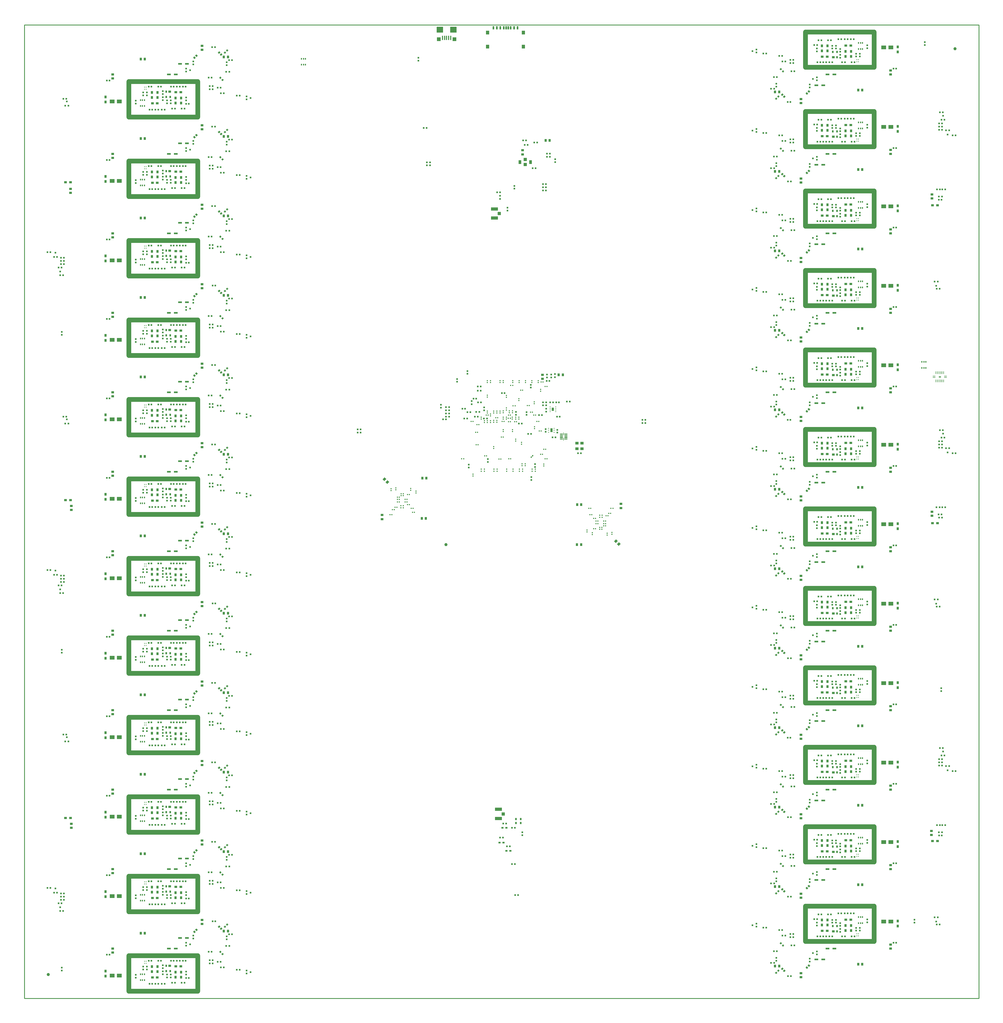
<source format=gbp>
*
*
G04 PADS VX.2.3 Build Number: 9191294 generated Gerber (RS-274-X) file*
G04 PC Version=2.1*
*
%IN "radiant_v3.pcb"*%
*
%MOIN*%
*
%FSLAX35Y35*%
*
*
*
*
G04 PC Standard Apertures*
*
*
G04 Thermal Relief Aperture macro.*
%AMTER*
1,1,$1,0,0*
1,0,$1-$2,0,0*
21,0,$3,$4,0,0,45*
21,0,$3,$4,0,0,135*
%
*
*
G04 Annular Aperture macro.*
%AMANN*
1,1,$1,0,0*
1,0,$2,0,0*
%
*
*
G04 Odd Aperture macro.*
%AMODD*
1,1,$1,0,0*
1,0,$1-0.005,0,0*
%
*
*
G04 PC Custom Aperture Macros*
*
*
*
*
*
*
G04 PC Aperture Table*
*
%ADD010C,0.001*%
%ADD015R,0.02X0.024*%
%ADD017C,0.002*%
%ADD022R,0.024X0.02*%
%ADD023R,0.025X0.02*%
%ADD028R,0.01969X0.01969*%
%ADD036R,0.01969X0.02362*%
%ADD043R,0.035X0.028*%
%ADD044R,0.038X0.03*%
%ADD062R,0.02362X0.01969*%
%ADD078R,0.0374X0.04724*%
%ADD079R,0.03937X0.03937*%
%ADD083R,0.012X0.016*%
%ADD084R,0.016X0.012*%
%ADD086R,0.01181X0.01378*%
%ADD112C,0.039*%
%ADD116R,0.08661X0.04134*%
%ADD117R,0.04134X0.03937*%
%ADD125R,0.051X0.024*%
%ADD130C,0.05906*%
%ADD134C,0.01*%
%ADD143R,0.02X0.025*%
%ADD144R,0.028X0.035*%
%ADD145R,0.016X0.024*%
%ADD146R,0.02362X0.0315*%
%ADD147R,0.03543X0.0315*%
%ADD148R,0.06X0.05*%
%ADD149R,0.01063X0.01181*%
%ADD150R,0.03X0.038*%
%ADD151R,0.01654X0.02362*%
%ADD154R,0.01575X0.00906*%
%ADD155R,0.0315X0.05118*%
%ADD156R,0.04134X0.04724*%
%ADD157R,0.01969X0.03937*%
%ADD158R,0.01575X0.05315*%
%ADD159R,0.04724X0.05118*%
%ADD160R,0.08465X0.0748*%
%ADD161R,0.00866X0.03307*%
%ADD341R,0.00846X0.03445*%
%ADD342R,0.03445X0.00846*%
%ADD343R,0.0315X0.01575*%
%ADD348R,0.03937X0.03543*%
%ADD354R,0.0126X0.00827*%
%ADD355R,0.0252X0.04094*%
*
*
*
*
G04 PC Circuitry*
G04 Layer Name radiant_v3.pcb - circuitry*
%LPD*%
*
*
G04 PC Custom Flashes*
G04 Layer Name radiant_v3.pcb - flashes*
%LPD*%
*
*
G04 PC Circuitry*
G04 Layer Name radiant_v3.pcb - circuitry*
%LPD*%
*
G54D10*
G54D15*
G01X272826Y218099D03*
X276370D03*
X721828Y823200D03*
X725372D03*
X733528Y810300D03*
X737072D03*
X769728Y832000D03*
X773272D03*
X207272Y155000D03*
X203728D03*
X717228Y230000D03*
X720772D03*
X605672Y1195200D03*
X602128D03*
X1192728Y1270000D03*
X1196272D03*
X207272Y955000D03*
X203728D03*
X207272Y455000D03*
X203728D03*
X207272Y355000D03*
X203728D03*
X207272Y255000D03*
X203728D03*
X339772Y297000D03*
X336228D03*
X339772Y397000D03*
X336228D03*
X339772Y497000D03*
X336228D03*
X340272Y197000D03*
X336728D03*
X331928Y158500D03*
X335472D03*
X264826Y118099D03*
X268370D03*
X268326Y147099D03*
X271870D03*
X272826Y118099D03*
X276370D03*
X260870D03*
X257326D03*
X259870Y147099D03*
X256326D03*
X289370Y119599D03*
X285826D03*
X287870Y147099D03*
X284326D03*
X299326D03*
X302870D03*
X297826Y119599D03*
X301370D03*
X291826Y147099D03*
X295370D03*
X303326Y125599D03*
X306870D03*
X303326Y225599D03*
X306870D03*
X291826Y247099D03*
X295370D03*
X297826Y219599D03*
X301370D03*
X299326Y247099D03*
X302870D03*
X287870D03*
X284326D03*
X289370Y219599D03*
X285826D03*
X268326Y247099D03*
X271870D03*
X260870Y218099D03*
X257326D03*
X259870Y247099D03*
X256326D03*
X264826Y218099D03*
X268370D03*
X291826Y347099D03*
X295370D03*
X303326Y325599D03*
X306870D03*
X297826Y319599D03*
X301370D03*
X299326Y347099D03*
X302870D03*
X287870D03*
X284326D03*
X289370Y319599D03*
X285826D03*
X259870Y347099D03*
X256326D03*
X260870Y318099D03*
X257326D03*
X272826D03*
X276370D03*
X268326Y347099D03*
X271870D03*
X264826Y318099D03*
X268370D03*
X264826Y418099D03*
X268370D03*
X272826D03*
X276370D03*
X260870D03*
X257326D03*
X259870Y447099D03*
X256326D03*
X268326D03*
X271870D03*
X303326Y425599D03*
X306870D03*
X289370Y419599D03*
X285826D03*
X287870Y447099D03*
X284326D03*
X299326D03*
X302870D03*
X297826Y419599D03*
X301370D03*
X291826Y447099D03*
X295370D03*
X331928Y258500D03*
X335472D03*
X331928Y358500D03*
X335472D03*
X331928Y458500D03*
X335472D03*
X331928Y558500D03*
X335472D03*
X340272Y597000D03*
X336728D03*
X287870Y547099D03*
X284326D03*
X289370Y519599D03*
X285826D03*
X291826Y547099D03*
X295370D03*
X268326D03*
X271870D03*
X259870D03*
X256326D03*
X264826Y518099D03*
X268370D03*
X297826Y519599D03*
X301370D03*
X299326Y547099D03*
X302870D03*
X303326Y525599D03*
X306870D03*
X272826Y518099D03*
X276370D03*
X260870D03*
X257326D03*
X339772Y697000D03*
X336228D03*
X331928Y658500D03*
X335472D03*
X299326Y647099D03*
X302870D03*
X287870D03*
X284326D03*
X289370Y619599D03*
X285826D03*
X291826Y647099D03*
X295370D03*
X268326D03*
X271870D03*
X259870D03*
X256326D03*
X264826Y618099D03*
X268370D03*
X297826Y619599D03*
X301370D03*
X303326Y625599D03*
X306870D03*
X272826Y618099D03*
X276370D03*
X260870D03*
X257326D03*
X331928Y758500D03*
X335472D03*
X207272Y555000D03*
X203728D03*
X339772Y797000D03*
X336228D03*
X207272Y655000D03*
X203728D03*
X299326Y747099D03*
X302870D03*
X287870D03*
X284326D03*
X289370Y719599D03*
X285826D03*
X291826Y747099D03*
X295370D03*
X268326D03*
X271870D03*
X259870D03*
X256326D03*
X264826Y718099D03*
X268370D03*
X297826Y719599D03*
X301370D03*
X303326Y725599D03*
X306870D03*
X272826Y718099D03*
X276370D03*
X260870D03*
X257326D03*
X331928Y858500D03*
X335472D03*
X207272Y755000D03*
X203728D03*
X339772Y897000D03*
X336228D03*
X207272Y855000D03*
X203728D03*
X299326Y847099D03*
X302870D03*
X303326Y825599D03*
X306870D03*
X268326Y847099D03*
X271870D03*
X272826Y818099D03*
X276370D03*
X259870Y847099D03*
X256326D03*
X264826Y818099D03*
X268370D03*
X297826Y819599D03*
X301370D03*
X260870Y818099D03*
X257326D03*
X287870Y847099D03*
X284326D03*
X289370Y819599D03*
X285826D03*
X291826Y847099D03*
X295370D03*
X346772Y146000D03*
X343228D03*
X346772Y246000D03*
X343228D03*
X346813Y346000D03*
X343269D03*
X346772Y446000D03*
X343228D03*
X346772Y546000D03*
X343228D03*
X346772Y646000D03*
X343228D03*
X346813Y746000D03*
X343269D03*
X346772Y846000D03*
X343228D03*
X207272Y1055000D03*
X203728D03*
X207272Y1155000D03*
X203728D03*
X331928Y1258500D03*
X335472D03*
X207272Y1255000D03*
X203728D03*
X331928Y1158500D03*
X335472D03*
X331928Y1058500D03*
X335472D03*
X340272Y997000D03*
X336728D03*
X331928Y958500D03*
X335472D03*
X297826Y1219599D03*
X301370D03*
X299326Y1247099D03*
X302870D03*
X287870D03*
X284326D03*
X289370Y1219599D03*
X285826D03*
X291826Y1247099D03*
X295370D03*
X303326Y1225599D03*
X306870D03*
X268326Y1247099D03*
X271870D03*
X272826Y1218099D03*
X276370D03*
X260870D03*
X257326D03*
X259870Y1247099D03*
X256326D03*
X264826Y1218099D03*
X268370D03*
X346772Y1246000D03*
X343228D03*
X339772Y1297000D03*
X336228D03*
X297826Y1119599D03*
X301370D03*
X299326Y1147099D03*
X302870D03*
X287870D03*
X284326D03*
X289370Y1119599D03*
X285826D03*
X291826Y1147099D03*
X295370D03*
X303326Y1125599D03*
X306870D03*
X268326Y1147099D03*
X271870D03*
X272826Y1118099D03*
X276370D03*
X260870D03*
X257326D03*
X259870Y1147099D03*
X256326D03*
X264826Y1118099D03*
X268370D03*
X346813Y1146000D03*
X343269D03*
X339772Y1197000D03*
X336228D03*
X297826Y1019599D03*
X301370D03*
X299326Y1047099D03*
X302870D03*
X287870D03*
X284326D03*
X289370Y1019599D03*
X285826D03*
X291826Y1047099D03*
X295370D03*
X303326Y1025599D03*
X306870D03*
X268326Y1047099D03*
X271870D03*
X272826Y1018099D03*
X276370D03*
X260870D03*
X257326D03*
X259870Y1047099D03*
X256326D03*
X264826Y1018099D03*
X268370D03*
X346772Y1046000D03*
X343228D03*
X339772Y1097000D03*
X336228D03*
X297826Y919599D03*
X301370D03*
X299326Y947099D03*
X302870D03*
X287870D03*
X284326D03*
X289370Y919599D03*
X285826D03*
X291826Y947099D03*
X295370D03*
X303326Y925599D03*
X306870D03*
X268326Y947099D03*
X271870D03*
X272826Y918099D03*
X276370D03*
X260870D03*
X257326D03*
X259870Y947099D03*
X256326D03*
X264826Y918099D03*
X268370D03*
X346772Y946000D03*
X343228D03*
X1254228Y1118000D03*
X1257772D03*
X1053228Y1279000D03*
X1056772D03*
X1059728Y1228000D03*
X1063272D03*
X1068072Y1266500D03*
X1064528D03*
X1102174Y1305401D03*
X1098630D03*
X1100674Y1277901D03*
X1097130D03*
X1112130D03*
X1115674D03*
X1110630Y1305401D03*
X1114174D03*
X1108174Y1277901D03*
X1104630D03*
X1096674Y1299401D03*
X1093130D03*
X1131674Y1277901D03*
X1128130D03*
X1127174Y1306901D03*
X1123630D03*
X1139130D03*
X1142674D03*
X1140130Y1277901D03*
X1143674D03*
X1135174Y1306901D03*
X1131630D03*
X1068072Y1166500D03*
X1064528D03*
X1060228Y1128000D03*
X1063772D03*
X1053228Y1179000D03*
X1056772D03*
X1102174Y1205401D03*
X1098630D03*
X1100674Y1177901D03*
X1097130D03*
X1112130D03*
X1115674D03*
X1110630Y1205401D03*
X1114174D03*
X1108174Y1177901D03*
X1104630D03*
X1096674Y1199401D03*
X1093130D03*
X1131674Y1177901D03*
X1128130D03*
X1127174Y1206901D03*
X1123630D03*
X1139130D03*
X1142674D03*
X1140130Y1177901D03*
X1143674D03*
X1135174Y1206901D03*
X1131630D03*
X1053187Y1079000D03*
X1056731D03*
X1068072Y1066500D03*
X1064528D03*
X1060228Y1028000D03*
X1063772D03*
X1102174Y1105401D03*
X1098630D03*
X1100674Y1077901D03*
X1097130D03*
X1112130D03*
X1115674D03*
X1110630Y1105401D03*
X1114174D03*
X1192728Y1170000D03*
X1196272D03*
X1108174Y1077901D03*
X1104630D03*
X1096674Y1099401D03*
X1093130D03*
X1131674Y1077901D03*
X1128130D03*
X1127174Y1106901D03*
X1123630D03*
X1139130D03*
X1142674D03*
X1140130Y1077901D03*
X1143674D03*
X1135174Y1106901D03*
X1131630D03*
X1053228Y979000D03*
X1056772D03*
X1068072Y966500D03*
X1064528D03*
X1192728Y1070000D03*
X1196272D03*
X1060228Y928000D03*
X1063772D03*
X1192728Y970000D03*
X1196272D03*
X1102174Y1005401D03*
X1098630D03*
X1100674Y977901D03*
X1097130D03*
X1112130D03*
X1115674D03*
X1110630Y1005401D03*
X1114174D03*
X1096674Y999401D03*
X1093130D03*
X1131674Y977901D03*
X1128130D03*
X1127174Y1006901D03*
X1123630D03*
X1139130D03*
X1142674D03*
X1140130Y977901D03*
X1143674D03*
X1108174D03*
X1104630D03*
X1135174Y1006901D03*
X1131630D03*
X1254228Y718000D03*
X1257772D03*
X1068072Y866500D03*
X1064528D03*
X1053228Y879000D03*
X1056772D03*
X1059728Y828000D03*
X1063272D03*
X1102174Y905401D03*
X1098630D03*
X1100674Y877901D03*
X1097130D03*
X1112130D03*
X1115674D03*
X1110630Y905401D03*
X1114174D03*
X1108174Y877901D03*
X1104630D03*
X1096674Y899401D03*
X1093130D03*
X1131674Y877901D03*
X1128130D03*
X1127174Y906901D03*
X1123630D03*
X1139130D03*
X1142674D03*
X1140130Y877901D03*
X1143674D03*
X1135174Y906901D03*
X1131630D03*
X1053228Y779000D03*
X1056772D03*
X1068072Y766500D03*
X1064528D03*
X1060228Y728000D03*
X1063772D03*
X1102174Y805401D03*
X1098630D03*
X1100674Y777901D03*
X1097130D03*
X1112130D03*
X1115674D03*
X1110630Y805401D03*
X1114174D03*
X1108174Y777901D03*
X1104630D03*
X1096674Y799401D03*
X1093130D03*
X1131674Y777901D03*
X1128130D03*
X1127174Y806901D03*
X1123630D03*
X1139130D03*
X1142674D03*
X1140130Y777901D03*
X1143674D03*
X1135174Y806901D03*
X1131630D03*
X1053187Y679000D03*
X1056731D03*
X1068072Y666500D03*
X1064528D03*
X1192728Y870000D03*
X1196272D03*
X1060228Y628000D03*
X1063772D03*
X1102174Y705401D03*
X1098630D03*
X1100674Y677901D03*
X1097130D03*
X1112130D03*
X1115674D03*
X1110630Y705401D03*
X1114174D03*
X1192728Y770000D03*
X1196272D03*
X1108174Y677901D03*
X1104630D03*
X1096674Y699401D03*
X1093130D03*
X1131674Y677901D03*
X1128130D03*
X1127174Y706901D03*
X1123630D03*
X1139130D03*
X1142674D03*
X1140130Y677901D03*
X1143674D03*
X1135174Y706901D03*
X1131630D03*
X1053228Y579000D03*
X1056772D03*
X1068072Y566500D03*
X1064528D03*
X1192728Y670000D03*
X1196272D03*
X1060228Y528000D03*
X1063772D03*
X1102174Y605401D03*
X1098630D03*
X1100674Y577901D03*
X1097130D03*
X1112130D03*
X1115674D03*
X1110630Y605401D03*
X1114174D03*
X1192728Y570000D03*
X1196272D03*
X1108174Y577901D03*
X1104630D03*
X1096674Y599401D03*
X1093130D03*
X1131674Y577901D03*
X1128130D03*
X1127174Y606901D03*
X1123630D03*
X1139130D03*
X1142674D03*
X1140130Y577901D03*
X1143674D03*
X1135174Y606901D03*
X1131630D03*
X1068072Y466500D03*
X1064528D03*
X1053228Y479000D03*
X1056772D03*
X1059728Y428000D03*
X1063272D03*
X1053228Y379000D03*
X1056772D03*
X1068072Y366500D03*
X1064528D03*
X1060228Y328000D03*
X1063772D03*
X1053187Y279000D03*
X1056731D03*
X1068072Y266500D03*
X1064528D03*
X1192728Y470000D03*
X1196272D03*
X1060228Y228000D03*
X1063772D03*
X1053228Y179000D03*
X1056772D03*
X1068072Y166500D03*
X1064528D03*
X1192728Y270000D03*
X1196272D03*
X1060228Y128000D03*
X1063772D03*
X1102174Y505401D03*
X1098630D03*
X1100674Y477901D03*
X1097130D03*
X1112130D03*
X1115674D03*
X1110630Y505401D03*
X1114174D03*
X1108174Y477901D03*
X1104630D03*
X1096674Y499401D03*
X1093130D03*
X1131674Y477901D03*
X1128130D03*
X1127174Y506901D03*
X1123630D03*
X1139130D03*
X1142674D03*
X1140130Y477901D03*
X1143674D03*
X1135174Y506901D03*
X1131630D03*
X1102174Y405401D03*
X1098630D03*
X1100674Y377901D03*
X1097130D03*
X1112130D03*
X1115674D03*
X1110630Y405401D03*
X1114174D03*
X1108174Y377901D03*
X1104630D03*
X1096674Y399401D03*
X1093130D03*
X1131674Y377901D03*
X1128130D03*
X1127174Y406901D03*
X1123630D03*
X1139130D03*
X1142674D03*
X1140130Y377901D03*
X1143674D03*
X1135174Y406901D03*
X1131630D03*
X1102174Y305401D03*
X1098630D03*
X1100674Y277901D03*
X1097130D03*
X1112130D03*
X1115674D03*
X1110630Y305401D03*
X1114174D03*
X1108174Y277901D03*
X1104630D03*
X1096674Y299401D03*
X1093130D03*
X1131674Y277901D03*
X1128130D03*
X1127174Y306901D03*
X1123630D03*
X1139130D03*
X1142674D03*
X1140130Y277901D03*
X1143674D03*
X1135174Y306901D03*
X1131630D03*
X1192728Y370000D03*
X1196272D03*
X1192728Y170000D03*
X1196272D03*
X1102174Y205401D03*
X1098630D03*
X1100674Y177901D03*
X1097130D03*
X1112130D03*
X1115674D03*
X1110630Y205401D03*
X1114174D03*
X1108174Y177901D03*
X1104630D03*
X1096674Y199401D03*
X1093130D03*
X1131674Y177901D03*
X1128130D03*
X1127174Y206901D03*
X1123630D03*
X1139130D03*
X1142674D03*
X1140130Y177901D03*
X1143674D03*
X1135174Y206901D03*
X1131630D03*
X1254228Y318000D03*
X1257772D03*
X705772Y320000D03*
X702228D03*
X698172Y1114300D03*
X694628D03*
X716772Y314500D03*
X713228D03*
X710372Y291100D03*
X706828D03*
X701772Y302100D03*
X698228D03*
X716772Y269000D03*
X713228D03*
X350772Y139000D03*
X347228D03*
X350772Y239000D03*
X347228D03*
X1253272Y1105000D03*
X1249728D03*
X1253772Y705000D03*
X1250228D03*
X1253572Y304800D03*
X1250028D03*
X350772Y539000D03*
X347228D03*
X350772Y639000D03*
X347228D03*
X350772Y739000D03*
X347228D03*
X350772Y839000D03*
X347228D03*
X350772Y939000D03*
X347228D03*
X350772Y1039000D03*
X347228D03*
X350772Y1139000D03*
X347228D03*
X350772Y1239000D03*
X347228D03*
X1049228Y1286000D03*
X1052772D03*
X1049228Y1186000D03*
X1052772D03*
X1049228Y1086000D03*
X1052772D03*
X1049228Y986000D03*
X1052772D03*
X350772Y339000D03*
X347228D03*
X350772Y439000D03*
X347228D03*
X626628Y828600D03*
X630172D03*
X666628Y831800D03*
X670172D03*
X653228Y829500D03*
X656772D03*
X660772Y837500D03*
X657228D03*
X654272Y842000D03*
X650728D03*
X674172Y850000D03*
X670628D03*
X673772Y869700D03*
X670228D03*
X664728Y854500D03*
X668272D03*
X747228Y834000D03*
X750772D03*
X700428Y861400D03*
X703972D03*
X1049228Y886000D03*
X1052772D03*
X1049228Y786000D03*
X1052772D03*
X1049228Y686000D03*
X1052772D03*
X1049228Y586000D03*
X1052772D03*
X1049228Y486000D03*
X1052772D03*
X1049228Y386000D03*
X1052772D03*
X1049228Y286000D03*
X1052772D03*
X1049228Y186000D03*
X1052772D03*
X742772Y1144500D03*
X739228D03*
X727228Y1179500D03*
X730772D03*
X673772Y864500D03*
X670228D03*
X768728Y850000D03*
X772272D03*
X756728Y876700D03*
X760272D03*
X796228Y786000D03*
X799772D03*
X782228Y851000D03*
X785772D03*
G54D17*
X352108Y191359D02*
X350858Y190108D01*
X352108Y188858*
X353359Y190108*
X352108Y191359*
X351966Y189000D02*
X352251D01*
X351766Y189200D02*
X352451D01*
X351566Y189400D02*
X352651D01*
X351366Y189600D02*
X352851D01*
X351166Y189800D02*
X353051D01*
X350966Y190000D02*
X353251D01*
X350949Y190200D02*
X353267D01*
X351149Y190400D02*
X353067D01*
X351349Y190600D02*
X352867D01*
X351549Y190800D02*
X352667D01*
X351749Y191000D02*
X352467D01*
X351949Y191200D02*
X352267D01*
X351000Y189966D02*
Y190251D01*
X351200Y189766D02*
Y190451D01*
X351400Y189566D02*
Y190651D01*
X351600Y189366D02*
Y190851D01*
X351800Y189166D02*
Y191051D01*
X352000Y188966D02*
Y191251D01*
X352200Y188949D02*
Y191267D01*
X352400Y189149D02*
Y191067D01*
X352600Y189349D02*
Y190867D01*
X352800Y189549D02*
Y190667D01*
X353000Y189749D02*
Y190467D01*
X353200Y189949D02*
Y190267D01*
X354892Y194142D02*
X353641Y192892D01*
X354892Y191641*
X356142Y192892*
X354892Y194142*
X354733Y191800D02*
X355051D01*
X354533Y192000D02*
X355251D01*
X354333Y192200D02*
X355451D01*
X354133Y192400D02*
X355651D01*
X353933Y192600D02*
X355851D01*
X353733Y192800D02*
X356051D01*
X353749Y193000D02*
X356034D01*
X353949Y193200D02*
X355834D01*
X354149Y193400D02*
X355634D01*
X354349Y193600D02*
X355434D01*
X354549Y193800D02*
X355234D01*
X354749Y194000D02*
X355034D01*
X353800Y192733D02*
Y193051D01*
X354000Y192533D02*
Y193251D01*
X354200Y192333D02*
Y193451D01*
X354400Y192133D02*
Y193651D01*
X354600Y191933D02*
Y193851D01*
X354800Y191733D02*
Y194051D01*
X355000Y191749D02*
Y194034D01*
X355200Y191949D02*
Y193834D01*
X355400Y192149D02*
Y193634D01*
X355600Y192349D02*
Y193434D01*
X355800Y192549D02*
Y193234D01*
X356000Y192749D02*
Y193034D01*
X347559Y158492D02*
X346308Y159742D01*
X345058Y158492*
X346308Y157241*
X347559Y158492*
X346149Y157400D02*
X346467D01*
X345949Y157600D02*
X346667D01*
X345749Y157800D02*
X346867D01*
X345549Y158000D02*
X347067D01*
X345349Y158200D02*
X347267D01*
X345149Y158400D02*
X347467D01*
X345166Y158600D02*
X347451D01*
X345366Y158800D02*
X347251D01*
X345566Y159000D02*
X347051D01*
X345766Y159200D02*
X346851D01*
X345966Y159400D02*
X346651D01*
X346166Y159600D02*
X346451D01*
X345200Y158349D02*
Y158634D01*
X345400Y158149D02*
Y158834D01*
X345600Y157949D02*
Y159034D01*
X345800Y157749D02*
Y159234D01*
X346000Y157549D02*
Y159434D01*
X346200Y157349D02*
Y159634D01*
X346400Y157333D02*
Y159651D01*
X346600Y157533D02*
Y159451D01*
X346800Y157733D02*
Y159251D01*
X347000Y157933D02*
Y159051D01*
X347200Y158133D02*
Y158851D01*
X347400Y158333D02*
Y158651D01*
X350342Y155708D02*
X349092Y156959D01*
X347841Y155708*
X349092Y154458*
X350342Y155708*
X348949Y154600D02*
X349234D01*
X348749Y154800D02*
X349434D01*
X348549Y155000D02*
X349634D01*
X348349Y155200D02*
X349834D01*
X348149Y155400D02*
X350034D01*
X347949Y155600D02*
X350234D01*
X347933Y155800D02*
X350251D01*
X348133Y156000D02*
X350051D01*
X348333Y156200D02*
X349851D01*
X348533Y156400D02*
X349651D01*
X348733Y156600D02*
X349451D01*
X348933Y156800D02*
X349251D01*
X348000Y155549D02*
Y155867D01*
X348200Y155349D02*
Y156067D01*
X348400Y155149D02*
Y156267D01*
X348600Y154949D02*
Y156467D01*
X348800Y154749D02*
Y156667D01*
X349000Y154549D02*
Y156867D01*
X349200Y154566D02*
Y156851D01*
X349400Y154766D02*
Y156651D01*
X349600Y154966D02*
Y156451D01*
X349800Y155166D02*
Y156251D01*
X350000Y155366D02*
Y156051D01*
X350200Y155566D02*
Y155851D01*
X352108Y291359D02*
X350858Y290108D01*
X352108Y288858*
X353359Y290108*
X352108Y291359*
X351966Y289000D02*
X352251D01*
X351766Y289200D02*
X352451D01*
X351566Y289400D02*
X352651D01*
X351366Y289600D02*
X352851D01*
X351166Y289800D02*
X353051D01*
X350966Y290000D02*
X353251D01*
X350949Y290200D02*
X353267D01*
X351149Y290400D02*
X353067D01*
X351349Y290600D02*
X352867D01*
X351549Y290800D02*
X352667D01*
X351749Y291000D02*
X352467D01*
X351949Y291200D02*
X352267D01*
X351000Y289966D02*
Y290251D01*
X351200Y289766D02*
Y290451D01*
X351400Y289566D02*
Y290651D01*
X351600Y289366D02*
Y290851D01*
X351800Y289166D02*
Y291051D01*
X352000Y288966D02*
Y291251D01*
X352200Y288949D02*
Y291267D01*
X352400Y289149D02*
Y291067D01*
X352600Y289349D02*
Y290867D01*
X352800Y289549D02*
Y290667D01*
X353000Y289749D02*
Y290467D01*
X353200Y289949D02*
Y290267D01*
X354892Y294142D02*
X353641Y292892D01*
X354892Y291641*
X356142Y292892*
X354892Y294142*
X354733Y291800D02*
X355051D01*
X354533Y292000D02*
X355251D01*
X354333Y292200D02*
X355451D01*
X354133Y292400D02*
X355651D01*
X353933Y292600D02*
X355851D01*
X353733Y292800D02*
X356051D01*
X353749Y293000D02*
X356034D01*
X353949Y293200D02*
X355834D01*
X354149Y293400D02*
X355634D01*
X354349Y293600D02*
X355434D01*
X354549Y293800D02*
X355234D01*
X354749Y294000D02*
X355034D01*
X353800Y292733D02*
Y293051D01*
X354000Y292533D02*
Y293251D01*
X354200Y292333D02*
Y293451D01*
X354400Y292133D02*
Y293651D01*
X354600Y291933D02*
Y293851D01*
X354800Y291733D02*
Y294051D01*
X355000Y291749D02*
Y294034D01*
X355200Y291949D02*
Y293834D01*
X355400Y292149D02*
Y293634D01*
X355600Y292349D02*
Y293434D01*
X355800Y292549D02*
Y293234D01*
X356000Y292749D02*
Y293034D01*
X347559Y258492D02*
X346308Y259742D01*
X345058Y258492*
X346308Y257241*
X347559Y258492*
X346149Y257400D02*
X346467D01*
X345949Y257600D02*
X346667D01*
X345749Y257800D02*
X346867D01*
X345549Y258000D02*
X347067D01*
X345349Y258200D02*
X347267D01*
X345149Y258400D02*
X347467D01*
X345166Y258600D02*
X347451D01*
X345366Y258800D02*
X347251D01*
X345566Y259000D02*
X347051D01*
X345766Y259200D02*
X346851D01*
X345966Y259400D02*
X346651D01*
X346166Y259600D02*
X346451D01*
X345200Y258349D02*
Y258634D01*
X345400Y258149D02*
Y258834D01*
X345600Y257949D02*
Y259034D01*
X345800Y257749D02*
Y259234D01*
X346000Y257549D02*
Y259434D01*
X346200Y257349D02*
Y259634D01*
X346400Y257333D02*
Y259651D01*
X346600Y257533D02*
Y259451D01*
X346800Y257733D02*
Y259251D01*
X347000Y257933D02*
Y259051D01*
X347200Y258133D02*
Y258851D01*
X347400Y258333D02*
Y258651D01*
X350342Y255708D02*
X349092Y256959D01*
X347841Y255708*
X349092Y254458*
X350342Y255708*
X348949Y254600D02*
X349234D01*
X348749Y254800D02*
X349434D01*
X348549Y255000D02*
X349634D01*
X348349Y255200D02*
X349834D01*
X348149Y255400D02*
X350034D01*
X347949Y255600D02*
X350234D01*
X347933Y255800D02*
X350251D01*
X348133Y256000D02*
X350051D01*
X348333Y256200D02*
X349851D01*
X348533Y256400D02*
X349651D01*
X348733Y256600D02*
X349451D01*
X348933Y256800D02*
X349251D01*
X348000Y255549D02*
Y255867D01*
X348200Y255349D02*
Y256067D01*
X348400Y255149D02*
Y256267D01*
X348600Y254949D02*
Y256467D01*
X348800Y254749D02*
Y256667D01*
X349000Y254549D02*
Y256867D01*
X349200Y254566D02*
Y256851D01*
X349400Y254766D02*
Y256651D01*
X349600Y254966D02*
Y256451D01*
X349800Y255166D02*
Y256251D01*
X350000Y255366D02*
Y256051D01*
X350200Y255566D02*
Y255851D01*
X352108Y391359D02*
X350858Y390108D01*
X352108Y388858*
X353359Y390108*
X352108Y391359*
X351966Y389000D02*
X352251D01*
X351766Y389200D02*
X352451D01*
X351566Y389400D02*
X352651D01*
X351366Y389600D02*
X352851D01*
X351166Y389800D02*
X353051D01*
X350966Y390000D02*
X353251D01*
X350949Y390200D02*
X353267D01*
X351149Y390400D02*
X353067D01*
X351349Y390600D02*
X352867D01*
X351549Y390800D02*
X352667D01*
X351749Y391000D02*
X352467D01*
X351949Y391200D02*
X352267D01*
X351000Y389966D02*
Y390251D01*
X351200Y389766D02*
Y390451D01*
X351400Y389566D02*
Y390651D01*
X351600Y389366D02*
Y390851D01*
X351800Y389166D02*
Y391051D01*
X352000Y388966D02*
Y391251D01*
X352200Y388949D02*
Y391267D01*
X352400Y389149D02*
Y391067D01*
X352600Y389349D02*
Y390867D01*
X352800Y389549D02*
Y390667D01*
X353000Y389749D02*
Y390467D01*
X353200Y389949D02*
Y390267D01*
X354892Y394142D02*
X353641Y392892D01*
X354892Y391641*
X356142Y392892*
X354892Y394142*
X354733Y391800D02*
X355051D01*
X354533Y392000D02*
X355251D01*
X354333Y392200D02*
X355451D01*
X354133Y392400D02*
X355651D01*
X353933Y392600D02*
X355851D01*
X353733Y392800D02*
X356051D01*
X353749Y393000D02*
X356034D01*
X353949Y393200D02*
X355834D01*
X354149Y393400D02*
X355634D01*
X354349Y393600D02*
X355434D01*
X354549Y393800D02*
X355234D01*
X354749Y394000D02*
X355034D01*
X353800Y392733D02*
Y393051D01*
X354000Y392533D02*
Y393251D01*
X354200Y392333D02*
Y393451D01*
X354400Y392133D02*
Y393651D01*
X354600Y391933D02*
Y393851D01*
X354800Y391733D02*
Y394051D01*
X355000Y391749D02*
Y394034D01*
X355200Y391949D02*
Y393834D01*
X355400Y392149D02*
Y393634D01*
X355600Y392349D02*
Y393434D01*
X355800Y392549D02*
Y393234D01*
X356000Y392749D02*
Y393034D01*
X347559Y358492D02*
X346308Y359742D01*
X345058Y358492*
X346308Y357241*
X347559Y358492*
X346149Y357400D02*
X346467D01*
X345949Y357600D02*
X346667D01*
X345749Y357800D02*
X346867D01*
X345549Y358000D02*
X347067D01*
X345349Y358200D02*
X347267D01*
X345149Y358400D02*
X347467D01*
X345166Y358600D02*
X347451D01*
X345366Y358800D02*
X347251D01*
X345566Y359000D02*
X347051D01*
X345766Y359200D02*
X346851D01*
X345966Y359400D02*
X346651D01*
X346166Y359600D02*
X346451D01*
X345200Y358349D02*
Y358634D01*
X345400Y358149D02*
Y358834D01*
X345600Y357949D02*
Y359034D01*
X345800Y357749D02*
Y359234D01*
X346000Y357549D02*
Y359434D01*
X346200Y357349D02*
Y359634D01*
X346400Y357333D02*
Y359651D01*
X346600Y357533D02*
Y359451D01*
X346800Y357733D02*
Y359251D01*
X347000Y357933D02*
Y359051D01*
X347200Y358133D02*
Y358851D01*
X347400Y358333D02*
Y358651D01*
X350342Y355708D02*
X349092Y356959D01*
X347841Y355708*
X349092Y354458*
X350342Y355708*
X348949Y354600D02*
X349234D01*
X348749Y354800D02*
X349434D01*
X348549Y355000D02*
X349634D01*
X348349Y355200D02*
X349834D01*
X348149Y355400D02*
X350034D01*
X347949Y355600D02*
X350234D01*
X347933Y355800D02*
X350251D01*
X348133Y356000D02*
X350051D01*
X348333Y356200D02*
X349851D01*
X348533Y356400D02*
X349651D01*
X348733Y356600D02*
X349451D01*
X348933Y356800D02*
X349251D01*
X348000Y355549D02*
Y355867D01*
X348200Y355349D02*
Y356067D01*
X348400Y355149D02*
Y356267D01*
X348600Y354949D02*
Y356467D01*
X348800Y354749D02*
Y356667D01*
X349000Y354549D02*
Y356867D01*
X349200Y354566D02*
Y356851D01*
X349400Y354766D02*
Y356651D01*
X349600Y354966D02*
Y356451D01*
X349800Y355166D02*
Y356251D01*
X350000Y355366D02*
Y356051D01*
X350200Y355566D02*
Y355851D01*
X347559Y458492D02*
X346308Y459742D01*
X345058Y458492*
X346308Y457241*
X347559Y458492*
X346149Y457400D02*
X346467D01*
X345949Y457600D02*
X346667D01*
X345749Y457800D02*
X346867D01*
X345549Y458000D02*
X347067D01*
X345349Y458200D02*
X347267D01*
X345149Y458400D02*
X347467D01*
X345166Y458600D02*
X347451D01*
X345366Y458800D02*
X347251D01*
X345566Y459000D02*
X347051D01*
X345766Y459200D02*
X346851D01*
X345966Y459400D02*
X346651D01*
X346166Y459600D02*
X346451D01*
X345200Y458349D02*
Y458634D01*
X345400Y458149D02*
Y458834D01*
X345600Y457949D02*
Y459034D01*
X345800Y457749D02*
Y459234D01*
X346000Y457549D02*
Y459434D01*
X346200Y457349D02*
Y459634D01*
X346400Y457333D02*
Y459651D01*
X346600Y457533D02*
Y459451D01*
X346800Y457733D02*
Y459251D01*
X347000Y457933D02*
Y459051D01*
X347200Y458133D02*
Y458851D01*
X347400Y458333D02*
Y458651D01*
X350342Y455708D02*
X349092Y456959D01*
X347841Y455708*
X349092Y454458*
X350342Y455708*
X348949Y454600D02*
X349234D01*
X348749Y454800D02*
X349434D01*
X348549Y455000D02*
X349634D01*
X348349Y455200D02*
X349834D01*
X348149Y455400D02*
X350034D01*
X347949Y455600D02*
X350234D01*
X347933Y455800D02*
X350251D01*
X348133Y456000D02*
X350051D01*
X348333Y456200D02*
X349851D01*
X348533Y456400D02*
X349651D01*
X348733Y456600D02*
X349451D01*
X348933Y456800D02*
X349251D01*
X348000Y455549D02*
Y455867D01*
X348200Y455349D02*
Y456067D01*
X348400Y455149D02*
Y456267D01*
X348600Y454949D02*
Y456467D01*
X348800Y454749D02*
Y456667D01*
X349000Y454549D02*
Y456867D01*
X349200Y454566D02*
Y456851D01*
X349400Y454766D02*
Y456651D01*
X349600Y454966D02*
Y456451D01*
X349800Y455166D02*
Y456251D01*
X350000Y455366D02*
Y456051D01*
X350200Y455566D02*
Y455851D01*
X352108Y491359D02*
X350858Y490108D01*
X352108Y488858*
X353359Y490108*
X352108Y491359*
X351966Y489000D02*
X352251D01*
X351766Y489200D02*
X352451D01*
X351566Y489400D02*
X352651D01*
X351366Y489600D02*
X352851D01*
X351166Y489800D02*
X353051D01*
X350966Y490000D02*
X353251D01*
X350949Y490200D02*
X353267D01*
X351149Y490400D02*
X353067D01*
X351349Y490600D02*
X352867D01*
X351549Y490800D02*
X352667D01*
X351749Y491000D02*
X352467D01*
X351949Y491200D02*
X352267D01*
X351000Y489966D02*
Y490251D01*
X351200Y489766D02*
Y490451D01*
X351400Y489566D02*
Y490651D01*
X351600Y489366D02*
Y490851D01*
X351800Y489166D02*
Y491051D01*
X352000Y488966D02*
Y491251D01*
X352200Y488949D02*
Y491267D01*
X352400Y489149D02*
Y491067D01*
X352600Y489349D02*
Y490867D01*
X352800Y489549D02*
Y490667D01*
X353000Y489749D02*
Y490467D01*
X353200Y489949D02*
Y490267D01*
X354892Y494142D02*
X353641Y492892D01*
X354892Y491641*
X356142Y492892*
X354892Y494142*
X354733Y491800D02*
X355051D01*
X354533Y492000D02*
X355251D01*
X354333Y492200D02*
X355451D01*
X354133Y492400D02*
X355651D01*
X353933Y492600D02*
X355851D01*
X353733Y492800D02*
X356051D01*
X353749Y493000D02*
X356034D01*
X353949Y493200D02*
X355834D01*
X354149Y493400D02*
X355634D01*
X354349Y493600D02*
X355434D01*
X354549Y493800D02*
X355234D01*
X354749Y494000D02*
X355034D01*
X353800Y492733D02*
Y493051D01*
X354000Y492533D02*
Y493251D01*
X354200Y492333D02*
Y493451D01*
X354400Y492133D02*
Y493651D01*
X354600Y491933D02*
Y493851D01*
X354800Y491733D02*
Y494051D01*
X355000Y491749D02*
Y494034D01*
X355200Y491949D02*
Y493834D01*
X355400Y492149D02*
Y493634D01*
X355600Y492349D02*
Y493434D01*
X355800Y492549D02*
Y493234D01*
X356000Y492749D02*
Y493034D01*
X352108Y591359D02*
X350858Y590108D01*
X352108Y588858*
X353359Y590108*
X352108Y591359*
X351966Y589000D02*
X352251D01*
X351766Y589200D02*
X352451D01*
X351566Y589400D02*
X352651D01*
X351366Y589600D02*
X352851D01*
X351166Y589800D02*
X353051D01*
X350966Y590000D02*
X353251D01*
X350949Y590200D02*
X353267D01*
X351149Y590400D02*
X353067D01*
X351349Y590600D02*
X352867D01*
X351549Y590800D02*
X352667D01*
X351749Y591000D02*
X352467D01*
X351949Y591200D02*
X352267D01*
X351000Y589966D02*
Y590251D01*
X351200Y589766D02*
Y590451D01*
X351400Y589566D02*
Y590651D01*
X351600Y589366D02*
Y590851D01*
X351800Y589166D02*
Y591051D01*
X352000Y588966D02*
Y591251D01*
X352200Y588949D02*
Y591267D01*
X352400Y589149D02*
Y591067D01*
X352600Y589349D02*
Y590867D01*
X352800Y589549D02*
Y590667D01*
X353000Y589749D02*
Y590467D01*
X353200Y589949D02*
Y590267D01*
X354892Y594142D02*
X353641Y592892D01*
X354892Y591641*
X356142Y592892*
X354892Y594142*
X354733Y591800D02*
X355051D01*
X354533Y592000D02*
X355251D01*
X354333Y592200D02*
X355451D01*
X354133Y592400D02*
X355651D01*
X353933Y592600D02*
X355851D01*
X353733Y592800D02*
X356051D01*
X353749Y593000D02*
X356034D01*
X353949Y593200D02*
X355834D01*
X354149Y593400D02*
X355634D01*
X354349Y593600D02*
X355434D01*
X354549Y593800D02*
X355234D01*
X354749Y594000D02*
X355034D01*
X353800Y592733D02*
Y593051D01*
X354000Y592533D02*
Y593251D01*
X354200Y592333D02*
Y593451D01*
X354400Y592133D02*
Y593651D01*
X354600Y591933D02*
Y593851D01*
X354800Y591733D02*
Y594051D01*
X355000Y591749D02*
Y594034D01*
X355200Y591949D02*
Y593834D01*
X355400Y592149D02*
Y593634D01*
X355600Y592349D02*
Y593434D01*
X355800Y592549D02*
Y593234D01*
X356000Y592749D02*
Y593034D01*
X347559Y558492D02*
X346308Y559742D01*
X345058Y558492*
X346308Y557241*
X347559Y558492*
X346149Y557400D02*
X346467D01*
X345949Y557600D02*
X346667D01*
X345749Y557800D02*
X346867D01*
X345549Y558000D02*
X347067D01*
X345349Y558200D02*
X347267D01*
X345149Y558400D02*
X347467D01*
X345166Y558600D02*
X347451D01*
X345366Y558800D02*
X347251D01*
X345566Y559000D02*
X347051D01*
X345766Y559200D02*
X346851D01*
X345966Y559400D02*
X346651D01*
X346166Y559600D02*
X346451D01*
X345200Y558349D02*
Y558634D01*
X345400Y558149D02*
Y558834D01*
X345600Y557949D02*
Y559034D01*
X345800Y557749D02*
Y559234D01*
X346000Y557549D02*
Y559434D01*
X346200Y557349D02*
Y559634D01*
X346400Y557333D02*
Y559651D01*
X346600Y557533D02*
Y559451D01*
X346800Y557733D02*
Y559251D01*
X347000Y557933D02*
Y559051D01*
X347200Y558133D02*
Y558851D01*
X347400Y558333D02*
Y558651D01*
X350342Y555708D02*
X349092Y556959D01*
X347841Y555708*
X349092Y554458*
X350342Y555708*
X348949Y554600D02*
X349234D01*
X348749Y554800D02*
X349434D01*
X348549Y555000D02*
X349634D01*
X348349Y555200D02*
X349834D01*
X348149Y555400D02*
X350034D01*
X347949Y555600D02*
X350234D01*
X347933Y555800D02*
X350251D01*
X348133Y556000D02*
X350051D01*
X348333Y556200D02*
X349851D01*
X348533Y556400D02*
X349651D01*
X348733Y556600D02*
X349451D01*
X348933Y556800D02*
X349251D01*
X348000Y555549D02*
Y555867D01*
X348200Y555349D02*
Y556067D01*
X348400Y555149D02*
Y556267D01*
X348600Y554949D02*
Y556467D01*
X348800Y554749D02*
Y556667D01*
X349000Y554549D02*
Y556867D01*
X349200Y554566D02*
Y556851D01*
X349400Y554766D02*
Y556651D01*
X349600Y554966D02*
Y556451D01*
X349800Y555166D02*
Y556251D01*
X350000Y555366D02*
Y556051D01*
X350200Y555566D02*
Y555851D01*
X347559Y658492D02*
X346308Y659742D01*
X345058Y658492*
X346308Y657241*
X347559Y658492*
X346149Y657400D02*
X346467D01*
X345949Y657600D02*
X346667D01*
X345749Y657800D02*
X346867D01*
X345549Y658000D02*
X347067D01*
X345349Y658200D02*
X347267D01*
X345149Y658400D02*
X347467D01*
X345166Y658600D02*
X347451D01*
X345366Y658800D02*
X347251D01*
X345566Y659000D02*
X347051D01*
X345766Y659200D02*
X346851D01*
X345966Y659400D02*
X346651D01*
X346166Y659600D02*
X346451D01*
X345200Y658349D02*
Y658634D01*
X345400Y658149D02*
Y658834D01*
X345600Y657949D02*
Y659034D01*
X345800Y657749D02*
Y659234D01*
X346000Y657549D02*
Y659434D01*
X346200Y657349D02*
Y659634D01*
X346400Y657333D02*
Y659651D01*
X346600Y657533D02*
Y659451D01*
X346800Y657733D02*
Y659251D01*
X347000Y657933D02*
Y659051D01*
X347200Y658133D02*
Y658851D01*
X347400Y658333D02*
Y658651D01*
X350342Y655708D02*
X349092Y656959D01*
X347841Y655708*
X349092Y654458*
X350342Y655708*
X348949Y654600D02*
X349234D01*
X348749Y654800D02*
X349434D01*
X348549Y655000D02*
X349634D01*
X348349Y655200D02*
X349834D01*
X348149Y655400D02*
X350034D01*
X347949Y655600D02*
X350234D01*
X347933Y655800D02*
X350251D01*
X348133Y656000D02*
X350051D01*
X348333Y656200D02*
X349851D01*
X348533Y656400D02*
X349651D01*
X348733Y656600D02*
X349451D01*
X348933Y656800D02*
X349251D01*
X348000Y655549D02*
Y655867D01*
X348200Y655349D02*
Y656067D01*
X348400Y655149D02*
Y656267D01*
X348600Y654949D02*
Y656467D01*
X348800Y654749D02*
Y656667D01*
X349000Y654549D02*
Y656867D01*
X349200Y654566D02*
Y656851D01*
X349400Y654766D02*
Y656651D01*
X349600Y654966D02*
Y656451D01*
X349800Y655166D02*
Y656251D01*
X350000Y655366D02*
Y656051D01*
X350200Y655566D02*
Y655851D01*
X352108Y691359D02*
X350858Y690108D01*
X352108Y688858*
X353359Y690108*
X352108Y691359*
X351966Y689000D02*
X352251D01*
X351766Y689200D02*
X352451D01*
X351566Y689400D02*
X352651D01*
X351366Y689600D02*
X352851D01*
X351166Y689800D02*
X353051D01*
X350966Y690000D02*
X353251D01*
X350949Y690200D02*
X353267D01*
X351149Y690400D02*
X353067D01*
X351349Y690600D02*
X352867D01*
X351549Y690800D02*
X352667D01*
X351749Y691000D02*
X352467D01*
X351949Y691200D02*
X352267D01*
X351000Y689966D02*
Y690251D01*
X351200Y689766D02*
Y690451D01*
X351400Y689566D02*
Y690651D01*
X351600Y689366D02*
Y690851D01*
X351800Y689166D02*
Y691051D01*
X352000Y688966D02*
Y691251D01*
X352200Y688949D02*
Y691267D01*
X352400Y689149D02*
Y691067D01*
X352600Y689349D02*
Y690867D01*
X352800Y689549D02*
Y690667D01*
X353000Y689749D02*
Y690467D01*
X353200Y689949D02*
Y690267D01*
X354892Y694142D02*
X353641Y692892D01*
X354892Y691641*
X356142Y692892*
X354892Y694142*
X354733Y691800D02*
X355051D01*
X354533Y692000D02*
X355251D01*
X354333Y692200D02*
X355451D01*
X354133Y692400D02*
X355651D01*
X353933Y692600D02*
X355851D01*
X353733Y692800D02*
X356051D01*
X353749Y693000D02*
X356034D01*
X353949Y693200D02*
X355834D01*
X354149Y693400D02*
X355634D01*
X354349Y693600D02*
X355434D01*
X354549Y693800D02*
X355234D01*
X354749Y694000D02*
X355034D01*
X353800Y692733D02*
Y693051D01*
X354000Y692533D02*
Y693251D01*
X354200Y692333D02*
Y693451D01*
X354400Y692133D02*
Y693651D01*
X354600Y691933D02*
Y693851D01*
X354800Y691733D02*
Y694051D01*
X355000Y691749D02*
Y694034D01*
X355200Y691949D02*
Y693834D01*
X355400Y692149D02*
Y693634D01*
X355600Y692349D02*
Y693434D01*
X355800Y692549D02*
Y693234D01*
X356000Y692749D02*
Y693034D01*
X347559Y758492D02*
X346308Y759742D01*
X345058Y758492*
X346308Y757241*
X347559Y758492*
X346149Y757400D02*
X346467D01*
X345949Y757600D02*
X346667D01*
X345749Y757800D02*
X346867D01*
X345549Y758000D02*
X347067D01*
X345349Y758200D02*
X347267D01*
X345149Y758400D02*
X347467D01*
X345166Y758600D02*
X347451D01*
X345366Y758800D02*
X347251D01*
X345566Y759000D02*
X347051D01*
X345766Y759200D02*
X346851D01*
X345966Y759400D02*
X346651D01*
X346166Y759600D02*
X346451D01*
X345200Y758349D02*
Y758634D01*
X345400Y758149D02*
Y758834D01*
X345600Y757949D02*
Y759034D01*
X345800Y757749D02*
Y759234D01*
X346000Y757549D02*
Y759434D01*
X346200Y757349D02*
Y759634D01*
X346400Y757333D02*
Y759651D01*
X346600Y757533D02*
Y759451D01*
X346800Y757733D02*
Y759251D01*
X347000Y757933D02*
Y759051D01*
X347200Y758133D02*
Y758851D01*
X347400Y758333D02*
Y758651D01*
X350342Y755708D02*
X349092Y756959D01*
X347841Y755708*
X349092Y754458*
X350342Y755708*
X348949Y754600D02*
X349234D01*
X348749Y754800D02*
X349434D01*
X348549Y755000D02*
X349634D01*
X348349Y755200D02*
X349834D01*
X348149Y755400D02*
X350034D01*
X347949Y755600D02*
X350234D01*
X347933Y755800D02*
X350251D01*
X348133Y756000D02*
X350051D01*
X348333Y756200D02*
X349851D01*
X348533Y756400D02*
X349651D01*
X348733Y756600D02*
X349451D01*
X348933Y756800D02*
X349251D01*
X348000Y755549D02*
Y755867D01*
X348200Y755349D02*
Y756067D01*
X348400Y755149D02*
Y756267D01*
X348600Y754949D02*
Y756467D01*
X348800Y754749D02*
Y756667D01*
X349000Y754549D02*
Y756867D01*
X349200Y754566D02*
Y756851D01*
X349400Y754766D02*
Y756651D01*
X349600Y754966D02*
Y756451D01*
X349800Y755166D02*
Y756251D01*
X350000Y755366D02*
Y756051D01*
X350200Y755566D02*
Y755851D01*
X352108Y791359D02*
X350858Y790108D01*
X352108Y788858*
X353359Y790108*
X352108Y791359*
X351966Y789000D02*
X352251D01*
X351766Y789200D02*
X352451D01*
X351566Y789400D02*
X352651D01*
X351366Y789600D02*
X352851D01*
X351166Y789800D02*
X353051D01*
X350966Y790000D02*
X353251D01*
X350949Y790200D02*
X353267D01*
X351149Y790400D02*
X353067D01*
X351349Y790600D02*
X352867D01*
X351549Y790800D02*
X352667D01*
X351749Y791000D02*
X352467D01*
X351949Y791200D02*
X352267D01*
X351000Y789966D02*
Y790251D01*
X351200Y789766D02*
Y790451D01*
X351400Y789566D02*
Y790651D01*
X351600Y789366D02*
Y790851D01*
X351800Y789166D02*
Y791051D01*
X352000Y788966D02*
Y791251D01*
X352200Y788949D02*
Y791267D01*
X352400Y789149D02*
Y791067D01*
X352600Y789349D02*
Y790867D01*
X352800Y789549D02*
Y790667D01*
X353000Y789749D02*
Y790467D01*
X353200Y789949D02*
Y790267D01*
X354892Y794142D02*
X353641Y792892D01*
X354892Y791641*
X356142Y792892*
X354892Y794142*
X354733Y791800D02*
X355051D01*
X354533Y792000D02*
X355251D01*
X354333Y792200D02*
X355451D01*
X354133Y792400D02*
X355651D01*
X353933Y792600D02*
X355851D01*
X353733Y792800D02*
X356051D01*
X353749Y793000D02*
X356034D01*
X353949Y793200D02*
X355834D01*
X354149Y793400D02*
X355634D01*
X354349Y793600D02*
X355434D01*
X354549Y793800D02*
X355234D01*
X354749Y794000D02*
X355034D01*
X353800Y792733D02*
Y793051D01*
X354000Y792533D02*
Y793251D01*
X354200Y792333D02*
Y793451D01*
X354400Y792133D02*
Y793651D01*
X354600Y791933D02*
Y793851D01*
X354800Y791733D02*
Y794051D01*
X355000Y791749D02*
Y794034D01*
X355200Y791949D02*
Y793834D01*
X355400Y792149D02*
Y793634D01*
X355600Y792349D02*
Y793434D01*
X355800Y792549D02*
Y793234D01*
X356000Y792749D02*
Y793034D01*
X347559Y858492D02*
X346308Y859742D01*
X345058Y858492*
X346308Y857241*
X347559Y858492*
X346149Y857400D02*
X346467D01*
X345949Y857600D02*
X346667D01*
X345749Y857800D02*
X346867D01*
X345549Y858000D02*
X347067D01*
X345349Y858200D02*
X347267D01*
X345149Y858400D02*
X347467D01*
X345166Y858600D02*
X347451D01*
X345366Y858800D02*
X347251D01*
X345566Y859000D02*
X347051D01*
X345766Y859200D02*
X346851D01*
X345966Y859400D02*
X346651D01*
X346166Y859600D02*
X346451D01*
X345200Y858349D02*
Y858634D01*
X345400Y858149D02*
Y858834D01*
X345600Y857949D02*
Y859034D01*
X345800Y857749D02*
Y859234D01*
X346000Y857549D02*
Y859434D01*
X346200Y857349D02*
Y859634D01*
X346400Y857333D02*
Y859651D01*
X346600Y857533D02*
Y859451D01*
X346800Y857733D02*
Y859251D01*
X347000Y857933D02*
Y859051D01*
X347200Y858133D02*
Y858851D01*
X347400Y858333D02*
Y858651D01*
X350342Y855708D02*
X349092Y856959D01*
X347841Y855708*
X349092Y854458*
X350342Y855708*
X348949Y854600D02*
X349234D01*
X348749Y854800D02*
X349434D01*
X348549Y855000D02*
X349634D01*
X348349Y855200D02*
X349834D01*
X348149Y855400D02*
X350034D01*
X347949Y855600D02*
X350234D01*
X347933Y855800D02*
X350251D01*
X348133Y856000D02*
X350051D01*
X348333Y856200D02*
X349851D01*
X348533Y856400D02*
X349651D01*
X348733Y856600D02*
X349451D01*
X348933Y856800D02*
X349251D01*
X348000Y855549D02*
Y855867D01*
X348200Y855349D02*
Y856067D01*
X348400Y855149D02*
Y856267D01*
X348600Y854949D02*
Y856467D01*
X348800Y854749D02*
Y856667D01*
X349000Y854549D02*
Y856867D01*
X349200Y854566D02*
Y856851D01*
X349400Y854766D02*
Y856651D01*
X349600Y854966D02*
Y856451D01*
X349800Y855166D02*
Y856251D01*
X350000Y855366D02*
Y856051D01*
X350200Y855566D02*
Y855851D01*
X352108Y891359D02*
X350858Y890108D01*
X352108Y888858*
X353359Y890108*
X352108Y891359*
X351966Y889000D02*
X352251D01*
X351766Y889200D02*
X352451D01*
X351566Y889400D02*
X352651D01*
X351366Y889600D02*
X352851D01*
X351166Y889800D02*
X353051D01*
X350966Y890000D02*
X353251D01*
X350949Y890200D02*
X353267D01*
X351149Y890400D02*
X353067D01*
X351349Y890600D02*
X352867D01*
X351549Y890800D02*
X352667D01*
X351749Y891000D02*
X352467D01*
X351949Y891200D02*
X352267D01*
X351000Y889966D02*
Y890251D01*
X351200Y889766D02*
Y890451D01*
X351400Y889566D02*
Y890651D01*
X351600Y889366D02*
Y890851D01*
X351800Y889166D02*
Y891051D01*
X352000Y888966D02*
Y891251D01*
X352200Y888949D02*
Y891267D01*
X352400Y889149D02*
Y891067D01*
X352600Y889349D02*
Y890867D01*
X352800Y889549D02*
Y890667D01*
X353000Y889749D02*
Y890467D01*
X353200Y889949D02*
Y890267D01*
X354892Y894142D02*
X353641Y892892D01*
X354892Y891641*
X356142Y892892*
X354892Y894142*
X354733Y891800D02*
X355051D01*
X354533Y892000D02*
X355251D01*
X354333Y892200D02*
X355451D01*
X354133Y892400D02*
X355651D01*
X353933Y892600D02*
X355851D01*
X353733Y892800D02*
X356051D01*
X353749Y893000D02*
X356034D01*
X353949Y893200D02*
X355834D01*
X354149Y893400D02*
X355634D01*
X354349Y893600D02*
X355434D01*
X354549Y893800D02*
X355234D01*
X354749Y894000D02*
X355034D01*
X353800Y892733D02*
Y893051D01*
X354000Y892533D02*
Y893251D01*
X354200Y892333D02*
Y893451D01*
X354400Y892133D02*
Y893651D01*
X354600Y891933D02*
Y893851D01*
X354800Y891733D02*
Y894051D01*
X355000Y891749D02*
Y894034D01*
X355200Y891949D02*
Y893834D01*
X355400Y892149D02*
Y893634D01*
X355600Y892349D02*
Y893434D01*
X355800Y892549D02*
Y893234D01*
X356000Y892749D02*
Y893034D01*
X347559Y958492D02*
X346308Y959742D01*
X345058Y958492*
X346308Y957241*
X347559Y958492*
X346149Y957400D02*
X346467D01*
X345949Y957600D02*
X346667D01*
X345749Y957800D02*
X346867D01*
X345549Y958000D02*
X347067D01*
X345349Y958200D02*
X347267D01*
X345149Y958400D02*
X347467D01*
X345166Y958600D02*
X347451D01*
X345366Y958800D02*
X347251D01*
X345566Y959000D02*
X347051D01*
X345766Y959200D02*
X346851D01*
X345966Y959400D02*
X346651D01*
X346166Y959600D02*
X346451D01*
X345200Y958349D02*
Y958634D01*
X345400Y958149D02*
Y958834D01*
X345600Y957949D02*
Y959034D01*
X345800Y957749D02*
Y959234D01*
X346000Y957549D02*
Y959434D01*
X346200Y957349D02*
Y959634D01*
X346400Y957333D02*
Y959651D01*
X346600Y957533D02*
Y959451D01*
X346800Y957733D02*
Y959251D01*
X347000Y957933D02*
Y959051D01*
X347200Y958133D02*
Y958851D01*
X347400Y958333D02*
Y958651D01*
X350342Y955708D02*
X349092Y956959D01*
X347841Y955708*
X349092Y954458*
X350342Y955708*
X348949Y954600D02*
X349234D01*
X348749Y954800D02*
X349434D01*
X348549Y955000D02*
X349634D01*
X348349Y955200D02*
X349834D01*
X348149Y955400D02*
X350034D01*
X347949Y955600D02*
X350234D01*
X347933Y955800D02*
X350251D01*
X348133Y956000D02*
X350051D01*
X348333Y956200D02*
X349851D01*
X348533Y956400D02*
X349651D01*
X348733Y956600D02*
X349451D01*
X348933Y956800D02*
X349251D01*
X348000Y955549D02*
Y955867D01*
X348200Y955349D02*
Y956067D01*
X348400Y955149D02*
Y956267D01*
X348600Y954949D02*
Y956467D01*
X348800Y954749D02*
Y956667D01*
X349000Y954549D02*
Y956867D01*
X349200Y954566D02*
Y956851D01*
X349400Y954766D02*
Y956651D01*
X349600Y954966D02*
Y956451D01*
X349800Y955166D02*
Y956251D01*
X350000Y955366D02*
Y956051D01*
X350200Y955566D02*
Y955851D01*
X352108Y991359D02*
X350858Y990108D01*
X352108Y988858*
X353359Y990108*
X352108Y991359*
X351966Y989000D02*
X352251D01*
X351766Y989200D02*
X352451D01*
X351566Y989400D02*
X352651D01*
X351366Y989600D02*
X352851D01*
X351166Y989800D02*
X353051D01*
X350966Y990000D02*
X353251D01*
X350949Y990200D02*
X353267D01*
X351149Y990400D02*
X353067D01*
X351349Y990600D02*
X352867D01*
X351549Y990800D02*
X352667D01*
X351749Y991000D02*
X352467D01*
X351949Y991200D02*
X352267D01*
X351000Y989966D02*
Y990251D01*
X351200Y989766D02*
Y990451D01*
X351400Y989566D02*
Y990651D01*
X351600Y989366D02*
Y990851D01*
X351800Y989166D02*
Y991051D01*
X352000Y988966D02*
Y991251D01*
X352200Y988949D02*
Y991267D01*
X352400Y989149D02*
Y991067D01*
X352600Y989349D02*
Y990867D01*
X352800Y989549D02*
Y990667D01*
X353000Y989749D02*
Y990467D01*
X353200Y989949D02*
Y990267D01*
X354892Y994142D02*
X353641Y992892D01*
X354892Y991641*
X356142Y992892*
X354892Y994142*
X354733Y991800D02*
X355051D01*
X354533Y992000D02*
X355251D01*
X354333Y992200D02*
X355451D01*
X354133Y992400D02*
X355651D01*
X353933Y992600D02*
X355851D01*
X353733Y992800D02*
X356051D01*
X353749Y993000D02*
X356034D01*
X353949Y993200D02*
X355834D01*
X354149Y993400D02*
X355634D01*
X354349Y993600D02*
X355434D01*
X354549Y993800D02*
X355234D01*
X354749Y994000D02*
X355034D01*
X353800Y992733D02*
Y993051D01*
X354000Y992533D02*
Y993251D01*
X354200Y992333D02*
Y993451D01*
X354400Y992133D02*
Y993651D01*
X354600Y991933D02*
Y993851D01*
X354800Y991733D02*
Y994051D01*
X355000Y991749D02*
Y994034D01*
X355200Y991949D02*
Y993834D01*
X355400Y992149D02*
Y993634D01*
X355600Y992349D02*
Y993434D01*
X355800Y992549D02*
Y993234D01*
X356000Y992749D02*
Y993034D01*
X352108Y1191359D02*
X350858Y1190108D01*
X352108Y1188858*
X353359Y1190108*
X352108Y1191359*
X351966Y1189000D02*
X352251D01*
X351766Y1189200D02*
X352451D01*
X351566Y1189400D02*
X352651D01*
X351366Y1189600D02*
X352851D01*
X351166Y1189800D02*
X353051D01*
X350966Y1190000D02*
X353251D01*
X350949Y1190200D02*
X353267D01*
X351149Y1190400D02*
X353067D01*
X351349Y1190600D02*
X352867D01*
X351549Y1190800D02*
X352667D01*
X351749Y1191000D02*
X352467D01*
X351949Y1191200D02*
X352267D01*
X351000Y1189966D02*
Y1190251D01*
X351200Y1189766D02*
Y1190451D01*
X351400Y1189566D02*
Y1190651D01*
X351600Y1189366D02*
Y1190851D01*
X351800Y1189166D02*
Y1191051D01*
X352000Y1188966D02*
Y1191251D01*
X352200Y1188949D02*
Y1191267D01*
X352400Y1189149D02*
Y1191067D01*
X352600Y1189349D02*
Y1190867D01*
X352800Y1189549D02*
Y1190667D01*
X353000Y1189749D02*
Y1190467D01*
X353200Y1189949D02*
Y1190267D01*
X354892Y1194142D02*
X353641Y1192892D01*
X354892Y1191641*
X356142Y1192892*
X354892Y1194142*
X354733Y1191800D02*
X355051D01*
X354533Y1192000D02*
X355251D01*
X354333Y1192200D02*
X355451D01*
X354133Y1192400D02*
X355651D01*
X353933Y1192600D02*
X355851D01*
X353733Y1192800D02*
X356051D01*
X353749Y1193000D02*
X356034D01*
X353949Y1193200D02*
X355834D01*
X354149Y1193400D02*
X355634D01*
X354349Y1193600D02*
X355434D01*
X354549Y1193800D02*
X355234D01*
X354749Y1194000D02*
X355034D01*
X353800Y1192733D02*
Y1193051D01*
X354000Y1192533D02*
Y1193251D01*
X354200Y1192333D02*
Y1193451D01*
X354400Y1192133D02*
Y1193651D01*
X354600Y1191933D02*
Y1193851D01*
X354800Y1191733D02*
Y1194051D01*
X355000Y1191749D02*
Y1194034D01*
X355200Y1191949D02*
Y1193834D01*
X355400Y1192149D02*
Y1193634D01*
X355600Y1192349D02*
Y1193434D01*
X355800Y1192549D02*
Y1193234D01*
X356000Y1192749D02*
Y1193034D01*
X352108Y1091359D02*
X350858Y1090108D01*
X352108Y1088858*
X353359Y1090108*
X352108Y1091359*
X351966Y1089000D02*
X352251D01*
X351766Y1089200D02*
X352451D01*
X351566Y1089400D02*
X352651D01*
X351366Y1089600D02*
X352851D01*
X351166Y1089800D02*
X353051D01*
X350966Y1090000D02*
X353251D01*
X350949Y1090200D02*
X353267D01*
X351149Y1090400D02*
X353067D01*
X351349Y1090600D02*
X352867D01*
X351549Y1090800D02*
X352667D01*
X351749Y1091000D02*
X352467D01*
X351949Y1091200D02*
X352267D01*
X351000Y1089966D02*
Y1090251D01*
X351200Y1089766D02*
Y1090451D01*
X351400Y1089566D02*
Y1090651D01*
X351600Y1089366D02*
Y1090851D01*
X351800Y1089166D02*
Y1091051D01*
X352000Y1088966D02*
Y1091251D01*
X352200Y1088949D02*
Y1091267D01*
X352400Y1089149D02*
Y1091067D01*
X352600Y1089349D02*
Y1090867D01*
X352800Y1089549D02*
Y1090667D01*
X353000Y1089749D02*
Y1090467D01*
X353200Y1089949D02*
Y1090267D01*
X354892Y1094142D02*
X353641Y1092892D01*
X354892Y1091641*
X356142Y1092892*
X354892Y1094142*
X354733Y1091800D02*
X355051D01*
X354533Y1092000D02*
X355251D01*
X354333Y1092200D02*
X355451D01*
X354133Y1092400D02*
X355651D01*
X353933Y1092600D02*
X355851D01*
X353733Y1092800D02*
X356051D01*
X353749Y1093000D02*
X356034D01*
X353949Y1093200D02*
X355834D01*
X354149Y1093400D02*
X355634D01*
X354349Y1093600D02*
X355434D01*
X354549Y1093800D02*
X355234D01*
X354749Y1094000D02*
X355034D01*
X353800Y1092733D02*
Y1093051D01*
X354000Y1092533D02*
Y1093251D01*
X354200Y1092333D02*
Y1093451D01*
X354400Y1092133D02*
Y1093651D01*
X354600Y1091933D02*
Y1093851D01*
X354800Y1091733D02*
Y1094051D01*
X355000Y1091749D02*
Y1094034D01*
X355200Y1091949D02*
Y1093834D01*
X355400Y1092149D02*
Y1093634D01*
X355600Y1092349D02*
Y1093434D01*
X355800Y1092549D02*
Y1093234D01*
X356000Y1092749D02*
Y1093034D01*
X347559Y1058492D02*
X346308Y1059742D01*
X345058Y1058492*
X346308Y1057241*
X347559Y1058492*
X346149Y1057400D02*
X346467D01*
X345949Y1057600D02*
X346667D01*
X345749Y1057800D02*
X346867D01*
X345549Y1058000D02*
X347067D01*
X345349Y1058200D02*
X347267D01*
X345149Y1058400D02*
X347467D01*
X345166Y1058600D02*
X347451D01*
X345366Y1058800D02*
X347251D01*
X345566Y1059000D02*
X347051D01*
X345766Y1059200D02*
X346851D01*
X345966Y1059400D02*
X346651D01*
X346166Y1059600D02*
X346451D01*
X345200Y1058349D02*
Y1058634D01*
X345400Y1058149D02*
Y1058834D01*
X345600Y1057949D02*
Y1059034D01*
X345800Y1057749D02*
Y1059234D01*
X346000Y1057549D02*
Y1059434D01*
X346200Y1057349D02*
Y1059634D01*
X346400Y1057333D02*
Y1059651D01*
X346600Y1057533D02*
Y1059451D01*
X346800Y1057733D02*
Y1059251D01*
X347000Y1057933D02*
Y1059051D01*
X347200Y1058133D02*
Y1058851D01*
X347400Y1058333D02*
Y1058651D01*
X350342Y1055708D02*
X349092Y1056959D01*
X347841Y1055708*
X349092Y1054458*
X350342Y1055708*
X348949Y1054600D02*
X349234D01*
X348749Y1054800D02*
X349434D01*
X348549Y1055000D02*
X349634D01*
X348349Y1055200D02*
X349834D01*
X348149Y1055400D02*
X350034D01*
X347949Y1055600D02*
X350234D01*
X347933Y1055800D02*
X350251D01*
X348133Y1056000D02*
X350051D01*
X348333Y1056200D02*
X349851D01*
X348533Y1056400D02*
X349651D01*
X348733Y1056600D02*
X349451D01*
X348933Y1056800D02*
X349251D01*
X348000Y1055549D02*
Y1055867D01*
X348200Y1055349D02*
Y1056067D01*
X348400Y1055149D02*
Y1056267D01*
X348600Y1054949D02*
Y1056467D01*
X348800Y1054749D02*
Y1056667D01*
X349000Y1054549D02*
Y1056867D01*
X349200Y1054566D02*
Y1056851D01*
X349400Y1054766D02*
Y1056651D01*
X349600Y1054966D02*
Y1056451D01*
X349800Y1055166D02*
Y1056251D01*
X350000Y1055366D02*
Y1056051D01*
X350200Y1055566D02*
Y1055851D01*
X347559Y1158492D02*
X346308Y1159742D01*
X345058Y1158492*
X346308Y1157241*
X347559Y1158492*
X346149Y1157400D02*
X346467D01*
X345949Y1157600D02*
X346667D01*
X345749Y1157800D02*
X346867D01*
X345549Y1158000D02*
X347067D01*
X345349Y1158200D02*
X347267D01*
X345149Y1158400D02*
X347467D01*
X345166Y1158600D02*
X347451D01*
X345366Y1158800D02*
X347251D01*
X345566Y1159000D02*
X347051D01*
X345766Y1159200D02*
X346851D01*
X345966Y1159400D02*
X346651D01*
X346166Y1159600D02*
X346451D01*
X345200Y1158349D02*
Y1158634D01*
X345400Y1158149D02*
Y1158834D01*
X345600Y1157949D02*
Y1159034D01*
X345800Y1157749D02*
Y1159234D01*
X346000Y1157549D02*
Y1159434D01*
X346200Y1157349D02*
Y1159634D01*
X346400Y1157333D02*
Y1159651D01*
X346600Y1157533D02*
Y1159451D01*
X346800Y1157733D02*
Y1159251D01*
X347000Y1157933D02*
Y1159051D01*
X347200Y1158133D02*
Y1158851D01*
X347400Y1158333D02*
Y1158651D01*
X350342Y1155708D02*
X349092Y1156959D01*
X347841Y1155708*
X349092Y1154458*
X350342Y1155708*
X348949Y1154600D02*
X349234D01*
X348749Y1154800D02*
X349434D01*
X348549Y1155000D02*
X349634D01*
X348349Y1155200D02*
X349834D01*
X348149Y1155400D02*
X350034D01*
X347949Y1155600D02*
X350234D01*
X347933Y1155800D02*
X350251D01*
X348133Y1156000D02*
X350051D01*
X348333Y1156200D02*
X349851D01*
X348533Y1156400D02*
X349651D01*
X348733Y1156600D02*
X349451D01*
X348933Y1156800D02*
X349251D01*
X348000Y1155549D02*
Y1155867D01*
X348200Y1155349D02*
Y1156067D01*
X348400Y1155149D02*
Y1156267D01*
X348600Y1154949D02*
Y1156467D01*
X348800Y1154749D02*
Y1156667D01*
X349000Y1154549D02*
Y1156867D01*
X349200Y1154566D02*
Y1156851D01*
X349400Y1154766D02*
Y1156651D01*
X349600Y1154966D02*
Y1156451D01*
X349800Y1155166D02*
Y1156251D01*
X350000Y1155366D02*
Y1156051D01*
X350200Y1155566D02*
Y1155851D01*
X352108Y1291359D02*
X350858Y1290108D01*
X352108Y1288858*
X353359Y1290108*
X352108Y1291359*
X351966Y1289000D02*
X352251D01*
X351766Y1289200D02*
X352451D01*
X351566Y1289400D02*
X352651D01*
X351366Y1289600D02*
X352851D01*
X351166Y1289800D02*
X353051D01*
X350966Y1290000D02*
X353251D01*
X350949Y1290200D02*
X353267D01*
X351149Y1290400D02*
X353067D01*
X351349Y1290600D02*
X352867D01*
X351549Y1290800D02*
X352667D01*
X351749Y1291000D02*
X352467D01*
X351949Y1291200D02*
X352267D01*
X351000Y1289966D02*
Y1290251D01*
X351200Y1289766D02*
Y1290451D01*
X351400Y1289566D02*
Y1290651D01*
X351600Y1289366D02*
Y1290851D01*
X351800Y1289166D02*
Y1291051D01*
X352000Y1288966D02*
Y1291251D01*
X352200Y1288949D02*
Y1291267D01*
X352400Y1289149D02*
Y1291067D01*
X352600Y1289349D02*
Y1290867D01*
X352800Y1289549D02*
Y1290667D01*
X353000Y1289749D02*
Y1290467D01*
X353200Y1289949D02*
Y1290267D01*
X354892Y1294142D02*
X353641Y1292892D01*
X354892Y1291641*
X356142Y1292892*
X354892Y1294142*
X354733Y1291800D02*
X355051D01*
X354533Y1292000D02*
X355251D01*
X354333Y1292200D02*
X355451D01*
X354133Y1292400D02*
X355651D01*
X353933Y1292600D02*
X355851D01*
X353733Y1292800D02*
X356051D01*
X353749Y1293000D02*
X356034D01*
X353949Y1293200D02*
X355834D01*
X354149Y1293400D02*
X355634D01*
X354349Y1293600D02*
X355434D01*
X354549Y1293800D02*
X355234D01*
X354749Y1294000D02*
X355034D01*
X353800Y1292733D02*
Y1293051D01*
X354000Y1292533D02*
Y1293251D01*
X354200Y1292333D02*
Y1293451D01*
X354400Y1292133D02*
Y1293651D01*
X354600Y1291933D02*
Y1293851D01*
X354800Y1291733D02*
Y1294051D01*
X355000Y1291749D02*
Y1294034D01*
X355200Y1291949D02*
Y1293834D01*
X355400Y1292149D02*
Y1293634D01*
X355600Y1292349D02*
Y1293434D01*
X355800Y1292549D02*
Y1293234D01*
X356000Y1292749D02*
Y1293034D01*
X347559Y1258492D02*
X346308Y1259742D01*
X345058Y1258492*
X346308Y1257241*
X347559Y1258492*
X346149Y1257400D02*
X346467D01*
X345949Y1257600D02*
X346667D01*
X345749Y1257800D02*
X346867D01*
X345549Y1258000D02*
X347067D01*
X345349Y1258200D02*
X347267D01*
X345149Y1258400D02*
X347467D01*
X345166Y1258600D02*
X347451D01*
X345366Y1258800D02*
X347251D01*
X345566Y1259000D02*
X347051D01*
X345766Y1259200D02*
X346851D01*
X345966Y1259400D02*
X346651D01*
X346166Y1259600D02*
X346451D01*
X345200Y1258349D02*
Y1258634D01*
X345400Y1258149D02*
Y1258834D01*
X345600Y1257949D02*
Y1259034D01*
X345800Y1257749D02*
Y1259234D01*
X346000Y1257549D02*
Y1259434D01*
X346200Y1257349D02*
Y1259634D01*
X346400Y1257333D02*
Y1259651D01*
X346600Y1257533D02*
Y1259451D01*
X346800Y1257733D02*
Y1259251D01*
X347000Y1257933D02*
Y1259051D01*
X347200Y1258133D02*
Y1258851D01*
X347400Y1258333D02*
Y1258651D01*
X350342Y1255708D02*
X349092Y1256959D01*
X347841Y1255708*
X349092Y1254458*
X350342Y1255708*
X348949Y1254600D02*
X349234D01*
X348749Y1254800D02*
X349434D01*
X348549Y1255000D02*
X349634D01*
X348349Y1255200D02*
X349834D01*
X348149Y1255400D02*
X350034D01*
X347949Y1255600D02*
X350234D01*
X347933Y1255800D02*
X350251D01*
X348133Y1256000D02*
X350051D01*
X348333Y1256200D02*
X349851D01*
X348533Y1256400D02*
X349651D01*
X348733Y1256600D02*
X349451D01*
X348933Y1256800D02*
X349251D01*
X348000Y1255549D02*
Y1255867D01*
X348200Y1255349D02*
Y1256067D01*
X348400Y1255149D02*
Y1256267D01*
X348600Y1254949D02*
Y1256467D01*
X348800Y1254749D02*
Y1256667D01*
X349000Y1254549D02*
Y1256867D01*
X349200Y1254566D02*
Y1256851D01*
X349400Y1254766D02*
Y1256651D01*
X349600Y1254966D02*
Y1256451D01*
X349800Y1255166D02*
Y1256251D01*
X350000Y1255366D02*
Y1256051D01*
X350200Y1255566D02*
Y1255851D01*
X1052441Y1266508D02*
X1053692Y1265258D01*
X1054942Y1266508*
X1053692Y1267759*
X1052441Y1266508*
X1053549Y1265400D02*
X1053834D01*
X1053349Y1265600D02*
X1054034D01*
X1053149Y1265800D02*
X1054234D01*
X1052949Y1266000D02*
X1054434D01*
X1052749Y1266200D02*
X1054634D01*
X1052549Y1266400D02*
X1054834D01*
X1052533Y1266600D02*
X1054851D01*
X1052733Y1266800D02*
X1054651D01*
X1052933Y1267000D02*
X1054451D01*
X1053133Y1267200D02*
X1054251D01*
X1053333Y1267400D02*
X1054051D01*
X1053533Y1267600D02*
X1053851D01*
X1052600Y1266349D02*
Y1266667D01*
X1052800Y1266149D02*
Y1266867D01*
X1053000Y1265949D02*
Y1267067D01*
X1053200Y1265749D02*
Y1267267D01*
X1053400Y1265549D02*
Y1267467D01*
X1053600Y1265349D02*
Y1267667D01*
X1053800Y1265366D02*
Y1267651D01*
X1054000Y1265566D02*
Y1267451D01*
X1054200Y1265766D02*
Y1267251D01*
X1054400Y1265966D02*
Y1267051D01*
X1054600Y1266166D02*
Y1266851D01*
X1054800Y1266366D02*
Y1266651D01*
X1049658Y1269292D02*
X1050908Y1268041D01*
X1052159Y1269292*
X1050908Y1270542*
X1049658Y1269292*
X1050749Y1268200D02*
X1051067D01*
X1050549Y1268400D02*
X1051267D01*
X1050349Y1268600D02*
X1051467D01*
X1050149Y1268800D02*
X1051667D01*
X1049949Y1269000D02*
X1051867D01*
X1049749Y1269200D02*
X1052067D01*
X1049766Y1269400D02*
X1052051D01*
X1049966Y1269600D02*
X1051851D01*
X1050166Y1269800D02*
X1051651D01*
X1050366Y1270000D02*
X1051451D01*
X1050566Y1270200D02*
X1051251D01*
X1050766Y1270400D02*
X1051051D01*
X1049800Y1269149D02*
Y1269434D01*
X1050000Y1268949D02*
Y1269634D01*
X1050200Y1268749D02*
Y1269834D01*
X1050400Y1268549D02*
Y1270034D01*
X1050600Y1268349D02*
Y1270234D01*
X1050800Y1268149D02*
Y1270434D01*
X1051000Y1268133D02*
Y1270451D01*
X1051200Y1268333D02*
Y1270251D01*
X1051400Y1268533D02*
Y1270051D01*
X1051600Y1268733D02*
Y1269851D01*
X1051800Y1268933D02*
Y1269651D01*
X1052000Y1269133D02*
Y1269451D01*
X1047892Y1233641D02*
X1049142Y1234892D01*
X1047892Y1236142*
X1046641Y1234892*
X1047892Y1233641*
X1047733Y1233800D02*
X1048051D01*
X1047533Y1234000D02*
X1048251D01*
X1047333Y1234200D02*
X1048451D01*
X1047133Y1234400D02*
X1048651D01*
X1046933Y1234600D02*
X1048851D01*
X1046733Y1234800D02*
X1049051D01*
X1046749Y1235000D02*
X1049034D01*
X1046949Y1235200D02*
X1048834D01*
X1047149Y1235400D02*
X1048634D01*
X1047349Y1235600D02*
X1048434D01*
X1047549Y1235800D02*
X1048234D01*
X1047749Y1236000D02*
X1048034D01*
X1046800Y1234733D02*
Y1235051D01*
X1047000Y1234533D02*
Y1235251D01*
X1047200Y1234333D02*
Y1235451D01*
X1047400Y1234133D02*
Y1235651D01*
X1047600Y1233933D02*
Y1235851D01*
X1047800Y1233733D02*
Y1236051D01*
X1048000Y1233749D02*
Y1236034D01*
X1048200Y1233949D02*
Y1235834D01*
X1048400Y1234149D02*
Y1235634D01*
X1048600Y1234349D02*
Y1235434D01*
X1048800Y1234549D02*
Y1235234D01*
X1049000Y1234749D02*
Y1235034D01*
X1045108Y1230858D02*
X1046359Y1232108D01*
X1045108Y1233359*
X1043858Y1232108*
X1045108Y1230858*
X1044966Y1231000D02*
X1045251D01*
X1044766Y1231200D02*
X1045451D01*
X1044566Y1231400D02*
X1045651D01*
X1044366Y1231600D02*
X1045851D01*
X1044166Y1231800D02*
X1046051D01*
X1043966Y1232000D02*
X1046251D01*
X1043949Y1232200D02*
X1046267D01*
X1044149Y1232400D02*
X1046067D01*
X1044349Y1232600D02*
X1045867D01*
X1044549Y1232800D02*
X1045667D01*
X1044749Y1233000D02*
X1045467D01*
X1044949Y1233200D02*
X1045267D01*
X1044000Y1231966D02*
Y1232251D01*
X1044200Y1231766D02*
Y1232451D01*
X1044400Y1231566D02*
Y1232651D01*
X1044600Y1231366D02*
Y1232851D01*
X1044800Y1231166D02*
Y1233051D01*
X1045000Y1230966D02*
Y1233251D01*
X1045200Y1230949D02*
Y1233267D01*
X1045400Y1231149D02*
Y1233067D01*
X1045600Y1231349D02*
Y1232867D01*
X1045800Y1231549D02*
Y1232667D01*
X1046000Y1231749D02*
Y1232467D01*
X1046200Y1231949D02*
Y1232267D01*
X1047892Y1133641D02*
X1049142Y1134892D01*
X1047892Y1136142*
X1046641Y1134892*
X1047892Y1133641*
X1047733Y1133800D02*
X1048051D01*
X1047533Y1134000D02*
X1048251D01*
X1047333Y1134200D02*
X1048451D01*
X1047133Y1134400D02*
X1048651D01*
X1046933Y1134600D02*
X1048851D01*
X1046733Y1134800D02*
X1049051D01*
X1046749Y1135000D02*
X1049034D01*
X1046949Y1135200D02*
X1048834D01*
X1047149Y1135400D02*
X1048634D01*
X1047349Y1135600D02*
X1048434D01*
X1047549Y1135800D02*
X1048234D01*
X1047749Y1136000D02*
X1048034D01*
X1046800Y1134733D02*
Y1135051D01*
X1047000Y1134533D02*
Y1135251D01*
X1047200Y1134333D02*
Y1135451D01*
X1047400Y1134133D02*
Y1135651D01*
X1047600Y1133933D02*
Y1135851D01*
X1047800Y1133733D02*
Y1136051D01*
X1048000Y1133749D02*
Y1136034D01*
X1048200Y1133949D02*
Y1135834D01*
X1048400Y1134149D02*
Y1135634D01*
X1048600Y1134349D02*
Y1135434D01*
X1048800Y1134549D02*
Y1135234D01*
X1049000Y1134749D02*
Y1135034D01*
X1045108Y1130858D02*
X1046359Y1132108D01*
X1045108Y1133359*
X1043858Y1132108*
X1045108Y1130858*
X1044966Y1131000D02*
X1045251D01*
X1044766Y1131200D02*
X1045451D01*
X1044566Y1131400D02*
X1045651D01*
X1044366Y1131600D02*
X1045851D01*
X1044166Y1131800D02*
X1046051D01*
X1043966Y1132000D02*
X1046251D01*
X1043949Y1132200D02*
X1046267D01*
X1044149Y1132400D02*
X1046067D01*
X1044349Y1132600D02*
X1045867D01*
X1044549Y1132800D02*
X1045667D01*
X1044749Y1133000D02*
X1045467D01*
X1044949Y1133200D02*
X1045267D01*
X1044000Y1131966D02*
Y1132251D01*
X1044200Y1131766D02*
Y1132451D01*
X1044400Y1131566D02*
Y1132651D01*
X1044600Y1131366D02*
Y1132851D01*
X1044800Y1131166D02*
Y1133051D01*
X1045000Y1130966D02*
Y1133251D01*
X1045200Y1130949D02*
Y1133267D01*
X1045400Y1131149D02*
Y1133067D01*
X1045600Y1131349D02*
Y1132867D01*
X1045800Y1131549D02*
Y1132667D01*
X1046000Y1131749D02*
Y1132467D01*
X1046200Y1131949D02*
Y1132267D01*
X1052441Y1166508D02*
X1053692Y1165258D01*
X1054942Y1166508*
X1053692Y1167759*
X1052441Y1166508*
X1053549Y1165400D02*
X1053834D01*
X1053349Y1165600D02*
X1054034D01*
X1053149Y1165800D02*
X1054234D01*
X1052949Y1166000D02*
X1054434D01*
X1052749Y1166200D02*
X1054634D01*
X1052549Y1166400D02*
X1054834D01*
X1052533Y1166600D02*
X1054851D01*
X1052733Y1166800D02*
X1054651D01*
X1052933Y1167000D02*
X1054451D01*
X1053133Y1167200D02*
X1054251D01*
X1053333Y1167400D02*
X1054051D01*
X1053533Y1167600D02*
X1053851D01*
X1052600Y1166349D02*
Y1166667D01*
X1052800Y1166149D02*
Y1166867D01*
X1053000Y1165949D02*
Y1167067D01*
X1053200Y1165749D02*
Y1167267D01*
X1053400Y1165549D02*
Y1167467D01*
X1053600Y1165349D02*
Y1167667D01*
X1053800Y1165366D02*
Y1167651D01*
X1054000Y1165566D02*
Y1167451D01*
X1054200Y1165766D02*
Y1167251D01*
X1054400Y1165966D02*
Y1167051D01*
X1054600Y1166166D02*
Y1166851D01*
X1054800Y1166366D02*
Y1166651D01*
X1049658Y1169292D02*
X1050908Y1168041D01*
X1052159Y1169292*
X1050908Y1170542*
X1049658Y1169292*
X1050749Y1168200D02*
X1051067D01*
X1050549Y1168400D02*
X1051267D01*
X1050349Y1168600D02*
X1051467D01*
X1050149Y1168800D02*
X1051667D01*
X1049949Y1169000D02*
X1051867D01*
X1049749Y1169200D02*
X1052067D01*
X1049766Y1169400D02*
X1052051D01*
X1049966Y1169600D02*
X1051851D01*
X1050166Y1169800D02*
X1051651D01*
X1050366Y1170000D02*
X1051451D01*
X1050566Y1170200D02*
X1051251D01*
X1050766Y1170400D02*
X1051051D01*
X1049800Y1169149D02*
Y1169434D01*
X1050000Y1168949D02*
Y1169634D01*
X1050200Y1168749D02*
Y1169834D01*
X1050400Y1168549D02*
Y1170034D01*
X1050600Y1168349D02*
Y1170234D01*
X1050800Y1168149D02*
Y1170434D01*
X1051000Y1168133D02*
Y1170451D01*
X1051200Y1168333D02*
Y1170251D01*
X1051400Y1168533D02*
Y1170051D01*
X1051600Y1168733D02*
Y1169851D01*
X1051800Y1168933D02*
Y1169651D01*
X1052000Y1169133D02*
Y1169451D01*
X1047892Y1033641D02*
X1049142Y1034892D01*
X1047892Y1036142*
X1046641Y1034892*
X1047892Y1033641*
X1047733Y1033800D02*
X1048051D01*
X1047533Y1034000D02*
X1048251D01*
X1047333Y1034200D02*
X1048451D01*
X1047133Y1034400D02*
X1048651D01*
X1046933Y1034600D02*
X1048851D01*
X1046733Y1034800D02*
X1049051D01*
X1046749Y1035000D02*
X1049034D01*
X1046949Y1035200D02*
X1048834D01*
X1047149Y1035400D02*
X1048634D01*
X1047349Y1035600D02*
X1048434D01*
X1047549Y1035800D02*
X1048234D01*
X1047749Y1036000D02*
X1048034D01*
X1046800Y1034733D02*
Y1035051D01*
X1047000Y1034533D02*
Y1035251D01*
X1047200Y1034333D02*
Y1035451D01*
X1047400Y1034133D02*
Y1035651D01*
X1047600Y1033933D02*
Y1035851D01*
X1047800Y1033733D02*
Y1036051D01*
X1048000Y1033749D02*
Y1036034D01*
X1048200Y1033949D02*
Y1035834D01*
X1048400Y1034149D02*
Y1035634D01*
X1048600Y1034349D02*
Y1035434D01*
X1048800Y1034549D02*
Y1035234D01*
X1049000Y1034749D02*
Y1035034D01*
X1045108Y1030858D02*
X1046359Y1032108D01*
X1045108Y1033359*
X1043858Y1032108*
X1045108Y1030858*
X1044966Y1031000D02*
X1045251D01*
X1044766Y1031200D02*
X1045451D01*
X1044566Y1031400D02*
X1045651D01*
X1044366Y1031600D02*
X1045851D01*
X1044166Y1031800D02*
X1046051D01*
X1043966Y1032000D02*
X1046251D01*
X1043949Y1032200D02*
X1046267D01*
X1044149Y1032400D02*
X1046067D01*
X1044349Y1032600D02*
X1045867D01*
X1044549Y1032800D02*
X1045667D01*
X1044749Y1033000D02*
X1045467D01*
X1044949Y1033200D02*
X1045267D01*
X1044000Y1031966D02*
Y1032251D01*
X1044200Y1031766D02*
Y1032451D01*
X1044400Y1031566D02*
Y1032651D01*
X1044600Y1031366D02*
Y1032851D01*
X1044800Y1031166D02*
Y1033051D01*
X1045000Y1030966D02*
Y1033251D01*
X1045200Y1030949D02*
Y1033267D01*
X1045400Y1031149D02*
Y1033067D01*
X1045600Y1031349D02*
Y1032867D01*
X1045800Y1031549D02*
Y1032667D01*
X1046000Y1031749D02*
Y1032467D01*
X1046200Y1031949D02*
Y1032267D01*
X1052441Y1066508D02*
X1053692Y1065258D01*
X1054942Y1066508*
X1053692Y1067759*
X1052441Y1066508*
X1053549Y1065400D02*
X1053834D01*
X1053349Y1065600D02*
X1054034D01*
X1053149Y1065800D02*
X1054234D01*
X1052949Y1066000D02*
X1054434D01*
X1052749Y1066200D02*
X1054634D01*
X1052549Y1066400D02*
X1054834D01*
X1052533Y1066600D02*
X1054851D01*
X1052733Y1066800D02*
X1054651D01*
X1052933Y1067000D02*
X1054451D01*
X1053133Y1067200D02*
X1054251D01*
X1053333Y1067400D02*
X1054051D01*
X1053533Y1067600D02*
X1053851D01*
X1052600Y1066349D02*
Y1066667D01*
X1052800Y1066149D02*
Y1066867D01*
X1053000Y1065949D02*
Y1067067D01*
X1053200Y1065749D02*
Y1067267D01*
X1053400Y1065549D02*
Y1067467D01*
X1053600Y1065349D02*
Y1067667D01*
X1053800Y1065366D02*
Y1067651D01*
X1054000Y1065566D02*
Y1067451D01*
X1054200Y1065766D02*
Y1067251D01*
X1054400Y1065966D02*
Y1067051D01*
X1054600Y1066166D02*
Y1066851D01*
X1054800Y1066366D02*
Y1066651D01*
X1049658Y1069292D02*
X1050908Y1068041D01*
X1052159Y1069292*
X1050908Y1070542*
X1049658Y1069292*
X1050749Y1068200D02*
X1051067D01*
X1050549Y1068400D02*
X1051267D01*
X1050349Y1068600D02*
X1051467D01*
X1050149Y1068800D02*
X1051667D01*
X1049949Y1069000D02*
X1051867D01*
X1049749Y1069200D02*
X1052067D01*
X1049766Y1069400D02*
X1052051D01*
X1049966Y1069600D02*
X1051851D01*
X1050166Y1069800D02*
X1051651D01*
X1050366Y1070000D02*
X1051451D01*
X1050566Y1070200D02*
X1051251D01*
X1050766Y1070400D02*
X1051051D01*
X1049800Y1069149D02*
Y1069434D01*
X1050000Y1068949D02*
Y1069634D01*
X1050200Y1068749D02*
Y1069834D01*
X1050400Y1068549D02*
Y1070034D01*
X1050600Y1068349D02*
Y1070234D01*
X1050800Y1068149D02*
Y1070434D01*
X1051000Y1068133D02*
Y1070451D01*
X1051200Y1068333D02*
Y1070251D01*
X1051400Y1068533D02*
Y1070051D01*
X1051600Y1068733D02*
Y1069851D01*
X1051800Y1068933D02*
Y1069651D01*
X1052000Y1069133D02*
Y1069451D01*
X1052441Y966508D02*
X1053692Y965258D01*
X1054942Y966508*
X1053692Y967759*
X1052441Y966508*
X1053549Y965400D02*
X1053834D01*
X1053349Y965600D02*
X1054034D01*
X1053149Y965800D02*
X1054234D01*
X1052949Y966000D02*
X1054434D01*
X1052749Y966200D02*
X1054634D01*
X1052549Y966400D02*
X1054834D01*
X1052533Y966600D02*
X1054851D01*
X1052733Y966800D02*
X1054651D01*
X1052933Y967000D02*
X1054451D01*
X1053133Y967200D02*
X1054251D01*
X1053333Y967400D02*
X1054051D01*
X1053533Y967600D02*
X1053851D01*
X1052600Y966349D02*
Y966667D01*
X1052800Y966149D02*
Y966867D01*
X1053000Y965949D02*
Y967067D01*
X1053200Y965749D02*
Y967267D01*
X1053400Y965549D02*
Y967467D01*
X1053600Y965349D02*
Y967667D01*
X1053800Y965366D02*
Y967651D01*
X1054000Y965566D02*
Y967451D01*
X1054200Y965766D02*
Y967251D01*
X1054400Y965966D02*
Y967051D01*
X1054600Y966166D02*
Y966851D01*
X1054800Y966366D02*
Y966651D01*
X1049658Y969292D02*
X1050908Y968041D01*
X1052159Y969292*
X1050908Y970542*
X1049658Y969292*
X1050749Y968200D02*
X1051067D01*
X1050549Y968400D02*
X1051267D01*
X1050349Y968600D02*
X1051467D01*
X1050149Y968800D02*
X1051667D01*
X1049949Y969000D02*
X1051867D01*
X1049749Y969200D02*
X1052067D01*
X1049766Y969400D02*
X1052051D01*
X1049966Y969600D02*
X1051851D01*
X1050166Y969800D02*
X1051651D01*
X1050366Y970000D02*
X1051451D01*
X1050566Y970200D02*
X1051251D01*
X1050766Y970400D02*
X1051051D01*
X1049800Y969149D02*
Y969434D01*
X1050000Y968949D02*
Y969634D01*
X1050200Y968749D02*
Y969834D01*
X1050400Y968549D02*
Y970034D01*
X1050600Y968349D02*
Y970234D01*
X1050800Y968149D02*
Y970434D01*
X1051000Y968133D02*
Y970451D01*
X1051200Y968333D02*
Y970251D01*
X1051400Y968533D02*
Y970051D01*
X1051600Y968733D02*
Y969851D01*
X1051800Y968933D02*
Y969651D01*
X1052000Y969133D02*
Y969451D01*
X1047892Y933641D02*
X1049142Y934892D01*
X1047892Y936142*
X1046641Y934892*
X1047892Y933641*
X1047733Y933800D02*
X1048051D01*
X1047533Y934000D02*
X1048251D01*
X1047333Y934200D02*
X1048451D01*
X1047133Y934400D02*
X1048651D01*
X1046933Y934600D02*
X1048851D01*
X1046733Y934800D02*
X1049051D01*
X1046749Y935000D02*
X1049034D01*
X1046949Y935200D02*
X1048834D01*
X1047149Y935400D02*
X1048634D01*
X1047349Y935600D02*
X1048434D01*
X1047549Y935800D02*
X1048234D01*
X1047749Y936000D02*
X1048034D01*
X1046800Y934733D02*
Y935051D01*
X1047000Y934533D02*
Y935251D01*
X1047200Y934333D02*
Y935451D01*
X1047400Y934133D02*
Y935651D01*
X1047600Y933933D02*
Y935851D01*
X1047800Y933733D02*
Y936051D01*
X1048000Y933749D02*
Y936034D01*
X1048200Y933949D02*
Y935834D01*
X1048400Y934149D02*
Y935634D01*
X1048600Y934349D02*
Y935434D01*
X1048800Y934549D02*
Y935234D01*
X1049000Y934749D02*
Y935034D01*
X1045108Y930858D02*
X1046359Y932108D01*
X1045108Y933359*
X1043858Y932108*
X1045108Y930858*
X1044966Y931000D02*
X1045251D01*
X1044766Y931200D02*
X1045451D01*
X1044566Y931400D02*
X1045651D01*
X1044366Y931600D02*
X1045851D01*
X1044166Y931800D02*
X1046051D01*
X1043966Y932000D02*
X1046251D01*
X1043949Y932200D02*
X1046267D01*
X1044149Y932400D02*
X1046067D01*
X1044349Y932600D02*
X1045867D01*
X1044549Y932800D02*
X1045667D01*
X1044749Y933000D02*
X1045467D01*
X1044949Y933200D02*
X1045267D01*
X1044000Y931966D02*
Y932251D01*
X1044200Y931766D02*
Y932451D01*
X1044400Y931566D02*
Y932651D01*
X1044600Y931366D02*
Y932851D01*
X1044800Y931166D02*
Y933051D01*
X1045000Y930966D02*
Y933251D01*
X1045200Y930949D02*
Y933267D01*
X1045400Y931149D02*
Y933067D01*
X1045600Y931349D02*
Y932867D01*
X1045800Y931549D02*
Y932667D01*
X1046000Y931749D02*
Y932467D01*
X1046200Y931949D02*
Y932267D01*
X1052441Y866508D02*
X1053692Y865258D01*
X1054942Y866508*
X1053692Y867759*
X1052441Y866508*
X1053549Y865400D02*
X1053834D01*
X1053349Y865600D02*
X1054034D01*
X1053149Y865800D02*
X1054234D01*
X1052949Y866000D02*
X1054434D01*
X1052749Y866200D02*
X1054634D01*
X1052549Y866400D02*
X1054834D01*
X1052533Y866600D02*
X1054851D01*
X1052733Y866800D02*
X1054651D01*
X1052933Y867000D02*
X1054451D01*
X1053133Y867200D02*
X1054251D01*
X1053333Y867400D02*
X1054051D01*
X1053533Y867600D02*
X1053851D01*
X1052600Y866349D02*
Y866667D01*
X1052800Y866149D02*
Y866867D01*
X1053000Y865949D02*
Y867067D01*
X1053200Y865749D02*
Y867267D01*
X1053400Y865549D02*
Y867467D01*
X1053600Y865349D02*
Y867667D01*
X1053800Y865366D02*
Y867651D01*
X1054000Y865566D02*
Y867451D01*
X1054200Y865766D02*
Y867251D01*
X1054400Y865966D02*
Y867051D01*
X1054600Y866166D02*
Y866851D01*
X1054800Y866366D02*
Y866651D01*
X1049658Y869292D02*
X1050908Y868041D01*
X1052159Y869292*
X1050908Y870542*
X1049658Y869292*
X1050749Y868200D02*
X1051067D01*
X1050549Y868400D02*
X1051267D01*
X1050349Y868600D02*
X1051467D01*
X1050149Y868800D02*
X1051667D01*
X1049949Y869000D02*
X1051867D01*
X1049749Y869200D02*
X1052067D01*
X1049766Y869400D02*
X1052051D01*
X1049966Y869600D02*
X1051851D01*
X1050166Y869800D02*
X1051651D01*
X1050366Y870000D02*
X1051451D01*
X1050566Y870200D02*
X1051251D01*
X1050766Y870400D02*
X1051051D01*
X1049800Y869149D02*
Y869434D01*
X1050000Y868949D02*
Y869634D01*
X1050200Y868749D02*
Y869834D01*
X1050400Y868549D02*
Y870034D01*
X1050600Y868349D02*
Y870234D01*
X1050800Y868149D02*
Y870434D01*
X1051000Y868133D02*
Y870451D01*
X1051200Y868333D02*
Y870251D01*
X1051400Y868533D02*
Y870051D01*
X1051600Y868733D02*
Y869851D01*
X1051800Y868933D02*
Y869651D01*
X1052000Y869133D02*
Y869451D01*
X1047892Y833641D02*
X1049142Y834892D01*
X1047892Y836142*
X1046641Y834892*
X1047892Y833641*
X1047733Y833800D02*
X1048051D01*
X1047533Y834000D02*
X1048251D01*
X1047333Y834200D02*
X1048451D01*
X1047133Y834400D02*
X1048651D01*
X1046933Y834600D02*
X1048851D01*
X1046733Y834800D02*
X1049051D01*
X1046749Y835000D02*
X1049034D01*
X1046949Y835200D02*
X1048834D01*
X1047149Y835400D02*
X1048634D01*
X1047349Y835600D02*
X1048434D01*
X1047549Y835800D02*
X1048234D01*
X1047749Y836000D02*
X1048034D01*
X1046800Y834733D02*
Y835051D01*
X1047000Y834533D02*
Y835251D01*
X1047200Y834333D02*
Y835451D01*
X1047400Y834133D02*
Y835651D01*
X1047600Y833933D02*
Y835851D01*
X1047800Y833733D02*
Y836051D01*
X1048000Y833749D02*
Y836034D01*
X1048200Y833949D02*
Y835834D01*
X1048400Y834149D02*
Y835634D01*
X1048600Y834349D02*
Y835434D01*
X1048800Y834549D02*
Y835234D01*
X1049000Y834749D02*
Y835034D01*
X1045108Y830858D02*
X1046359Y832108D01*
X1045108Y833359*
X1043858Y832108*
X1045108Y830858*
X1044966Y831000D02*
X1045251D01*
X1044766Y831200D02*
X1045451D01*
X1044566Y831400D02*
X1045651D01*
X1044366Y831600D02*
X1045851D01*
X1044166Y831800D02*
X1046051D01*
X1043966Y832000D02*
X1046251D01*
X1043949Y832200D02*
X1046267D01*
X1044149Y832400D02*
X1046067D01*
X1044349Y832600D02*
X1045867D01*
X1044549Y832800D02*
X1045667D01*
X1044749Y833000D02*
X1045467D01*
X1044949Y833200D02*
X1045267D01*
X1044000Y831966D02*
Y832251D01*
X1044200Y831766D02*
Y832451D01*
X1044400Y831566D02*
Y832651D01*
X1044600Y831366D02*
Y832851D01*
X1044800Y831166D02*
Y833051D01*
X1045000Y830966D02*
Y833251D01*
X1045200Y830949D02*
Y833267D01*
X1045400Y831149D02*
Y833067D01*
X1045600Y831349D02*
Y832867D01*
X1045800Y831549D02*
Y832667D01*
X1046000Y831749D02*
Y832467D01*
X1046200Y831949D02*
Y832267D01*
X1052441Y766508D02*
X1053692Y765258D01*
X1054942Y766508*
X1053692Y767759*
X1052441Y766508*
X1053549Y765400D02*
X1053834D01*
X1053349Y765600D02*
X1054034D01*
X1053149Y765800D02*
X1054234D01*
X1052949Y766000D02*
X1054434D01*
X1052749Y766200D02*
X1054634D01*
X1052549Y766400D02*
X1054834D01*
X1052533Y766600D02*
X1054851D01*
X1052733Y766800D02*
X1054651D01*
X1052933Y767000D02*
X1054451D01*
X1053133Y767200D02*
X1054251D01*
X1053333Y767400D02*
X1054051D01*
X1053533Y767600D02*
X1053851D01*
X1052600Y766349D02*
Y766667D01*
X1052800Y766149D02*
Y766867D01*
X1053000Y765949D02*
Y767067D01*
X1053200Y765749D02*
Y767267D01*
X1053400Y765549D02*
Y767467D01*
X1053600Y765349D02*
Y767667D01*
X1053800Y765366D02*
Y767651D01*
X1054000Y765566D02*
Y767451D01*
X1054200Y765766D02*
Y767251D01*
X1054400Y765966D02*
Y767051D01*
X1054600Y766166D02*
Y766851D01*
X1054800Y766366D02*
Y766651D01*
X1049658Y769292D02*
X1050908Y768041D01*
X1052159Y769292*
X1050908Y770542*
X1049658Y769292*
X1050749Y768200D02*
X1051067D01*
X1050549Y768400D02*
X1051267D01*
X1050349Y768600D02*
X1051467D01*
X1050149Y768800D02*
X1051667D01*
X1049949Y769000D02*
X1051867D01*
X1049749Y769200D02*
X1052067D01*
X1049766Y769400D02*
X1052051D01*
X1049966Y769600D02*
X1051851D01*
X1050166Y769800D02*
X1051651D01*
X1050366Y770000D02*
X1051451D01*
X1050566Y770200D02*
X1051251D01*
X1050766Y770400D02*
X1051051D01*
X1049800Y769149D02*
Y769434D01*
X1050000Y768949D02*
Y769634D01*
X1050200Y768749D02*
Y769834D01*
X1050400Y768549D02*
Y770034D01*
X1050600Y768349D02*
Y770234D01*
X1050800Y768149D02*
Y770434D01*
X1051000Y768133D02*
Y770451D01*
X1051200Y768333D02*
Y770251D01*
X1051400Y768533D02*
Y770051D01*
X1051600Y768733D02*
Y769851D01*
X1051800Y768933D02*
Y769651D01*
X1052000Y769133D02*
Y769451D01*
X1047892Y733641D02*
X1049142Y734892D01*
X1047892Y736142*
X1046641Y734892*
X1047892Y733641*
X1047733Y733800D02*
X1048051D01*
X1047533Y734000D02*
X1048251D01*
X1047333Y734200D02*
X1048451D01*
X1047133Y734400D02*
X1048651D01*
X1046933Y734600D02*
X1048851D01*
X1046733Y734800D02*
X1049051D01*
X1046749Y735000D02*
X1049034D01*
X1046949Y735200D02*
X1048834D01*
X1047149Y735400D02*
X1048634D01*
X1047349Y735600D02*
X1048434D01*
X1047549Y735800D02*
X1048234D01*
X1047749Y736000D02*
X1048034D01*
X1046800Y734733D02*
Y735051D01*
X1047000Y734533D02*
Y735251D01*
X1047200Y734333D02*
Y735451D01*
X1047400Y734133D02*
Y735651D01*
X1047600Y733933D02*
Y735851D01*
X1047800Y733733D02*
Y736051D01*
X1048000Y733749D02*
Y736034D01*
X1048200Y733949D02*
Y735834D01*
X1048400Y734149D02*
Y735634D01*
X1048600Y734349D02*
Y735434D01*
X1048800Y734549D02*
Y735234D01*
X1049000Y734749D02*
Y735034D01*
X1045108Y730858D02*
X1046359Y732108D01*
X1045108Y733359*
X1043858Y732108*
X1045108Y730858*
X1044966Y731000D02*
X1045251D01*
X1044766Y731200D02*
X1045451D01*
X1044566Y731400D02*
X1045651D01*
X1044366Y731600D02*
X1045851D01*
X1044166Y731800D02*
X1046051D01*
X1043966Y732000D02*
X1046251D01*
X1043949Y732200D02*
X1046267D01*
X1044149Y732400D02*
X1046067D01*
X1044349Y732600D02*
X1045867D01*
X1044549Y732800D02*
X1045667D01*
X1044749Y733000D02*
X1045467D01*
X1044949Y733200D02*
X1045267D01*
X1044000Y731966D02*
Y732251D01*
X1044200Y731766D02*
Y732451D01*
X1044400Y731566D02*
Y732651D01*
X1044600Y731366D02*
Y732851D01*
X1044800Y731166D02*
Y733051D01*
X1045000Y730966D02*
Y733251D01*
X1045200Y730949D02*
Y733267D01*
X1045400Y731149D02*
Y733067D01*
X1045600Y731349D02*
Y732867D01*
X1045800Y731549D02*
Y732667D01*
X1046000Y731749D02*
Y732467D01*
X1046200Y731949D02*
Y732267D01*
X1052441Y666508D02*
X1053692Y665258D01*
X1054942Y666508*
X1053692Y667759*
X1052441Y666508*
X1053549Y665400D02*
X1053834D01*
X1053349Y665600D02*
X1054034D01*
X1053149Y665800D02*
X1054234D01*
X1052949Y666000D02*
X1054434D01*
X1052749Y666200D02*
X1054634D01*
X1052549Y666400D02*
X1054834D01*
X1052533Y666600D02*
X1054851D01*
X1052733Y666800D02*
X1054651D01*
X1052933Y667000D02*
X1054451D01*
X1053133Y667200D02*
X1054251D01*
X1053333Y667400D02*
X1054051D01*
X1053533Y667600D02*
X1053851D01*
X1052600Y666349D02*
Y666667D01*
X1052800Y666149D02*
Y666867D01*
X1053000Y665949D02*
Y667067D01*
X1053200Y665749D02*
Y667267D01*
X1053400Y665549D02*
Y667467D01*
X1053600Y665349D02*
Y667667D01*
X1053800Y665366D02*
Y667651D01*
X1054000Y665566D02*
Y667451D01*
X1054200Y665766D02*
Y667251D01*
X1054400Y665966D02*
Y667051D01*
X1054600Y666166D02*
Y666851D01*
X1054800Y666366D02*
Y666651D01*
X1049658Y669292D02*
X1050908Y668041D01*
X1052159Y669292*
X1050908Y670542*
X1049658Y669292*
X1050749Y668200D02*
X1051067D01*
X1050549Y668400D02*
X1051267D01*
X1050349Y668600D02*
X1051467D01*
X1050149Y668800D02*
X1051667D01*
X1049949Y669000D02*
X1051867D01*
X1049749Y669200D02*
X1052067D01*
X1049766Y669400D02*
X1052051D01*
X1049966Y669600D02*
X1051851D01*
X1050166Y669800D02*
X1051651D01*
X1050366Y670000D02*
X1051451D01*
X1050566Y670200D02*
X1051251D01*
X1050766Y670400D02*
X1051051D01*
X1049800Y669149D02*
Y669434D01*
X1050000Y668949D02*
Y669634D01*
X1050200Y668749D02*
Y669834D01*
X1050400Y668549D02*
Y670034D01*
X1050600Y668349D02*
Y670234D01*
X1050800Y668149D02*
Y670434D01*
X1051000Y668133D02*
Y670451D01*
X1051200Y668333D02*
Y670251D01*
X1051400Y668533D02*
Y670051D01*
X1051600Y668733D02*
Y669851D01*
X1051800Y668933D02*
Y669651D01*
X1052000Y669133D02*
Y669451D01*
X1047892Y633641D02*
X1049142Y634892D01*
X1047892Y636142*
X1046641Y634892*
X1047892Y633641*
X1047733Y633800D02*
X1048051D01*
X1047533Y634000D02*
X1048251D01*
X1047333Y634200D02*
X1048451D01*
X1047133Y634400D02*
X1048651D01*
X1046933Y634600D02*
X1048851D01*
X1046733Y634800D02*
X1049051D01*
X1046749Y635000D02*
X1049034D01*
X1046949Y635200D02*
X1048834D01*
X1047149Y635400D02*
X1048634D01*
X1047349Y635600D02*
X1048434D01*
X1047549Y635800D02*
X1048234D01*
X1047749Y636000D02*
X1048034D01*
X1046800Y634733D02*
Y635051D01*
X1047000Y634533D02*
Y635251D01*
X1047200Y634333D02*
Y635451D01*
X1047400Y634133D02*
Y635651D01*
X1047600Y633933D02*
Y635851D01*
X1047800Y633733D02*
Y636051D01*
X1048000Y633749D02*
Y636034D01*
X1048200Y633949D02*
Y635834D01*
X1048400Y634149D02*
Y635634D01*
X1048600Y634349D02*
Y635434D01*
X1048800Y634549D02*
Y635234D01*
X1049000Y634749D02*
Y635034D01*
X1045108Y630858D02*
X1046359Y632108D01*
X1045108Y633359*
X1043858Y632108*
X1045108Y630858*
X1044966Y631000D02*
X1045251D01*
X1044766Y631200D02*
X1045451D01*
X1044566Y631400D02*
X1045651D01*
X1044366Y631600D02*
X1045851D01*
X1044166Y631800D02*
X1046051D01*
X1043966Y632000D02*
X1046251D01*
X1043949Y632200D02*
X1046267D01*
X1044149Y632400D02*
X1046067D01*
X1044349Y632600D02*
X1045867D01*
X1044549Y632800D02*
X1045667D01*
X1044749Y633000D02*
X1045467D01*
X1044949Y633200D02*
X1045267D01*
X1044000Y631966D02*
Y632251D01*
X1044200Y631766D02*
Y632451D01*
X1044400Y631566D02*
Y632651D01*
X1044600Y631366D02*
Y632851D01*
X1044800Y631166D02*
Y633051D01*
X1045000Y630966D02*
Y633251D01*
X1045200Y630949D02*
Y633267D01*
X1045400Y631149D02*
Y633067D01*
X1045600Y631349D02*
Y632867D01*
X1045800Y631549D02*
Y632667D01*
X1046000Y631749D02*
Y632467D01*
X1046200Y631949D02*
Y632267D01*
X1052441Y566508D02*
X1053692Y565258D01*
X1054942Y566508*
X1053692Y567759*
X1052441Y566508*
X1053549Y565400D02*
X1053834D01*
X1053349Y565600D02*
X1054034D01*
X1053149Y565800D02*
X1054234D01*
X1052949Y566000D02*
X1054434D01*
X1052749Y566200D02*
X1054634D01*
X1052549Y566400D02*
X1054834D01*
X1052533Y566600D02*
X1054851D01*
X1052733Y566800D02*
X1054651D01*
X1052933Y567000D02*
X1054451D01*
X1053133Y567200D02*
X1054251D01*
X1053333Y567400D02*
X1054051D01*
X1053533Y567600D02*
X1053851D01*
X1052600Y566349D02*
Y566667D01*
X1052800Y566149D02*
Y566867D01*
X1053000Y565949D02*
Y567067D01*
X1053200Y565749D02*
Y567267D01*
X1053400Y565549D02*
Y567467D01*
X1053600Y565349D02*
Y567667D01*
X1053800Y565366D02*
Y567651D01*
X1054000Y565566D02*
Y567451D01*
X1054200Y565766D02*
Y567251D01*
X1054400Y565966D02*
Y567051D01*
X1054600Y566166D02*
Y566851D01*
X1054800Y566366D02*
Y566651D01*
X1049658Y569292D02*
X1050908Y568041D01*
X1052159Y569292*
X1050908Y570542*
X1049658Y569292*
X1050749Y568200D02*
X1051067D01*
X1050549Y568400D02*
X1051267D01*
X1050349Y568600D02*
X1051467D01*
X1050149Y568800D02*
X1051667D01*
X1049949Y569000D02*
X1051867D01*
X1049749Y569200D02*
X1052067D01*
X1049766Y569400D02*
X1052051D01*
X1049966Y569600D02*
X1051851D01*
X1050166Y569800D02*
X1051651D01*
X1050366Y570000D02*
X1051451D01*
X1050566Y570200D02*
X1051251D01*
X1050766Y570400D02*
X1051051D01*
X1049800Y569149D02*
Y569434D01*
X1050000Y568949D02*
Y569634D01*
X1050200Y568749D02*
Y569834D01*
X1050400Y568549D02*
Y570034D01*
X1050600Y568349D02*
Y570234D01*
X1050800Y568149D02*
Y570434D01*
X1051000Y568133D02*
Y570451D01*
X1051200Y568333D02*
Y570251D01*
X1051400Y568533D02*
Y570051D01*
X1051600Y568733D02*
Y569851D01*
X1051800Y568933D02*
Y569651D01*
X1052000Y569133D02*
Y569451D01*
X1047892Y533641D02*
X1049142Y534892D01*
X1047892Y536142*
X1046641Y534892*
X1047892Y533641*
X1047733Y533800D02*
X1048051D01*
X1047533Y534000D02*
X1048251D01*
X1047333Y534200D02*
X1048451D01*
X1047133Y534400D02*
X1048651D01*
X1046933Y534600D02*
X1048851D01*
X1046733Y534800D02*
X1049051D01*
X1046749Y535000D02*
X1049034D01*
X1046949Y535200D02*
X1048834D01*
X1047149Y535400D02*
X1048634D01*
X1047349Y535600D02*
X1048434D01*
X1047549Y535800D02*
X1048234D01*
X1047749Y536000D02*
X1048034D01*
X1046800Y534733D02*
Y535051D01*
X1047000Y534533D02*
Y535251D01*
X1047200Y534333D02*
Y535451D01*
X1047400Y534133D02*
Y535651D01*
X1047600Y533933D02*
Y535851D01*
X1047800Y533733D02*
Y536051D01*
X1048000Y533749D02*
Y536034D01*
X1048200Y533949D02*
Y535834D01*
X1048400Y534149D02*
Y535634D01*
X1048600Y534349D02*
Y535434D01*
X1048800Y534549D02*
Y535234D01*
X1049000Y534749D02*
Y535034D01*
X1045108Y530858D02*
X1046359Y532108D01*
X1045108Y533359*
X1043858Y532108*
X1045108Y530858*
X1044966Y531000D02*
X1045251D01*
X1044766Y531200D02*
X1045451D01*
X1044566Y531400D02*
X1045651D01*
X1044366Y531600D02*
X1045851D01*
X1044166Y531800D02*
X1046051D01*
X1043966Y532000D02*
X1046251D01*
X1043949Y532200D02*
X1046267D01*
X1044149Y532400D02*
X1046067D01*
X1044349Y532600D02*
X1045867D01*
X1044549Y532800D02*
X1045667D01*
X1044749Y533000D02*
X1045467D01*
X1044949Y533200D02*
X1045267D01*
X1044000Y531966D02*
Y532251D01*
X1044200Y531766D02*
Y532451D01*
X1044400Y531566D02*
Y532651D01*
X1044600Y531366D02*
Y532851D01*
X1044800Y531166D02*
Y533051D01*
X1045000Y530966D02*
Y533251D01*
X1045200Y530949D02*
Y533267D01*
X1045400Y531149D02*
Y533067D01*
X1045600Y531349D02*
Y532867D01*
X1045800Y531549D02*
Y532667D01*
X1046000Y531749D02*
Y532467D01*
X1046200Y531949D02*
Y532267D01*
X1052441Y466508D02*
X1053692Y465258D01*
X1054942Y466508*
X1053692Y467759*
X1052441Y466508*
X1053549Y465400D02*
X1053834D01*
X1053349Y465600D02*
X1054034D01*
X1053149Y465800D02*
X1054234D01*
X1052949Y466000D02*
X1054434D01*
X1052749Y466200D02*
X1054634D01*
X1052549Y466400D02*
X1054834D01*
X1052533Y466600D02*
X1054851D01*
X1052733Y466800D02*
X1054651D01*
X1052933Y467000D02*
X1054451D01*
X1053133Y467200D02*
X1054251D01*
X1053333Y467400D02*
X1054051D01*
X1053533Y467600D02*
X1053851D01*
X1052600Y466349D02*
Y466667D01*
X1052800Y466149D02*
Y466867D01*
X1053000Y465949D02*
Y467067D01*
X1053200Y465749D02*
Y467267D01*
X1053400Y465549D02*
Y467467D01*
X1053600Y465349D02*
Y467667D01*
X1053800Y465366D02*
Y467651D01*
X1054000Y465566D02*
Y467451D01*
X1054200Y465766D02*
Y467251D01*
X1054400Y465966D02*
Y467051D01*
X1054600Y466166D02*
Y466851D01*
X1054800Y466366D02*
Y466651D01*
X1049658Y469292D02*
X1050908Y468041D01*
X1052159Y469292*
X1050908Y470542*
X1049658Y469292*
X1050749Y468200D02*
X1051067D01*
X1050549Y468400D02*
X1051267D01*
X1050349Y468600D02*
X1051467D01*
X1050149Y468800D02*
X1051667D01*
X1049949Y469000D02*
X1051867D01*
X1049749Y469200D02*
X1052067D01*
X1049766Y469400D02*
X1052051D01*
X1049966Y469600D02*
X1051851D01*
X1050166Y469800D02*
X1051651D01*
X1050366Y470000D02*
X1051451D01*
X1050566Y470200D02*
X1051251D01*
X1050766Y470400D02*
X1051051D01*
X1049800Y469149D02*
Y469434D01*
X1050000Y468949D02*
Y469634D01*
X1050200Y468749D02*
Y469834D01*
X1050400Y468549D02*
Y470034D01*
X1050600Y468349D02*
Y470234D01*
X1050800Y468149D02*
Y470434D01*
X1051000Y468133D02*
Y470451D01*
X1051200Y468333D02*
Y470251D01*
X1051400Y468533D02*
Y470051D01*
X1051600Y468733D02*
Y469851D01*
X1051800Y468933D02*
Y469651D01*
X1052000Y469133D02*
Y469451D01*
X1047892Y433641D02*
X1049142Y434892D01*
X1047892Y436142*
X1046641Y434892*
X1047892Y433641*
X1047733Y433800D02*
X1048051D01*
X1047533Y434000D02*
X1048251D01*
X1047333Y434200D02*
X1048451D01*
X1047133Y434400D02*
X1048651D01*
X1046933Y434600D02*
X1048851D01*
X1046733Y434800D02*
X1049051D01*
X1046749Y435000D02*
X1049034D01*
X1046949Y435200D02*
X1048834D01*
X1047149Y435400D02*
X1048634D01*
X1047349Y435600D02*
X1048434D01*
X1047549Y435800D02*
X1048234D01*
X1047749Y436000D02*
X1048034D01*
X1046800Y434733D02*
Y435051D01*
X1047000Y434533D02*
Y435251D01*
X1047200Y434333D02*
Y435451D01*
X1047400Y434133D02*
Y435651D01*
X1047600Y433933D02*
Y435851D01*
X1047800Y433733D02*
Y436051D01*
X1048000Y433749D02*
Y436034D01*
X1048200Y433949D02*
Y435834D01*
X1048400Y434149D02*
Y435634D01*
X1048600Y434349D02*
Y435434D01*
X1048800Y434549D02*
Y435234D01*
X1049000Y434749D02*
Y435034D01*
X1045108Y430858D02*
X1046359Y432108D01*
X1045108Y433359*
X1043858Y432108*
X1045108Y430858*
X1044966Y431000D02*
X1045251D01*
X1044766Y431200D02*
X1045451D01*
X1044566Y431400D02*
X1045651D01*
X1044366Y431600D02*
X1045851D01*
X1044166Y431800D02*
X1046051D01*
X1043966Y432000D02*
X1046251D01*
X1043949Y432200D02*
X1046267D01*
X1044149Y432400D02*
X1046067D01*
X1044349Y432600D02*
X1045867D01*
X1044549Y432800D02*
X1045667D01*
X1044749Y433000D02*
X1045467D01*
X1044949Y433200D02*
X1045267D01*
X1044000Y431966D02*
Y432251D01*
X1044200Y431766D02*
Y432451D01*
X1044400Y431566D02*
Y432651D01*
X1044600Y431366D02*
Y432851D01*
X1044800Y431166D02*
Y433051D01*
X1045000Y430966D02*
Y433251D01*
X1045200Y430949D02*
Y433267D01*
X1045400Y431149D02*
Y433067D01*
X1045600Y431349D02*
Y432867D01*
X1045800Y431549D02*
Y432667D01*
X1046000Y431749D02*
Y432467D01*
X1046200Y431949D02*
Y432267D01*
X1052441Y366508D02*
X1053692Y365258D01*
X1054942Y366508*
X1053692Y367759*
X1052441Y366508*
X1053549Y365400D02*
X1053834D01*
X1053349Y365600D02*
X1054034D01*
X1053149Y365800D02*
X1054234D01*
X1052949Y366000D02*
X1054434D01*
X1052749Y366200D02*
X1054634D01*
X1052549Y366400D02*
X1054834D01*
X1052533Y366600D02*
X1054851D01*
X1052733Y366800D02*
X1054651D01*
X1052933Y367000D02*
X1054451D01*
X1053133Y367200D02*
X1054251D01*
X1053333Y367400D02*
X1054051D01*
X1053533Y367600D02*
X1053851D01*
X1052600Y366349D02*
Y366667D01*
X1052800Y366149D02*
Y366867D01*
X1053000Y365949D02*
Y367067D01*
X1053200Y365749D02*
Y367267D01*
X1053400Y365549D02*
Y367467D01*
X1053600Y365349D02*
Y367667D01*
X1053800Y365366D02*
Y367651D01*
X1054000Y365566D02*
Y367451D01*
X1054200Y365766D02*
Y367251D01*
X1054400Y365966D02*
Y367051D01*
X1054600Y366166D02*
Y366851D01*
X1054800Y366366D02*
Y366651D01*
X1049658Y369292D02*
X1050908Y368041D01*
X1052159Y369292*
X1050908Y370542*
X1049658Y369292*
X1050749Y368200D02*
X1051067D01*
X1050549Y368400D02*
X1051267D01*
X1050349Y368600D02*
X1051467D01*
X1050149Y368800D02*
X1051667D01*
X1049949Y369000D02*
X1051867D01*
X1049749Y369200D02*
X1052067D01*
X1049766Y369400D02*
X1052051D01*
X1049966Y369600D02*
X1051851D01*
X1050166Y369800D02*
X1051651D01*
X1050366Y370000D02*
X1051451D01*
X1050566Y370200D02*
X1051251D01*
X1050766Y370400D02*
X1051051D01*
X1049800Y369149D02*
Y369434D01*
X1050000Y368949D02*
Y369634D01*
X1050200Y368749D02*
Y369834D01*
X1050400Y368549D02*
Y370034D01*
X1050600Y368349D02*
Y370234D01*
X1050800Y368149D02*
Y370434D01*
X1051000Y368133D02*
Y370451D01*
X1051200Y368333D02*
Y370251D01*
X1051400Y368533D02*
Y370051D01*
X1051600Y368733D02*
Y369851D01*
X1051800Y368933D02*
Y369651D01*
X1052000Y369133D02*
Y369451D01*
X1047892Y333641D02*
X1049142Y334892D01*
X1047892Y336142*
X1046641Y334892*
X1047892Y333641*
X1047733Y333800D02*
X1048051D01*
X1047533Y334000D02*
X1048251D01*
X1047333Y334200D02*
X1048451D01*
X1047133Y334400D02*
X1048651D01*
X1046933Y334600D02*
X1048851D01*
X1046733Y334800D02*
X1049051D01*
X1046749Y335000D02*
X1049034D01*
X1046949Y335200D02*
X1048834D01*
X1047149Y335400D02*
X1048634D01*
X1047349Y335600D02*
X1048434D01*
X1047549Y335800D02*
X1048234D01*
X1047749Y336000D02*
X1048034D01*
X1046800Y334733D02*
Y335051D01*
X1047000Y334533D02*
Y335251D01*
X1047200Y334333D02*
Y335451D01*
X1047400Y334133D02*
Y335651D01*
X1047600Y333933D02*
Y335851D01*
X1047800Y333733D02*
Y336051D01*
X1048000Y333749D02*
Y336034D01*
X1048200Y333949D02*
Y335834D01*
X1048400Y334149D02*
Y335634D01*
X1048600Y334349D02*
Y335434D01*
X1048800Y334549D02*
Y335234D01*
X1049000Y334749D02*
Y335034D01*
X1045108Y330858D02*
X1046359Y332108D01*
X1045108Y333359*
X1043858Y332108*
X1045108Y330858*
X1044966Y331000D02*
X1045251D01*
X1044766Y331200D02*
X1045451D01*
X1044566Y331400D02*
X1045651D01*
X1044366Y331600D02*
X1045851D01*
X1044166Y331800D02*
X1046051D01*
X1043966Y332000D02*
X1046251D01*
X1043949Y332200D02*
X1046267D01*
X1044149Y332400D02*
X1046067D01*
X1044349Y332600D02*
X1045867D01*
X1044549Y332800D02*
X1045667D01*
X1044749Y333000D02*
X1045467D01*
X1044949Y333200D02*
X1045267D01*
X1044000Y331966D02*
Y332251D01*
X1044200Y331766D02*
Y332451D01*
X1044400Y331566D02*
Y332651D01*
X1044600Y331366D02*
Y332851D01*
X1044800Y331166D02*
Y333051D01*
X1045000Y330966D02*
Y333251D01*
X1045200Y330949D02*
Y333267D01*
X1045400Y331149D02*
Y333067D01*
X1045600Y331349D02*
Y332867D01*
X1045800Y331549D02*
Y332667D01*
X1046000Y331749D02*
Y332467D01*
X1046200Y331949D02*
Y332267D01*
X1052441Y266508D02*
X1053692Y265258D01*
X1054942Y266508*
X1053692Y267759*
X1052441Y266508*
X1053549Y265400D02*
X1053834D01*
X1053349Y265600D02*
X1054034D01*
X1053149Y265800D02*
X1054234D01*
X1052949Y266000D02*
X1054434D01*
X1052749Y266200D02*
X1054634D01*
X1052549Y266400D02*
X1054834D01*
X1052533Y266600D02*
X1054851D01*
X1052733Y266800D02*
X1054651D01*
X1052933Y267000D02*
X1054451D01*
X1053133Y267200D02*
X1054251D01*
X1053333Y267400D02*
X1054051D01*
X1053533Y267600D02*
X1053851D01*
X1052600Y266349D02*
Y266667D01*
X1052800Y266149D02*
Y266867D01*
X1053000Y265949D02*
Y267067D01*
X1053200Y265749D02*
Y267267D01*
X1053400Y265549D02*
Y267467D01*
X1053600Y265349D02*
Y267667D01*
X1053800Y265366D02*
Y267651D01*
X1054000Y265566D02*
Y267451D01*
X1054200Y265766D02*
Y267251D01*
X1054400Y265966D02*
Y267051D01*
X1054600Y266166D02*
Y266851D01*
X1054800Y266366D02*
Y266651D01*
X1049658Y269292D02*
X1050908Y268041D01*
X1052159Y269292*
X1050908Y270542*
X1049658Y269292*
X1050749Y268200D02*
X1051067D01*
X1050549Y268400D02*
X1051267D01*
X1050349Y268600D02*
X1051467D01*
X1050149Y268800D02*
X1051667D01*
X1049949Y269000D02*
X1051867D01*
X1049749Y269200D02*
X1052067D01*
X1049766Y269400D02*
X1052051D01*
X1049966Y269600D02*
X1051851D01*
X1050166Y269800D02*
X1051651D01*
X1050366Y270000D02*
X1051451D01*
X1050566Y270200D02*
X1051251D01*
X1050766Y270400D02*
X1051051D01*
X1049800Y269149D02*
Y269434D01*
X1050000Y268949D02*
Y269634D01*
X1050200Y268749D02*
Y269834D01*
X1050400Y268549D02*
Y270034D01*
X1050600Y268349D02*
Y270234D01*
X1050800Y268149D02*
Y270434D01*
X1051000Y268133D02*
Y270451D01*
X1051200Y268333D02*
Y270251D01*
X1051400Y268533D02*
Y270051D01*
X1051600Y268733D02*
Y269851D01*
X1051800Y268933D02*
Y269651D01*
X1052000Y269133D02*
Y269451D01*
X1047892Y233641D02*
X1049142Y234892D01*
X1047892Y236142*
X1046641Y234892*
X1047892Y233641*
X1047733Y233800D02*
X1048051D01*
X1047533Y234000D02*
X1048251D01*
X1047333Y234200D02*
X1048451D01*
X1047133Y234400D02*
X1048651D01*
X1046933Y234600D02*
X1048851D01*
X1046733Y234800D02*
X1049051D01*
X1046749Y235000D02*
X1049034D01*
X1046949Y235200D02*
X1048834D01*
X1047149Y235400D02*
X1048634D01*
X1047349Y235600D02*
X1048434D01*
X1047549Y235800D02*
X1048234D01*
X1047749Y236000D02*
X1048034D01*
X1046800Y234733D02*
Y235051D01*
X1047000Y234533D02*
Y235251D01*
X1047200Y234333D02*
Y235451D01*
X1047400Y234133D02*
Y235651D01*
X1047600Y233933D02*
Y235851D01*
X1047800Y233733D02*
Y236051D01*
X1048000Y233749D02*
Y236034D01*
X1048200Y233949D02*
Y235834D01*
X1048400Y234149D02*
Y235634D01*
X1048600Y234349D02*
Y235434D01*
X1048800Y234549D02*
Y235234D01*
X1049000Y234749D02*
Y235034D01*
X1045108Y230858D02*
X1046359Y232108D01*
X1045108Y233359*
X1043858Y232108*
X1045108Y230858*
X1044966Y231000D02*
X1045251D01*
X1044766Y231200D02*
X1045451D01*
X1044566Y231400D02*
X1045651D01*
X1044366Y231600D02*
X1045851D01*
X1044166Y231800D02*
X1046051D01*
X1043966Y232000D02*
X1046251D01*
X1043949Y232200D02*
X1046267D01*
X1044149Y232400D02*
X1046067D01*
X1044349Y232600D02*
X1045867D01*
X1044549Y232800D02*
X1045667D01*
X1044749Y233000D02*
X1045467D01*
X1044949Y233200D02*
X1045267D01*
X1044000Y231966D02*
Y232251D01*
X1044200Y231766D02*
Y232451D01*
X1044400Y231566D02*
Y232651D01*
X1044600Y231366D02*
Y232851D01*
X1044800Y231166D02*
Y233051D01*
X1045000Y230966D02*
Y233251D01*
X1045200Y230949D02*
Y233267D01*
X1045400Y231149D02*
Y233067D01*
X1045600Y231349D02*
Y232867D01*
X1045800Y231549D02*
Y232667D01*
X1046000Y231749D02*
Y232467D01*
X1046200Y231949D02*
Y232267D01*
X1052441Y166508D02*
X1053692Y165258D01*
X1054942Y166508*
X1053692Y167759*
X1052441Y166508*
X1053549Y165400D02*
X1053834D01*
X1053349Y165600D02*
X1054034D01*
X1053149Y165800D02*
X1054234D01*
X1052949Y166000D02*
X1054434D01*
X1052749Y166200D02*
X1054634D01*
X1052549Y166400D02*
X1054834D01*
X1052533Y166600D02*
X1054851D01*
X1052733Y166800D02*
X1054651D01*
X1052933Y167000D02*
X1054451D01*
X1053133Y167200D02*
X1054251D01*
X1053333Y167400D02*
X1054051D01*
X1053533Y167600D02*
X1053851D01*
X1052600Y166349D02*
Y166667D01*
X1052800Y166149D02*
Y166867D01*
X1053000Y165949D02*
Y167067D01*
X1053200Y165749D02*
Y167267D01*
X1053400Y165549D02*
Y167467D01*
X1053600Y165349D02*
Y167667D01*
X1053800Y165366D02*
Y167651D01*
X1054000Y165566D02*
Y167451D01*
X1054200Y165766D02*
Y167251D01*
X1054400Y165966D02*
Y167051D01*
X1054600Y166166D02*
Y166851D01*
X1054800Y166366D02*
Y166651D01*
X1049658Y169292D02*
X1050908Y168041D01*
X1052159Y169292*
X1050908Y170542*
X1049658Y169292*
X1050749Y168200D02*
X1051067D01*
X1050549Y168400D02*
X1051267D01*
X1050349Y168600D02*
X1051467D01*
X1050149Y168800D02*
X1051667D01*
X1049949Y169000D02*
X1051867D01*
X1049749Y169200D02*
X1052067D01*
X1049766Y169400D02*
X1052051D01*
X1049966Y169600D02*
X1051851D01*
X1050166Y169800D02*
X1051651D01*
X1050366Y170000D02*
X1051451D01*
X1050566Y170200D02*
X1051251D01*
X1050766Y170400D02*
X1051051D01*
X1049800Y169149D02*
Y169434D01*
X1050000Y168949D02*
Y169634D01*
X1050200Y168749D02*
Y169834D01*
X1050400Y168549D02*
Y170034D01*
X1050600Y168349D02*
Y170234D01*
X1050800Y168149D02*
Y170434D01*
X1051000Y168133D02*
Y170451D01*
X1051200Y168333D02*
Y170251D01*
X1051400Y168533D02*
Y170051D01*
X1051600Y168733D02*
Y169851D01*
X1051800Y168933D02*
Y169651D01*
X1052000Y169133D02*
Y169451D01*
X1047892Y133641D02*
X1049142Y134892D01*
X1047892Y136142*
X1046641Y134892*
X1047892Y133641*
X1047733Y133800D02*
X1048051D01*
X1047533Y134000D02*
X1048251D01*
X1047333Y134200D02*
X1048451D01*
X1047133Y134400D02*
X1048651D01*
X1046933Y134600D02*
X1048851D01*
X1046733Y134800D02*
X1049051D01*
X1046749Y135000D02*
X1049034D01*
X1046949Y135200D02*
X1048834D01*
X1047149Y135400D02*
X1048634D01*
X1047349Y135600D02*
X1048434D01*
X1047549Y135800D02*
X1048234D01*
X1047749Y136000D02*
X1048034D01*
X1046800Y134733D02*
Y135051D01*
X1047000Y134533D02*
Y135251D01*
X1047200Y134333D02*
Y135451D01*
X1047400Y134133D02*
Y135651D01*
X1047600Y133933D02*
Y135851D01*
X1047800Y133733D02*
Y136051D01*
X1048000Y133749D02*
Y136034D01*
X1048200Y133949D02*
Y135834D01*
X1048400Y134149D02*
Y135634D01*
X1048600Y134349D02*
Y135434D01*
X1048800Y134549D02*
Y135234D01*
X1049000Y134749D02*
Y135034D01*
X1045108Y130858D02*
X1046359Y132108D01*
X1045108Y133359*
X1043858Y132108*
X1045108Y130858*
X1044966Y131000D02*
X1045251D01*
X1044766Y131200D02*
X1045451D01*
X1044566Y131400D02*
X1045651D01*
X1044366Y131600D02*
X1045851D01*
X1044166Y131800D02*
X1046051D01*
X1043966Y132000D02*
X1046251D01*
X1043949Y132200D02*
X1046267D01*
X1044149Y132400D02*
X1046067D01*
X1044349Y132600D02*
X1045867D01*
X1044549Y132800D02*
X1045667D01*
X1044749Y133000D02*
X1045467D01*
X1044949Y133200D02*
X1045267D01*
X1044000Y131966D02*
Y132251D01*
X1044200Y131766D02*
Y132451D01*
X1044400Y131566D02*
Y132651D01*
X1044600Y131366D02*
Y132851D01*
X1044800Y131166D02*
Y133051D01*
X1045000Y130966D02*
Y133251D01*
X1045200Y130949D02*
Y133267D01*
X1045400Y131149D02*
Y133067D01*
X1045600Y131349D02*
Y132867D01*
X1045800Y131549D02*
Y132667D01*
X1046000Y131749D02*
Y132467D01*
X1046200Y131949D02*
Y132267D01*
X776719Y804183D02*
X773612D01*
X773611Y803517*
X776718*
X776719Y804183*
X773611Y803600D02*
X776718D01*
X773611Y803800D02*
X776718D01*
X773612Y804000D02*
X776719D01*
X773800Y803517D02*
Y804183D01*
X774000Y803517D02*
Y804183D01*
X774200Y803517D02*
Y804183D01*
X774400Y803517D02*
Y804183D01*
X774600Y803517D02*
Y804183D01*
X774800Y803517D02*
Y804183D01*
X775000Y803517D02*
Y804183D01*
X775200Y803517D02*
Y804183D01*
X775400Y803517D02*
Y804183D01*
X775600Y803517D02*
Y804183D01*
X775800Y803517D02*
Y804183D01*
X776000Y803517D02*
Y804183D01*
X776200Y803517D02*
Y804183D01*
X776400Y803517D02*
Y804183D01*
X776600Y803517D02*
Y804183D01*
X776719Y805758D02*
X773612D01*
X773611Y805092*
X776718*
X776719Y805758*
X773611Y805200D02*
X776718D01*
X773611Y805400D02*
X776718D01*
X773612Y805600D02*
X776719D01*
X773800Y805092D02*
Y805758D01*
X774000Y805092D02*
Y805758D01*
X774200Y805092D02*
Y805758D01*
X774400Y805092D02*
Y805758D01*
X774600Y805092D02*
Y805758D01*
X774800Y805092D02*
Y805758D01*
X775000Y805092D02*
Y805758D01*
X775200Y805092D02*
Y805758D01*
X775400Y805092D02*
Y805758D01*
X775600Y805092D02*
Y805758D01*
X775800Y805092D02*
Y805758D01*
X776000Y805092D02*
Y805758D01*
X776200Y805092D02*
Y805758D01*
X776400Y805092D02*
Y805758D01*
X776600Y805092D02*
Y805758D01*
X776719Y807333D02*
X773612D01*
X773611Y806667*
X776718*
X776719Y807333*
X773611Y806800D02*
X776718D01*
X773612Y807000D02*
X776718D01*
X773612Y807200D02*
X776719D01*
X773800Y806667D02*
Y807333D01*
X774000Y806667D02*
Y807333D01*
X774200Y806667D02*
Y807333D01*
X774400Y806667D02*
Y807333D01*
X774600Y806667D02*
Y807333D01*
X774800Y806667D02*
Y807333D01*
X775000Y806667D02*
Y807333D01*
X775200Y806667D02*
Y807333D01*
X775400Y806667D02*
Y807333D01*
X775600Y806667D02*
Y807333D01*
X775800Y806667D02*
Y807333D01*
X776000Y806667D02*
Y807333D01*
X776200Y806667D02*
Y807333D01*
X776400Y806667D02*
Y807333D01*
X776600Y806667D02*
Y807333D01*
X776719Y808908D02*
X773612D01*
X773611Y808242*
X776718*
X776719Y808908*
X773611Y808400D02*
X776718D01*
X773612Y808600D02*
X776719D01*
X773612Y808800D02*
X776719D01*
X773800Y808242D02*
Y808908D01*
X774000Y808242D02*
Y808908D01*
X774200Y808242D02*
Y808908D01*
X774400Y808242D02*
Y808908D01*
X774600Y808242D02*
Y808908D01*
X774800Y808242D02*
Y808908D01*
X775000Y808242D02*
Y808908D01*
X775200Y808242D02*
Y808908D01*
X775400Y808242D02*
Y808908D01*
X775600Y808242D02*
Y808908D01*
X775800Y808242D02*
Y808908D01*
X776000Y808242D02*
Y808908D01*
X776200Y808242D02*
Y808908D01*
X776400Y808242D02*
Y808908D01*
X776600Y808242D02*
Y808908D01*
X776719Y810483D02*
X773612D01*
X773611Y809817*
X776718*
X776719Y810483*
X773611Y810000D02*
X776718D01*
X773612Y810200D02*
X776719D01*
X773612Y810400D02*
X776719D01*
X773800Y809817D02*
Y810483D01*
X774000Y809817D02*
Y810483D01*
X774200Y809817D02*
Y810483D01*
X774400Y809817D02*
Y810483D01*
X774600Y809817D02*
Y810483D01*
X774800Y809817D02*
Y810483D01*
X775000Y809817D02*
Y810483D01*
X775200Y809817D02*
Y810483D01*
X775400Y809817D02*
Y810483D01*
X775600Y809817D02*
Y810483D01*
X775800Y809817D02*
Y810483D01*
X776000Y809817D02*
Y810483D01*
X776200Y809817D02*
Y810483D01*
X776400Y809817D02*
Y810483D01*
X776600Y809817D02*
Y810483D01*
X782389D02*
X779282D01*
X779281Y809817*
X782388*
X782389Y810483*
X779281Y810000D02*
X782388D01*
X779282Y810200D02*
X782389D01*
X779282Y810400D02*
X782389D01*
X779400Y809817D02*
Y810483D01*
X779600Y809817D02*
Y810483D01*
X779800Y809817D02*
Y810483D01*
X780000Y809817D02*
Y810483D01*
X780200Y809817D02*
Y810483D01*
X780400Y809817D02*
Y810483D01*
X780600Y809817D02*
Y810483D01*
X780800Y809817D02*
Y810483D01*
X781000Y809817D02*
Y810483D01*
X781200Y809817D02*
Y810483D01*
X781400Y809817D02*
Y810483D01*
X781600Y809817D02*
Y810483D01*
X781800Y809817D02*
Y810483D01*
X782000Y809817D02*
Y810483D01*
X782200Y809817D02*
Y810483D01*
X782389Y808908D02*
X779282D01*
X779281Y808242*
X782388*
X782389Y808908*
X779281Y808400D02*
X782388D01*
X779282Y808600D02*
X782389D01*
X779282Y808800D02*
X782389D01*
X779400Y808242D02*
Y808908D01*
X779600Y808242D02*
Y808908D01*
X779800Y808242D02*
Y808908D01*
X780000Y808242D02*
Y808908D01*
X780200Y808242D02*
Y808908D01*
X780400Y808242D02*
Y808908D01*
X780600Y808242D02*
Y808908D01*
X780800Y808242D02*
Y808908D01*
X781000Y808242D02*
Y808908D01*
X781200Y808242D02*
Y808908D01*
X781400Y808242D02*
Y808908D01*
X781600Y808242D02*
Y808908D01*
X781800Y808242D02*
Y808908D01*
X782000Y808242D02*
Y808908D01*
X782200Y808242D02*
Y808908D01*
X782389Y807333D02*
X779282D01*
X779281Y806667*
X782388*
X782389Y807333*
X779281Y806800D02*
X782388D01*
X779282Y807000D02*
X782388D01*
X779282Y807200D02*
X782389D01*
X779400Y806667D02*
Y807333D01*
X779600Y806667D02*
Y807333D01*
X779800Y806667D02*
Y807333D01*
X780000Y806667D02*
Y807333D01*
X780200Y806667D02*
Y807333D01*
X780400Y806667D02*
Y807333D01*
X780600Y806667D02*
Y807333D01*
X780800Y806667D02*
Y807333D01*
X781000Y806667D02*
Y807333D01*
X781200Y806667D02*
Y807333D01*
X781400Y806667D02*
Y807333D01*
X781600Y806667D02*
Y807333D01*
X781800Y806667D02*
Y807333D01*
X782000Y806667D02*
Y807333D01*
X782200Y806667D02*
Y807333D01*
X782389Y805758D02*
X779282D01*
X779281Y805092*
X782388*
X782389Y805758*
X779281Y805200D02*
X782388D01*
X779281Y805400D02*
X782388D01*
X779282Y805600D02*
X782389D01*
X779400Y805092D02*
Y805758D01*
X779600Y805092D02*
Y805758D01*
X779800Y805092D02*
Y805758D01*
X780000Y805092D02*
Y805758D01*
X780200Y805092D02*
Y805758D01*
X780400Y805092D02*
Y805758D01*
X780600Y805092D02*
Y805758D01*
X780800Y805092D02*
Y805758D01*
X781000Y805092D02*
Y805758D01*
X781200Y805092D02*
Y805758D01*
X781400Y805092D02*
Y805758D01*
X781600Y805092D02*
Y805758D01*
X781800Y805092D02*
Y805758D01*
X782000Y805092D02*
Y805758D01*
X782200Y805092D02*
Y805758D01*
X782389Y804183D02*
X779282D01*
X779281Y803517*
X782388*
X782389Y804183*
X779281Y803600D02*
X782388D01*
X779281Y803800D02*
X782388D01*
X779282Y804000D02*
X782389D01*
X779400Y803517D02*
Y804183D01*
X779600Y803517D02*
Y804183D01*
X779800Y803517D02*
Y804183D01*
X780000Y803517D02*
Y804183D01*
X780200Y803517D02*
Y804183D01*
X780400Y803517D02*
Y804183D01*
X780600Y803517D02*
Y804183D01*
X780800Y803517D02*
Y804183D01*
X781000Y803517D02*
Y804183D01*
X781200Y803517D02*
Y804183D01*
X781400Y803517D02*
Y804183D01*
X781600Y803517D02*
Y804183D01*
X781800Y803517D02*
Y804183D01*
X782000Y803517D02*
Y804183D01*
X782200Y803517D02*
Y804183D01*
X344606Y188839D02*
X346161Y190394D01*
X344889Y191667*
X343333Y190111*
X344606Y188839*
X344444Y189000D02*
X344767D01*
X344244Y189200D02*
X344967D01*
X344044Y189400D02*
X345167D01*
X343844Y189600D02*
X345367D01*
X343644Y189800D02*
X345567D01*
X343444Y190000D02*
X345767D01*
X343422Y190200D02*
X345967D01*
X343622Y190400D02*
X346156D01*
X343822Y190600D02*
X345956D01*
X344022Y190800D02*
X345756D01*
X344222Y191000D02*
X345556D01*
X344422Y191200D02*
X345356D01*
X344622Y191400D02*
X345156D01*
X344822Y191600D02*
X344956D01*
X343400Y190044D02*
Y190178D01*
X343600Y189844D02*
Y190378D01*
X343800Y189644D02*
Y190578D01*
X344000Y189444D02*
Y190778D01*
X344200Y189244D02*
Y190978D01*
X344400Y189044D02*
Y191178D01*
X344600Y188844D02*
Y191378D01*
X344800Y189033D02*
Y191578D01*
X345000Y189233D02*
Y191556D01*
X345200Y189433D02*
Y191356D01*
X345400Y189633D02*
Y191156D01*
X345600Y189833D02*
Y190956D01*
X345800Y190033D02*
Y190756D01*
X346000Y190233D02*
Y190556D01*
X347111Y186333D02*
X348667Y187889D01*
X347394Y189161*
X345839Y187606*
X347111Y186333*
X347044Y186400D02*
X347178D01*
X346844Y186600D02*
X347378D01*
X346644Y186800D02*
X347578D01*
X346444Y187000D02*
X347778D01*
X346244Y187200D02*
X347978D01*
X346044Y187400D02*
X348178D01*
X345844Y187600D02*
X348378D01*
X346033Y187800D02*
X348578D01*
X346233Y188000D02*
X348556D01*
X346433Y188200D02*
X348356D01*
X346633Y188400D02*
X348156D01*
X346833Y188600D02*
X347956D01*
X347033Y188800D02*
X347756D01*
X347233Y189000D02*
X347556D01*
X346000Y187444D02*
Y187767D01*
X346200Y187244D02*
Y187967D01*
X346400Y187044D02*
Y188167D01*
X346600Y186844D02*
Y188367D01*
X346800Y186644D02*
Y188567D01*
X347000Y186444D02*
Y188767D01*
X347200Y186422D02*
Y188967D01*
X347400Y186622D02*
Y189156D01*
X347600Y186822D02*
Y188956D01*
X347800Y187022D02*
Y188756D01*
X348000Y187222D02*
Y188556D01*
X348200Y187422D02*
Y188356D01*
X348400Y187622D02*
Y188156D01*
X348600Y187822D02*
Y187956D01*
X314839Y186394D02*
X316394Y184839D01*
X317667Y186111*
X316111Y187667*
X314839Y186394*
X316233Y185000D02*
X316556D01*
X316033Y185200D02*
X316756D01*
X315833Y185400D02*
X316956D01*
X315633Y185600D02*
X317156D01*
X315433Y185800D02*
X317356D01*
X315233Y186000D02*
X317556D01*
X315033Y186200D02*
X317578D01*
X314844Y186400D02*
X317378D01*
X315044Y186600D02*
X317178D01*
X315244Y186800D02*
X316978D01*
X315444Y187000D02*
X316778D01*
X315644Y187200D02*
X316578D01*
X315844Y187400D02*
X316378D01*
X316044Y187600D02*
X316178D01*
X315000Y186233D02*
Y186556D01*
X315200Y186033D02*
Y186756D01*
X315400Y185833D02*
Y186956D01*
X315600Y185633D02*
Y187156D01*
X315800Y185433D02*
Y187356D01*
X316000Y185233D02*
Y187556D01*
X316200Y185033D02*
Y187578D01*
X316400Y184844D02*
Y187378D01*
X316600Y185044D02*
Y187178D01*
X316800Y185244D02*
Y186978D01*
X317000Y185444D02*
Y186778D01*
X317200Y185644D02*
Y186578D01*
X317400Y185844D02*
Y186378D01*
X317600Y186044D02*
Y186178D01*
X312333Y183889D02*
X313889Y182333D01*
X315161Y183606*
X313606Y185161*
X312333Y183889*
X313822Y182400D02*
X313956D01*
X313622Y182600D02*
X314156D01*
X313422Y182800D02*
X314356D01*
X313222Y183000D02*
X314556D01*
X313022Y183200D02*
X314756D01*
X312822Y183400D02*
X314956D01*
X312622Y183600D02*
X315156D01*
X312422Y183800D02*
X314967D01*
X312444Y184000D02*
X314767D01*
X312644Y184200D02*
X314567D01*
X312844Y184400D02*
X314367D01*
X313044Y184600D02*
X314167D01*
X313244Y184800D02*
X313967D01*
X313444Y185000D02*
X313767D01*
X312400Y183822D02*
Y183956D01*
X312600Y183622D02*
Y184156D01*
X312800Y183422D02*
Y184356D01*
X313000Y183222D02*
Y184556D01*
X313200Y183022D02*
Y184756D01*
X313400Y182822D02*
Y184956D01*
X313600Y182622D02*
Y185156D01*
X313800Y182422D02*
Y184967D01*
X314000Y182444D02*
Y184767D01*
X314200Y182644D02*
Y184567D01*
X314400Y182844D02*
Y184367D01*
X314600Y183044D02*
Y184167D01*
X314800Y183244D02*
Y183967D01*
X315000Y183444D02*
Y183767D01*
X314839Y286394D02*
X316394Y284839D01*
X317667Y286111*
X316111Y287667*
X314839Y286394*
X316233Y285000D02*
X316556D01*
X316033Y285200D02*
X316756D01*
X315833Y285400D02*
X316956D01*
X315633Y285600D02*
X317156D01*
X315433Y285800D02*
X317356D01*
X315233Y286000D02*
X317556D01*
X315033Y286200D02*
X317578D01*
X314844Y286400D02*
X317378D01*
X315044Y286600D02*
X317178D01*
X315244Y286800D02*
X316978D01*
X315444Y287000D02*
X316778D01*
X315644Y287200D02*
X316578D01*
X315844Y287400D02*
X316378D01*
X316044Y287600D02*
X316178D01*
X315000Y286233D02*
Y286556D01*
X315200Y286033D02*
Y286756D01*
X315400Y285833D02*
Y286956D01*
X315600Y285633D02*
Y287156D01*
X315800Y285433D02*
Y287356D01*
X316000Y285233D02*
Y287556D01*
X316200Y285033D02*
Y287578D01*
X316400Y284844D02*
Y287378D01*
X316600Y285044D02*
Y287178D01*
X316800Y285244D02*
Y286978D01*
X317000Y285444D02*
Y286778D01*
X317200Y285644D02*
Y286578D01*
X317400Y285844D02*
Y286378D01*
X317600Y286044D02*
Y286178D01*
X312333Y283889D02*
X313889Y282333D01*
X315161Y283606*
X313606Y285161*
X312333Y283889*
X313822Y282400D02*
X313956D01*
X313622Y282600D02*
X314156D01*
X313422Y282800D02*
X314356D01*
X313222Y283000D02*
X314556D01*
X313022Y283200D02*
X314756D01*
X312822Y283400D02*
X314956D01*
X312622Y283600D02*
X315156D01*
X312422Y283800D02*
X314967D01*
X312444Y284000D02*
X314767D01*
X312644Y284200D02*
X314567D01*
X312844Y284400D02*
X314367D01*
X313044Y284600D02*
X314167D01*
X313244Y284800D02*
X313967D01*
X313444Y285000D02*
X313767D01*
X312400Y283822D02*
Y283956D01*
X312600Y283622D02*
Y284156D01*
X312800Y283422D02*
Y284356D01*
X313000Y283222D02*
Y284556D01*
X313200Y283022D02*
Y284756D01*
X313400Y282822D02*
Y284956D01*
X313600Y282622D02*
Y285156D01*
X313800Y282422D02*
Y284967D01*
X314000Y282444D02*
Y284767D01*
X314200Y282644D02*
Y284567D01*
X314400Y282844D02*
Y284367D01*
X314600Y283044D02*
Y284167D01*
X314800Y283244D02*
Y283967D01*
X315000Y283444D02*
Y283767D01*
X344606Y288839D02*
X346161Y290394D01*
X344889Y291667*
X343333Y290111*
X344606Y288839*
X344444Y289000D02*
X344767D01*
X344244Y289200D02*
X344967D01*
X344044Y289400D02*
X345167D01*
X343844Y289600D02*
X345367D01*
X343644Y289800D02*
X345567D01*
X343444Y290000D02*
X345767D01*
X343422Y290200D02*
X345967D01*
X343622Y290400D02*
X346156D01*
X343822Y290600D02*
X345956D01*
X344022Y290800D02*
X345756D01*
X344222Y291000D02*
X345556D01*
X344422Y291200D02*
X345356D01*
X344622Y291400D02*
X345156D01*
X344822Y291600D02*
X344956D01*
X343400Y290044D02*
Y290178D01*
X343600Y289844D02*
Y290378D01*
X343800Y289644D02*
Y290578D01*
X344000Y289444D02*
Y290778D01*
X344200Y289244D02*
Y290978D01*
X344400Y289044D02*
Y291178D01*
X344600Y288844D02*
Y291378D01*
X344800Y289033D02*
Y291578D01*
X345000Y289233D02*
Y291556D01*
X345200Y289433D02*
Y291356D01*
X345400Y289633D02*
Y291156D01*
X345600Y289833D02*
Y290956D01*
X345800Y290033D02*
Y290756D01*
X346000Y290233D02*
Y290556D01*
X347111Y286333D02*
X348667Y287889D01*
X347394Y289161*
X345839Y287606*
X347111Y286333*
X347044Y286400D02*
X347178D01*
X346844Y286600D02*
X347378D01*
X346644Y286800D02*
X347578D01*
X346444Y287000D02*
X347778D01*
X346244Y287200D02*
X347978D01*
X346044Y287400D02*
X348178D01*
X345844Y287600D02*
X348378D01*
X346033Y287800D02*
X348578D01*
X346233Y288000D02*
X348556D01*
X346433Y288200D02*
X348356D01*
X346633Y288400D02*
X348156D01*
X346833Y288600D02*
X347956D01*
X347033Y288800D02*
X347756D01*
X347233Y289000D02*
X347556D01*
X346000Y287444D02*
Y287767D01*
X346200Y287244D02*
Y287967D01*
X346400Y287044D02*
Y288167D01*
X346600Y286844D02*
Y288367D01*
X346800Y286644D02*
Y288567D01*
X347000Y286444D02*
Y288767D01*
X347200Y286422D02*
Y288967D01*
X347400Y286622D02*
Y289156D01*
X347600Y286822D02*
Y288956D01*
X347800Y287022D02*
Y288756D01*
X348000Y287222D02*
Y288556D01*
X348200Y287422D02*
Y288356D01*
X348400Y287622D02*
Y288156D01*
X348600Y287822D02*
Y287956D01*
X344606Y388839D02*
X346161Y390394D01*
X344889Y391667*
X343333Y390111*
X344606Y388839*
X344444Y389000D02*
X344767D01*
X344244Y389200D02*
X344967D01*
X344044Y389400D02*
X345167D01*
X343844Y389600D02*
X345367D01*
X343644Y389800D02*
X345567D01*
X343444Y390000D02*
X345767D01*
X343422Y390200D02*
X345967D01*
X343622Y390400D02*
X346156D01*
X343822Y390600D02*
X345956D01*
X344022Y390800D02*
X345756D01*
X344222Y391000D02*
X345556D01*
X344422Y391200D02*
X345356D01*
X344622Y391400D02*
X345156D01*
X344822Y391600D02*
X344956D01*
X343400Y390044D02*
Y390178D01*
X343600Y389844D02*
Y390378D01*
X343800Y389644D02*
Y390578D01*
X344000Y389444D02*
Y390778D01*
X344200Y389244D02*
Y390978D01*
X344400Y389044D02*
Y391178D01*
X344600Y388844D02*
Y391378D01*
X344800Y389033D02*
Y391578D01*
X345000Y389233D02*
Y391556D01*
X345200Y389433D02*
Y391356D01*
X345400Y389633D02*
Y391156D01*
X345600Y389833D02*
Y390956D01*
X345800Y390033D02*
Y390756D01*
X346000Y390233D02*
Y390556D01*
X347111Y386333D02*
X348667Y387889D01*
X347394Y389161*
X345839Y387606*
X347111Y386333*
X347044Y386400D02*
X347178D01*
X346844Y386600D02*
X347378D01*
X346644Y386800D02*
X347578D01*
X346444Y387000D02*
X347778D01*
X346244Y387200D02*
X347978D01*
X346044Y387400D02*
X348178D01*
X345844Y387600D02*
X348378D01*
X346033Y387800D02*
X348578D01*
X346233Y388000D02*
X348556D01*
X346433Y388200D02*
X348356D01*
X346633Y388400D02*
X348156D01*
X346833Y388600D02*
X347956D01*
X347033Y388800D02*
X347756D01*
X347233Y389000D02*
X347556D01*
X346000Y387444D02*
Y387767D01*
X346200Y387244D02*
Y387967D01*
X346400Y387044D02*
Y388167D01*
X346600Y386844D02*
Y388367D01*
X346800Y386644D02*
Y388567D01*
X347000Y386444D02*
Y388767D01*
X347200Y386422D02*
Y388967D01*
X347400Y386622D02*
Y389156D01*
X347600Y386822D02*
Y388956D01*
X347800Y387022D02*
Y388756D01*
X348000Y387222D02*
Y388556D01*
X348200Y387422D02*
Y388356D01*
X348400Y387622D02*
Y388156D01*
X348600Y387822D02*
Y387956D01*
X314839Y386394D02*
X316394Y384839D01*
X317667Y386111*
X316111Y387667*
X314839Y386394*
X316233Y385000D02*
X316556D01*
X316033Y385200D02*
X316756D01*
X315833Y385400D02*
X316956D01*
X315633Y385600D02*
X317156D01*
X315433Y385800D02*
X317356D01*
X315233Y386000D02*
X317556D01*
X315033Y386200D02*
X317578D01*
X314844Y386400D02*
X317378D01*
X315044Y386600D02*
X317178D01*
X315244Y386800D02*
X316978D01*
X315444Y387000D02*
X316778D01*
X315644Y387200D02*
X316578D01*
X315844Y387400D02*
X316378D01*
X316044Y387600D02*
X316178D01*
X315000Y386233D02*
Y386556D01*
X315200Y386033D02*
Y386756D01*
X315400Y385833D02*
Y386956D01*
X315600Y385633D02*
Y387156D01*
X315800Y385433D02*
Y387356D01*
X316000Y385233D02*
Y387556D01*
X316200Y385033D02*
Y387578D01*
X316400Y384844D02*
Y387378D01*
X316600Y385044D02*
Y387178D01*
X316800Y385244D02*
Y386978D01*
X317000Y385444D02*
Y386778D01*
X317200Y385644D02*
Y386578D01*
X317400Y385844D02*
Y386378D01*
X317600Y386044D02*
Y386178D01*
X312333Y383889D02*
X313889Y382333D01*
X315161Y383606*
X313606Y385161*
X312333Y383889*
X313822Y382400D02*
X313956D01*
X313622Y382600D02*
X314156D01*
X313422Y382800D02*
X314356D01*
X313222Y383000D02*
X314556D01*
X313022Y383200D02*
X314756D01*
X312822Y383400D02*
X314956D01*
X312622Y383600D02*
X315156D01*
X312422Y383800D02*
X314967D01*
X312444Y384000D02*
X314767D01*
X312644Y384200D02*
X314567D01*
X312844Y384400D02*
X314367D01*
X313044Y384600D02*
X314167D01*
X313244Y384800D02*
X313967D01*
X313444Y385000D02*
X313767D01*
X312400Y383822D02*
Y383956D01*
X312600Y383622D02*
Y384156D01*
X312800Y383422D02*
Y384356D01*
X313000Y383222D02*
Y384556D01*
X313200Y383022D02*
Y384756D01*
X313400Y382822D02*
Y384956D01*
X313600Y382622D02*
Y385156D01*
X313800Y382422D02*
Y384967D01*
X314000Y382444D02*
Y384767D01*
X314200Y382644D02*
Y384567D01*
X314400Y382844D02*
Y384367D01*
X314600Y383044D02*
Y384167D01*
X314800Y383244D02*
Y383967D01*
X315000Y383444D02*
Y383767D01*
X314839Y486394D02*
X316394Y484839D01*
X317667Y486111*
X316111Y487667*
X314839Y486394*
X316233Y485000D02*
X316556D01*
X316033Y485200D02*
X316756D01*
X315833Y485400D02*
X316956D01*
X315633Y485600D02*
X317156D01*
X315433Y485800D02*
X317356D01*
X315233Y486000D02*
X317556D01*
X315033Y486200D02*
X317578D01*
X314844Y486400D02*
X317378D01*
X315044Y486600D02*
X317178D01*
X315244Y486800D02*
X316978D01*
X315444Y487000D02*
X316778D01*
X315644Y487200D02*
X316578D01*
X315844Y487400D02*
X316378D01*
X316044Y487600D02*
X316178D01*
X315000Y486233D02*
Y486556D01*
X315200Y486033D02*
Y486756D01*
X315400Y485833D02*
Y486956D01*
X315600Y485633D02*
Y487156D01*
X315800Y485433D02*
Y487356D01*
X316000Y485233D02*
Y487556D01*
X316200Y485033D02*
Y487578D01*
X316400Y484844D02*
Y487378D01*
X316600Y485044D02*
Y487178D01*
X316800Y485244D02*
Y486978D01*
X317000Y485444D02*
Y486778D01*
X317200Y485644D02*
Y486578D01*
X317400Y485844D02*
Y486378D01*
X317600Y486044D02*
Y486178D01*
X312333Y483889D02*
X313889Y482333D01*
X315161Y483606*
X313606Y485161*
X312333Y483889*
X313822Y482400D02*
X313956D01*
X313622Y482600D02*
X314156D01*
X313422Y482800D02*
X314356D01*
X313222Y483000D02*
X314556D01*
X313022Y483200D02*
X314756D01*
X312822Y483400D02*
X314956D01*
X312622Y483600D02*
X315156D01*
X312422Y483800D02*
X314967D01*
X312444Y484000D02*
X314767D01*
X312644Y484200D02*
X314567D01*
X312844Y484400D02*
X314367D01*
X313044Y484600D02*
X314167D01*
X313244Y484800D02*
X313967D01*
X313444Y485000D02*
X313767D01*
X312400Y483822D02*
Y483956D01*
X312600Y483622D02*
Y484156D01*
X312800Y483422D02*
Y484356D01*
X313000Y483222D02*
Y484556D01*
X313200Y483022D02*
Y484756D01*
X313400Y482822D02*
Y484956D01*
X313600Y482622D02*
Y485156D01*
X313800Y482422D02*
Y484967D01*
X314000Y482444D02*
Y484767D01*
X314200Y482644D02*
Y484567D01*
X314400Y482844D02*
Y484367D01*
X314600Y483044D02*
Y484167D01*
X314800Y483244D02*
Y483967D01*
X315000Y483444D02*
Y483767D01*
X344606Y488839D02*
X346161Y490394D01*
X344889Y491667*
X343333Y490111*
X344606Y488839*
X344444Y489000D02*
X344767D01*
X344244Y489200D02*
X344967D01*
X344044Y489400D02*
X345167D01*
X343844Y489600D02*
X345367D01*
X343644Y489800D02*
X345567D01*
X343444Y490000D02*
X345767D01*
X343422Y490200D02*
X345967D01*
X343622Y490400D02*
X346156D01*
X343822Y490600D02*
X345956D01*
X344022Y490800D02*
X345756D01*
X344222Y491000D02*
X345556D01*
X344422Y491200D02*
X345356D01*
X344622Y491400D02*
X345156D01*
X344822Y491600D02*
X344956D01*
X343400Y490044D02*
Y490178D01*
X343600Y489844D02*
Y490378D01*
X343800Y489644D02*
Y490578D01*
X344000Y489444D02*
Y490778D01*
X344200Y489244D02*
Y490978D01*
X344400Y489044D02*
Y491178D01*
X344600Y488844D02*
Y491378D01*
X344800Y489033D02*
Y491578D01*
X345000Y489233D02*
Y491556D01*
X345200Y489433D02*
Y491356D01*
X345400Y489633D02*
Y491156D01*
X345600Y489833D02*
Y490956D01*
X345800Y490033D02*
Y490756D01*
X346000Y490233D02*
Y490556D01*
X347111Y486333D02*
X348667Y487889D01*
X347394Y489161*
X345839Y487606*
X347111Y486333*
X347044Y486400D02*
X347178D01*
X346844Y486600D02*
X347378D01*
X346644Y486800D02*
X347578D01*
X346444Y487000D02*
X347778D01*
X346244Y487200D02*
X347978D01*
X346044Y487400D02*
X348178D01*
X345844Y487600D02*
X348378D01*
X346033Y487800D02*
X348578D01*
X346233Y488000D02*
X348556D01*
X346433Y488200D02*
X348356D01*
X346633Y488400D02*
X348156D01*
X346833Y488600D02*
X347956D01*
X347033Y488800D02*
X347756D01*
X347233Y489000D02*
X347556D01*
X346000Y487444D02*
Y487767D01*
X346200Y487244D02*
Y487967D01*
X346400Y487044D02*
Y488167D01*
X346600Y486844D02*
Y488367D01*
X346800Y486644D02*
Y488567D01*
X347000Y486444D02*
Y488767D01*
X347200Y486422D02*
Y488967D01*
X347400Y486622D02*
Y489156D01*
X347600Y486822D02*
Y488956D01*
X347800Y487022D02*
Y488756D01*
X348000Y487222D02*
Y488556D01*
X348200Y487422D02*
Y488356D01*
X348400Y487622D02*
Y488156D01*
X348600Y487822D02*
Y487956D01*
X314839Y586394D02*
X316394Y584839D01*
X317667Y586111*
X316111Y587667*
X314839Y586394*
X316233Y585000D02*
X316556D01*
X316033Y585200D02*
X316756D01*
X315833Y585400D02*
X316956D01*
X315633Y585600D02*
X317156D01*
X315433Y585800D02*
X317356D01*
X315233Y586000D02*
X317556D01*
X315033Y586200D02*
X317578D01*
X314844Y586400D02*
X317378D01*
X315044Y586600D02*
X317178D01*
X315244Y586800D02*
X316978D01*
X315444Y587000D02*
X316778D01*
X315644Y587200D02*
X316578D01*
X315844Y587400D02*
X316378D01*
X316044Y587600D02*
X316178D01*
X315000Y586233D02*
Y586556D01*
X315200Y586033D02*
Y586756D01*
X315400Y585833D02*
Y586956D01*
X315600Y585633D02*
Y587156D01*
X315800Y585433D02*
Y587356D01*
X316000Y585233D02*
Y587556D01*
X316200Y585033D02*
Y587578D01*
X316400Y584844D02*
Y587378D01*
X316600Y585044D02*
Y587178D01*
X316800Y585244D02*
Y586978D01*
X317000Y585444D02*
Y586778D01*
X317200Y585644D02*
Y586578D01*
X317400Y585844D02*
Y586378D01*
X317600Y586044D02*
Y586178D01*
X312333Y583889D02*
X313889Y582333D01*
X315161Y583606*
X313606Y585161*
X312333Y583889*
X313822Y582400D02*
X313956D01*
X313622Y582600D02*
X314156D01*
X313422Y582800D02*
X314356D01*
X313222Y583000D02*
X314556D01*
X313022Y583200D02*
X314756D01*
X312822Y583400D02*
X314956D01*
X312622Y583600D02*
X315156D01*
X312422Y583800D02*
X314967D01*
X312444Y584000D02*
X314767D01*
X312644Y584200D02*
X314567D01*
X312844Y584400D02*
X314367D01*
X313044Y584600D02*
X314167D01*
X313244Y584800D02*
X313967D01*
X313444Y585000D02*
X313767D01*
X312400Y583822D02*
Y583956D01*
X312600Y583622D02*
Y584156D01*
X312800Y583422D02*
Y584356D01*
X313000Y583222D02*
Y584556D01*
X313200Y583022D02*
Y584756D01*
X313400Y582822D02*
Y584956D01*
X313600Y582622D02*
Y585156D01*
X313800Y582422D02*
Y584967D01*
X314000Y582444D02*
Y584767D01*
X314200Y582644D02*
Y584567D01*
X314400Y582844D02*
Y584367D01*
X314600Y583044D02*
Y584167D01*
X314800Y583244D02*
Y583967D01*
X315000Y583444D02*
Y583767D01*
X344606Y588839D02*
X346161Y590394D01*
X344889Y591667*
X343333Y590111*
X344606Y588839*
X344444Y589000D02*
X344767D01*
X344244Y589200D02*
X344967D01*
X344044Y589400D02*
X345167D01*
X343844Y589600D02*
X345367D01*
X343644Y589800D02*
X345567D01*
X343444Y590000D02*
X345767D01*
X343422Y590200D02*
X345967D01*
X343622Y590400D02*
X346156D01*
X343822Y590600D02*
X345956D01*
X344022Y590800D02*
X345756D01*
X344222Y591000D02*
X345556D01*
X344422Y591200D02*
X345356D01*
X344622Y591400D02*
X345156D01*
X344822Y591600D02*
X344956D01*
X343400Y590044D02*
Y590178D01*
X343600Y589844D02*
Y590378D01*
X343800Y589644D02*
Y590578D01*
X344000Y589444D02*
Y590778D01*
X344200Y589244D02*
Y590978D01*
X344400Y589044D02*
Y591178D01*
X344600Y588844D02*
Y591378D01*
X344800Y589033D02*
Y591578D01*
X345000Y589233D02*
Y591556D01*
X345200Y589433D02*
Y591356D01*
X345400Y589633D02*
Y591156D01*
X345600Y589833D02*
Y590956D01*
X345800Y590033D02*
Y590756D01*
X346000Y590233D02*
Y590556D01*
X347111Y586333D02*
X348667Y587889D01*
X347394Y589161*
X345839Y587606*
X347111Y586333*
X347044Y586400D02*
X347178D01*
X346844Y586600D02*
X347378D01*
X346644Y586800D02*
X347578D01*
X346444Y587000D02*
X347778D01*
X346244Y587200D02*
X347978D01*
X346044Y587400D02*
X348178D01*
X345844Y587600D02*
X348378D01*
X346033Y587800D02*
X348578D01*
X346233Y588000D02*
X348556D01*
X346433Y588200D02*
X348356D01*
X346633Y588400D02*
X348156D01*
X346833Y588600D02*
X347956D01*
X347033Y588800D02*
X347756D01*
X347233Y589000D02*
X347556D01*
X346000Y587444D02*
Y587767D01*
X346200Y587244D02*
Y587967D01*
X346400Y587044D02*
Y588167D01*
X346600Y586844D02*
Y588367D01*
X346800Y586644D02*
Y588567D01*
X347000Y586444D02*
Y588767D01*
X347200Y586422D02*
Y588967D01*
X347400Y586622D02*
Y589156D01*
X347600Y586822D02*
Y588956D01*
X347800Y587022D02*
Y588756D01*
X348000Y587222D02*
Y588556D01*
X348200Y587422D02*
Y588356D01*
X348400Y587622D02*
Y588156D01*
X348600Y587822D02*
Y587956D01*
X314839Y686394D02*
X316394Y684839D01*
X317667Y686111*
X316111Y687667*
X314839Y686394*
X316233Y685000D02*
X316556D01*
X316033Y685200D02*
X316756D01*
X315833Y685400D02*
X316956D01*
X315633Y685600D02*
X317156D01*
X315433Y685800D02*
X317356D01*
X315233Y686000D02*
X317556D01*
X315033Y686200D02*
X317578D01*
X314844Y686400D02*
X317378D01*
X315044Y686600D02*
X317178D01*
X315244Y686800D02*
X316978D01*
X315444Y687000D02*
X316778D01*
X315644Y687200D02*
X316578D01*
X315844Y687400D02*
X316378D01*
X316044Y687600D02*
X316178D01*
X315000Y686233D02*
Y686556D01*
X315200Y686033D02*
Y686756D01*
X315400Y685833D02*
Y686956D01*
X315600Y685633D02*
Y687156D01*
X315800Y685433D02*
Y687356D01*
X316000Y685233D02*
Y687556D01*
X316200Y685033D02*
Y687578D01*
X316400Y684844D02*
Y687378D01*
X316600Y685044D02*
Y687178D01*
X316800Y685244D02*
Y686978D01*
X317000Y685444D02*
Y686778D01*
X317200Y685644D02*
Y686578D01*
X317400Y685844D02*
Y686378D01*
X317600Y686044D02*
Y686178D01*
X312333Y683889D02*
X313889Y682333D01*
X315161Y683606*
X313606Y685161*
X312333Y683889*
X313822Y682400D02*
X313956D01*
X313622Y682600D02*
X314156D01*
X313422Y682800D02*
X314356D01*
X313222Y683000D02*
X314556D01*
X313022Y683200D02*
X314756D01*
X312822Y683400D02*
X314956D01*
X312622Y683600D02*
X315156D01*
X312422Y683800D02*
X314967D01*
X312444Y684000D02*
X314767D01*
X312644Y684200D02*
X314567D01*
X312844Y684400D02*
X314367D01*
X313044Y684600D02*
X314167D01*
X313244Y684800D02*
X313967D01*
X313444Y685000D02*
X313767D01*
X312400Y683822D02*
Y683956D01*
X312600Y683622D02*
Y684156D01*
X312800Y683422D02*
Y684356D01*
X313000Y683222D02*
Y684556D01*
X313200Y683022D02*
Y684756D01*
X313400Y682822D02*
Y684956D01*
X313600Y682622D02*
Y685156D01*
X313800Y682422D02*
Y684967D01*
X314000Y682444D02*
Y684767D01*
X314200Y682644D02*
Y684567D01*
X314400Y682844D02*
Y684367D01*
X314600Y683044D02*
Y684167D01*
X314800Y683244D02*
Y683967D01*
X315000Y683444D02*
Y683767D01*
X344606Y688839D02*
X346161Y690394D01*
X344889Y691667*
X343333Y690111*
X344606Y688839*
X344444Y689000D02*
X344767D01*
X344244Y689200D02*
X344967D01*
X344044Y689400D02*
X345167D01*
X343844Y689600D02*
X345367D01*
X343644Y689800D02*
X345567D01*
X343444Y690000D02*
X345767D01*
X343422Y690200D02*
X345967D01*
X343622Y690400D02*
X346156D01*
X343822Y690600D02*
X345956D01*
X344022Y690800D02*
X345756D01*
X344222Y691000D02*
X345556D01*
X344422Y691200D02*
X345356D01*
X344622Y691400D02*
X345156D01*
X344822Y691600D02*
X344956D01*
X343400Y690044D02*
Y690178D01*
X343600Y689844D02*
Y690378D01*
X343800Y689644D02*
Y690578D01*
X344000Y689444D02*
Y690778D01*
X344200Y689244D02*
Y690978D01*
X344400Y689044D02*
Y691178D01*
X344600Y688844D02*
Y691378D01*
X344800Y689033D02*
Y691578D01*
X345000Y689233D02*
Y691556D01*
X345200Y689433D02*
Y691356D01*
X345400Y689633D02*
Y691156D01*
X345600Y689833D02*
Y690956D01*
X345800Y690033D02*
Y690756D01*
X346000Y690233D02*
Y690556D01*
X347111Y686333D02*
X348667Y687889D01*
X347394Y689161*
X345839Y687606*
X347111Y686333*
X347044Y686400D02*
X347178D01*
X346844Y686600D02*
X347378D01*
X346644Y686800D02*
X347578D01*
X346444Y687000D02*
X347778D01*
X346244Y687200D02*
X347978D01*
X346044Y687400D02*
X348178D01*
X345844Y687600D02*
X348378D01*
X346033Y687800D02*
X348578D01*
X346233Y688000D02*
X348556D01*
X346433Y688200D02*
X348356D01*
X346633Y688400D02*
X348156D01*
X346833Y688600D02*
X347956D01*
X347033Y688800D02*
X347756D01*
X347233Y689000D02*
X347556D01*
X346000Y687444D02*
Y687767D01*
X346200Y687244D02*
Y687967D01*
X346400Y687044D02*
Y688167D01*
X346600Y686844D02*
Y688367D01*
X346800Y686644D02*
Y688567D01*
X347000Y686444D02*
Y688767D01*
X347200Y686422D02*
Y688967D01*
X347400Y686622D02*
Y689156D01*
X347600Y686822D02*
Y688956D01*
X347800Y687022D02*
Y688756D01*
X348000Y687222D02*
Y688556D01*
X348200Y687422D02*
Y688356D01*
X348400Y687622D02*
Y688156D01*
X348600Y687822D02*
Y687956D01*
X314839Y786394D02*
X316394Y784839D01*
X317667Y786111*
X316111Y787667*
X314839Y786394*
X316233Y785000D02*
X316556D01*
X316033Y785200D02*
X316756D01*
X315833Y785400D02*
X316956D01*
X315633Y785600D02*
X317156D01*
X315433Y785800D02*
X317356D01*
X315233Y786000D02*
X317556D01*
X315033Y786200D02*
X317578D01*
X314844Y786400D02*
X317378D01*
X315044Y786600D02*
X317178D01*
X315244Y786800D02*
X316978D01*
X315444Y787000D02*
X316778D01*
X315644Y787200D02*
X316578D01*
X315844Y787400D02*
X316378D01*
X316044Y787600D02*
X316178D01*
X315000Y786233D02*
Y786556D01*
X315200Y786033D02*
Y786756D01*
X315400Y785833D02*
Y786956D01*
X315600Y785633D02*
Y787156D01*
X315800Y785433D02*
Y787356D01*
X316000Y785233D02*
Y787556D01*
X316200Y785033D02*
Y787578D01*
X316400Y784844D02*
Y787378D01*
X316600Y785044D02*
Y787178D01*
X316800Y785244D02*
Y786978D01*
X317000Y785444D02*
Y786778D01*
X317200Y785644D02*
Y786578D01*
X317400Y785844D02*
Y786378D01*
X317600Y786044D02*
Y786178D01*
X312333Y783889D02*
X313889Y782333D01*
X315161Y783606*
X313606Y785161*
X312333Y783889*
X313822Y782400D02*
X313956D01*
X313622Y782600D02*
X314156D01*
X313422Y782800D02*
X314356D01*
X313222Y783000D02*
X314556D01*
X313022Y783200D02*
X314756D01*
X312822Y783400D02*
X314956D01*
X312622Y783600D02*
X315156D01*
X312422Y783800D02*
X314967D01*
X312444Y784000D02*
X314767D01*
X312644Y784200D02*
X314567D01*
X312844Y784400D02*
X314367D01*
X313044Y784600D02*
X314167D01*
X313244Y784800D02*
X313967D01*
X313444Y785000D02*
X313767D01*
X312400Y783822D02*
Y783956D01*
X312600Y783622D02*
Y784156D01*
X312800Y783422D02*
Y784356D01*
X313000Y783222D02*
Y784556D01*
X313200Y783022D02*
Y784756D01*
X313400Y782822D02*
Y784956D01*
X313600Y782622D02*
Y785156D01*
X313800Y782422D02*
Y784967D01*
X314000Y782444D02*
Y784767D01*
X314200Y782644D02*
Y784567D01*
X314400Y782844D02*
Y784367D01*
X314600Y783044D02*
Y784167D01*
X314800Y783244D02*
Y783967D01*
X315000Y783444D02*
Y783767D01*
X344606Y788839D02*
X346161Y790394D01*
X344889Y791667*
X343333Y790111*
X344606Y788839*
X344444Y789000D02*
X344767D01*
X344244Y789200D02*
X344967D01*
X344044Y789400D02*
X345167D01*
X343844Y789600D02*
X345367D01*
X343644Y789800D02*
X345567D01*
X343444Y790000D02*
X345767D01*
X343422Y790200D02*
X345967D01*
X343622Y790400D02*
X346156D01*
X343822Y790600D02*
X345956D01*
X344022Y790800D02*
X345756D01*
X344222Y791000D02*
X345556D01*
X344422Y791200D02*
X345356D01*
X344622Y791400D02*
X345156D01*
X344822Y791600D02*
X344956D01*
X343400Y790044D02*
Y790178D01*
X343600Y789844D02*
Y790378D01*
X343800Y789644D02*
Y790578D01*
X344000Y789444D02*
Y790778D01*
X344200Y789244D02*
Y790978D01*
X344400Y789044D02*
Y791178D01*
X344600Y788844D02*
Y791378D01*
X344800Y789033D02*
Y791578D01*
X345000Y789233D02*
Y791556D01*
X345200Y789433D02*
Y791356D01*
X345400Y789633D02*
Y791156D01*
X345600Y789833D02*
Y790956D01*
X345800Y790033D02*
Y790756D01*
X346000Y790233D02*
Y790556D01*
X347111Y786333D02*
X348667Y787889D01*
X347394Y789161*
X345839Y787606*
X347111Y786333*
X347044Y786400D02*
X347178D01*
X346844Y786600D02*
X347378D01*
X346644Y786800D02*
X347578D01*
X346444Y787000D02*
X347778D01*
X346244Y787200D02*
X347978D01*
X346044Y787400D02*
X348178D01*
X345844Y787600D02*
X348378D01*
X346033Y787800D02*
X348578D01*
X346233Y788000D02*
X348556D01*
X346433Y788200D02*
X348356D01*
X346633Y788400D02*
X348156D01*
X346833Y788600D02*
X347956D01*
X347033Y788800D02*
X347756D01*
X347233Y789000D02*
X347556D01*
X346000Y787444D02*
Y787767D01*
X346200Y787244D02*
Y787967D01*
X346400Y787044D02*
Y788167D01*
X346600Y786844D02*
Y788367D01*
X346800Y786644D02*
Y788567D01*
X347000Y786444D02*
Y788767D01*
X347200Y786422D02*
Y788967D01*
X347400Y786622D02*
Y789156D01*
X347600Y786822D02*
Y788956D01*
X347800Y787022D02*
Y788756D01*
X348000Y787222D02*
Y788556D01*
X348200Y787422D02*
Y788356D01*
X348400Y787622D02*
Y788156D01*
X348600Y787822D02*
Y787956D01*
X314839Y886394D02*
X316394Y884839D01*
X317667Y886111*
X316111Y887667*
X314839Y886394*
X316233Y885000D02*
X316556D01*
X316033Y885200D02*
X316756D01*
X315833Y885400D02*
X316956D01*
X315633Y885600D02*
X317156D01*
X315433Y885800D02*
X317356D01*
X315233Y886000D02*
X317556D01*
X315033Y886200D02*
X317578D01*
X314844Y886400D02*
X317378D01*
X315044Y886600D02*
X317178D01*
X315244Y886800D02*
X316978D01*
X315444Y887000D02*
X316778D01*
X315644Y887200D02*
X316578D01*
X315844Y887400D02*
X316378D01*
X316044Y887600D02*
X316178D01*
X315000Y886233D02*
Y886556D01*
X315200Y886033D02*
Y886756D01*
X315400Y885833D02*
Y886956D01*
X315600Y885633D02*
Y887156D01*
X315800Y885433D02*
Y887356D01*
X316000Y885233D02*
Y887556D01*
X316200Y885033D02*
Y887578D01*
X316400Y884844D02*
Y887378D01*
X316600Y885044D02*
Y887178D01*
X316800Y885244D02*
Y886978D01*
X317000Y885444D02*
Y886778D01*
X317200Y885644D02*
Y886578D01*
X317400Y885844D02*
Y886378D01*
X317600Y886044D02*
Y886178D01*
X312333Y883889D02*
X313889Y882333D01*
X315161Y883606*
X313606Y885161*
X312333Y883889*
X313822Y882400D02*
X313956D01*
X313622Y882600D02*
X314156D01*
X313422Y882800D02*
X314356D01*
X313222Y883000D02*
X314556D01*
X313022Y883200D02*
X314756D01*
X312822Y883400D02*
X314956D01*
X312622Y883600D02*
X315156D01*
X312422Y883800D02*
X314967D01*
X312444Y884000D02*
X314767D01*
X312644Y884200D02*
X314567D01*
X312844Y884400D02*
X314367D01*
X313044Y884600D02*
X314167D01*
X313244Y884800D02*
X313967D01*
X313444Y885000D02*
X313767D01*
X312400Y883822D02*
Y883956D01*
X312600Y883622D02*
Y884156D01*
X312800Y883422D02*
Y884356D01*
X313000Y883222D02*
Y884556D01*
X313200Y883022D02*
Y884756D01*
X313400Y882822D02*
Y884956D01*
X313600Y882622D02*
Y885156D01*
X313800Y882422D02*
Y884967D01*
X314000Y882444D02*
Y884767D01*
X314200Y882644D02*
Y884567D01*
X314400Y882844D02*
Y884367D01*
X314600Y883044D02*
Y884167D01*
X314800Y883244D02*
Y883967D01*
X315000Y883444D02*
Y883767D01*
X344606Y888839D02*
X346161Y890394D01*
X344889Y891667*
X343333Y890111*
X344606Y888839*
X344444Y889000D02*
X344767D01*
X344244Y889200D02*
X344967D01*
X344044Y889400D02*
X345167D01*
X343844Y889600D02*
X345367D01*
X343644Y889800D02*
X345567D01*
X343444Y890000D02*
X345767D01*
X343422Y890200D02*
X345967D01*
X343622Y890400D02*
X346156D01*
X343822Y890600D02*
X345956D01*
X344022Y890800D02*
X345756D01*
X344222Y891000D02*
X345556D01*
X344422Y891200D02*
X345356D01*
X344622Y891400D02*
X345156D01*
X344822Y891600D02*
X344956D01*
X343400Y890044D02*
Y890178D01*
X343600Y889844D02*
Y890378D01*
X343800Y889644D02*
Y890578D01*
X344000Y889444D02*
Y890778D01*
X344200Y889244D02*
Y890978D01*
X344400Y889044D02*
Y891178D01*
X344600Y888844D02*
Y891378D01*
X344800Y889033D02*
Y891578D01*
X345000Y889233D02*
Y891556D01*
X345200Y889433D02*
Y891356D01*
X345400Y889633D02*
Y891156D01*
X345600Y889833D02*
Y890956D01*
X345800Y890033D02*
Y890756D01*
X346000Y890233D02*
Y890556D01*
X347111Y886333D02*
X348667Y887889D01*
X347394Y889161*
X345839Y887606*
X347111Y886333*
X347044Y886400D02*
X347178D01*
X346844Y886600D02*
X347378D01*
X346644Y886800D02*
X347578D01*
X346444Y887000D02*
X347778D01*
X346244Y887200D02*
X347978D01*
X346044Y887400D02*
X348178D01*
X345844Y887600D02*
X348378D01*
X346033Y887800D02*
X348578D01*
X346233Y888000D02*
X348556D01*
X346433Y888200D02*
X348356D01*
X346633Y888400D02*
X348156D01*
X346833Y888600D02*
X347956D01*
X347033Y888800D02*
X347756D01*
X347233Y889000D02*
X347556D01*
X346000Y887444D02*
Y887767D01*
X346200Y887244D02*
Y887967D01*
X346400Y887044D02*
Y888167D01*
X346600Y886844D02*
Y888367D01*
X346800Y886644D02*
Y888567D01*
X347000Y886444D02*
Y888767D01*
X347200Y886422D02*
Y888967D01*
X347400Y886622D02*
Y889156D01*
X347600Y886822D02*
Y888956D01*
X347800Y887022D02*
Y888756D01*
X348000Y887222D02*
Y888556D01*
X348200Y887422D02*
Y888356D01*
X348400Y887622D02*
Y888156D01*
X348600Y887822D02*
Y887956D01*
X344606Y1288839D02*
X346161Y1290394D01*
X344889Y1291667*
X343333Y1290111*
X344606Y1288839*
X344444Y1289000D02*
X344767D01*
X344244Y1289200D02*
X344967D01*
X344044Y1289400D02*
X345167D01*
X343844Y1289600D02*
X345367D01*
X343644Y1289800D02*
X345567D01*
X343444Y1290000D02*
X345767D01*
X343422Y1290200D02*
X345967D01*
X343622Y1290400D02*
X346156D01*
X343822Y1290600D02*
X345956D01*
X344022Y1290800D02*
X345756D01*
X344222Y1291000D02*
X345556D01*
X344422Y1291200D02*
X345356D01*
X344622Y1291400D02*
X345156D01*
X344822Y1291600D02*
X344956D01*
X343400Y1290044D02*
Y1290178D01*
X343600Y1289844D02*
Y1290378D01*
X343800Y1289644D02*
Y1290578D01*
X344000Y1289444D02*
Y1290778D01*
X344200Y1289244D02*
Y1290978D01*
X344400Y1289044D02*
Y1291178D01*
X344600Y1288844D02*
Y1291378D01*
X344800Y1289033D02*
Y1291578D01*
X345000Y1289233D02*
Y1291556D01*
X345200Y1289433D02*
Y1291356D01*
X345400Y1289633D02*
Y1291156D01*
X345600Y1289833D02*
Y1290956D01*
X345800Y1290033D02*
Y1290756D01*
X346000Y1290233D02*
Y1290556D01*
X347111Y1286333D02*
X348667Y1287889D01*
X347394Y1289161*
X345839Y1287606*
X347111Y1286333*
X347044Y1286400D02*
X347178D01*
X346844Y1286600D02*
X347378D01*
X346644Y1286800D02*
X347578D01*
X346444Y1287000D02*
X347778D01*
X346244Y1287200D02*
X347978D01*
X346044Y1287400D02*
X348178D01*
X345844Y1287600D02*
X348378D01*
X346033Y1287800D02*
X348578D01*
X346233Y1288000D02*
X348556D01*
X346433Y1288200D02*
X348356D01*
X346633Y1288400D02*
X348156D01*
X346833Y1288600D02*
X347956D01*
X347033Y1288800D02*
X347756D01*
X347233Y1289000D02*
X347556D01*
X346000Y1287444D02*
Y1287767D01*
X346200Y1287244D02*
Y1287967D01*
X346400Y1287044D02*
Y1288167D01*
X346600Y1286844D02*
Y1288367D01*
X346800Y1286644D02*
Y1288567D01*
X347000Y1286444D02*
Y1288767D01*
X347200Y1286422D02*
Y1288967D01*
X347400Y1286622D02*
Y1289156D01*
X347600Y1286822D02*
Y1288956D01*
X347800Y1287022D02*
Y1288756D01*
X348000Y1287222D02*
Y1288556D01*
X348200Y1287422D02*
Y1288356D01*
X348400Y1287622D02*
Y1288156D01*
X348600Y1287822D02*
Y1287956D01*
X314839Y1286394D02*
X316394Y1284839D01*
X317667Y1286111*
X316111Y1287667*
X314839Y1286394*
X316233Y1285000D02*
X316556D01*
X316033Y1285200D02*
X316756D01*
X315833Y1285400D02*
X316956D01*
X315633Y1285600D02*
X317156D01*
X315433Y1285800D02*
X317356D01*
X315233Y1286000D02*
X317556D01*
X315033Y1286200D02*
X317578D01*
X314844Y1286400D02*
X317378D01*
X315044Y1286600D02*
X317178D01*
X315244Y1286800D02*
X316978D01*
X315444Y1287000D02*
X316778D01*
X315644Y1287200D02*
X316578D01*
X315844Y1287400D02*
X316378D01*
X316044Y1287600D02*
X316178D01*
X315000Y1286233D02*
Y1286556D01*
X315200Y1286033D02*
Y1286756D01*
X315400Y1285833D02*
Y1286956D01*
X315600Y1285633D02*
Y1287156D01*
X315800Y1285433D02*
Y1287356D01*
X316000Y1285233D02*
Y1287556D01*
X316200Y1285033D02*
Y1287578D01*
X316400Y1284844D02*
Y1287378D01*
X316600Y1285044D02*
Y1287178D01*
X316800Y1285244D02*
Y1286978D01*
X317000Y1285444D02*
Y1286778D01*
X317200Y1285644D02*
Y1286578D01*
X317400Y1285844D02*
Y1286378D01*
X317600Y1286044D02*
Y1286178D01*
X312333Y1283889D02*
X313889Y1282333D01*
X315161Y1283606*
X313606Y1285161*
X312333Y1283889*
X313822Y1282400D02*
X313956D01*
X313622Y1282600D02*
X314156D01*
X313422Y1282800D02*
X314356D01*
X313222Y1283000D02*
X314556D01*
X313022Y1283200D02*
X314756D01*
X312822Y1283400D02*
X314956D01*
X312622Y1283600D02*
X315156D01*
X312422Y1283800D02*
X314967D01*
X312444Y1284000D02*
X314767D01*
X312644Y1284200D02*
X314567D01*
X312844Y1284400D02*
X314367D01*
X313044Y1284600D02*
X314167D01*
X313244Y1284800D02*
X313967D01*
X313444Y1285000D02*
X313767D01*
X312400Y1283822D02*
Y1283956D01*
X312600Y1283622D02*
Y1284156D01*
X312800Y1283422D02*
Y1284356D01*
X313000Y1283222D02*
Y1284556D01*
X313200Y1283022D02*
Y1284756D01*
X313400Y1282822D02*
Y1284956D01*
X313600Y1282622D02*
Y1285156D01*
X313800Y1282422D02*
Y1284967D01*
X314000Y1282444D02*
Y1284767D01*
X314200Y1282644D02*
Y1284567D01*
X314400Y1282844D02*
Y1284367D01*
X314600Y1283044D02*
Y1284167D01*
X314800Y1283244D02*
Y1283967D01*
X315000Y1283444D02*
Y1283767D01*
X314839Y1186394D02*
X316394Y1184839D01*
X317667Y1186111*
X316111Y1187667*
X314839Y1186394*
X316233Y1185000D02*
X316556D01*
X316033Y1185200D02*
X316756D01*
X315833Y1185400D02*
X316956D01*
X315633Y1185600D02*
X317156D01*
X315433Y1185800D02*
X317356D01*
X315233Y1186000D02*
X317556D01*
X315033Y1186200D02*
X317578D01*
X314844Y1186400D02*
X317378D01*
X315044Y1186600D02*
X317178D01*
X315244Y1186800D02*
X316978D01*
X315444Y1187000D02*
X316778D01*
X315644Y1187200D02*
X316578D01*
X315844Y1187400D02*
X316378D01*
X316044Y1187600D02*
X316178D01*
X315000Y1186233D02*
Y1186556D01*
X315200Y1186033D02*
Y1186756D01*
X315400Y1185833D02*
Y1186956D01*
X315600Y1185633D02*
Y1187156D01*
X315800Y1185433D02*
Y1187356D01*
X316000Y1185233D02*
Y1187556D01*
X316200Y1185033D02*
Y1187578D01*
X316400Y1184844D02*
Y1187378D01*
X316600Y1185044D02*
Y1187178D01*
X316800Y1185244D02*
Y1186978D01*
X317000Y1185444D02*
Y1186778D01*
X317200Y1185644D02*
Y1186578D01*
X317400Y1185844D02*
Y1186378D01*
X317600Y1186044D02*
Y1186178D01*
X312333Y1183889D02*
X313889Y1182333D01*
X315161Y1183606*
X313606Y1185161*
X312333Y1183889*
X313822Y1182400D02*
X313956D01*
X313622Y1182600D02*
X314156D01*
X313422Y1182800D02*
X314356D01*
X313222Y1183000D02*
X314556D01*
X313022Y1183200D02*
X314756D01*
X312822Y1183400D02*
X314956D01*
X312622Y1183600D02*
X315156D01*
X312422Y1183800D02*
X314967D01*
X312444Y1184000D02*
X314767D01*
X312644Y1184200D02*
X314567D01*
X312844Y1184400D02*
X314367D01*
X313044Y1184600D02*
X314167D01*
X313244Y1184800D02*
X313967D01*
X313444Y1185000D02*
X313767D01*
X312400Y1183822D02*
Y1183956D01*
X312600Y1183622D02*
Y1184156D01*
X312800Y1183422D02*
Y1184356D01*
X313000Y1183222D02*
Y1184556D01*
X313200Y1183022D02*
Y1184756D01*
X313400Y1182822D02*
Y1184956D01*
X313600Y1182622D02*
Y1185156D01*
X313800Y1182422D02*
Y1184967D01*
X314000Y1182444D02*
Y1184767D01*
X314200Y1182644D02*
Y1184567D01*
X314400Y1182844D02*
Y1184367D01*
X314600Y1183044D02*
Y1184167D01*
X314800Y1183244D02*
Y1183967D01*
X315000Y1183444D02*
Y1183767D01*
X344606Y1188839D02*
X346161Y1190394D01*
X344889Y1191667*
X343333Y1190111*
X344606Y1188839*
X344444Y1189000D02*
X344767D01*
X344244Y1189200D02*
X344967D01*
X344044Y1189400D02*
X345167D01*
X343844Y1189600D02*
X345367D01*
X343644Y1189800D02*
X345567D01*
X343444Y1190000D02*
X345767D01*
X343422Y1190200D02*
X345967D01*
X343622Y1190400D02*
X346156D01*
X343822Y1190600D02*
X345956D01*
X344022Y1190800D02*
X345756D01*
X344222Y1191000D02*
X345556D01*
X344422Y1191200D02*
X345356D01*
X344622Y1191400D02*
X345156D01*
X344822Y1191600D02*
X344956D01*
X343400Y1190044D02*
Y1190178D01*
X343600Y1189844D02*
Y1190378D01*
X343800Y1189644D02*
Y1190578D01*
X344000Y1189444D02*
Y1190778D01*
X344200Y1189244D02*
Y1190978D01*
X344400Y1189044D02*
Y1191178D01*
X344600Y1188844D02*
Y1191378D01*
X344800Y1189033D02*
Y1191578D01*
X345000Y1189233D02*
Y1191556D01*
X345200Y1189433D02*
Y1191356D01*
X345400Y1189633D02*
Y1191156D01*
X345600Y1189833D02*
Y1190956D01*
X345800Y1190033D02*
Y1190756D01*
X346000Y1190233D02*
Y1190556D01*
X347111Y1186333D02*
X348667Y1187889D01*
X347394Y1189161*
X345839Y1187606*
X347111Y1186333*
X347044Y1186400D02*
X347178D01*
X346844Y1186600D02*
X347378D01*
X346644Y1186800D02*
X347578D01*
X346444Y1187000D02*
X347778D01*
X346244Y1187200D02*
X347978D01*
X346044Y1187400D02*
X348178D01*
X345844Y1187600D02*
X348378D01*
X346033Y1187800D02*
X348578D01*
X346233Y1188000D02*
X348556D01*
X346433Y1188200D02*
X348356D01*
X346633Y1188400D02*
X348156D01*
X346833Y1188600D02*
X347956D01*
X347033Y1188800D02*
X347756D01*
X347233Y1189000D02*
X347556D01*
X346000Y1187444D02*
Y1187767D01*
X346200Y1187244D02*
Y1187967D01*
X346400Y1187044D02*
Y1188167D01*
X346600Y1186844D02*
Y1188367D01*
X346800Y1186644D02*
Y1188567D01*
X347000Y1186444D02*
Y1188767D01*
X347200Y1186422D02*
Y1188967D01*
X347400Y1186622D02*
Y1189156D01*
X347600Y1186822D02*
Y1188956D01*
X347800Y1187022D02*
Y1188756D01*
X348000Y1187222D02*
Y1188556D01*
X348200Y1187422D02*
Y1188356D01*
X348400Y1187622D02*
Y1188156D01*
X348600Y1187822D02*
Y1187956D01*
X314839Y1086394D02*
X316394Y1084839D01*
X317667Y1086111*
X316111Y1087667*
X314839Y1086394*
X316233Y1085000D02*
X316556D01*
X316033Y1085200D02*
X316756D01*
X315833Y1085400D02*
X316956D01*
X315633Y1085600D02*
X317156D01*
X315433Y1085800D02*
X317356D01*
X315233Y1086000D02*
X317556D01*
X315033Y1086200D02*
X317578D01*
X314844Y1086400D02*
X317378D01*
X315044Y1086600D02*
X317178D01*
X315244Y1086800D02*
X316978D01*
X315444Y1087000D02*
X316778D01*
X315644Y1087200D02*
X316578D01*
X315844Y1087400D02*
X316378D01*
X316044Y1087600D02*
X316178D01*
X315000Y1086233D02*
Y1086556D01*
X315200Y1086033D02*
Y1086756D01*
X315400Y1085833D02*
Y1086956D01*
X315600Y1085633D02*
Y1087156D01*
X315800Y1085433D02*
Y1087356D01*
X316000Y1085233D02*
Y1087556D01*
X316200Y1085033D02*
Y1087578D01*
X316400Y1084844D02*
Y1087378D01*
X316600Y1085044D02*
Y1087178D01*
X316800Y1085244D02*
Y1086978D01*
X317000Y1085444D02*
Y1086778D01*
X317200Y1085644D02*
Y1086578D01*
X317400Y1085844D02*
Y1086378D01*
X317600Y1086044D02*
Y1086178D01*
X312333Y1083889D02*
X313889Y1082333D01*
X315161Y1083606*
X313606Y1085161*
X312333Y1083889*
X313822Y1082400D02*
X313956D01*
X313622Y1082600D02*
X314156D01*
X313422Y1082800D02*
X314356D01*
X313222Y1083000D02*
X314556D01*
X313022Y1083200D02*
X314756D01*
X312822Y1083400D02*
X314956D01*
X312622Y1083600D02*
X315156D01*
X312422Y1083800D02*
X314967D01*
X312444Y1084000D02*
X314767D01*
X312644Y1084200D02*
X314567D01*
X312844Y1084400D02*
X314367D01*
X313044Y1084600D02*
X314167D01*
X313244Y1084800D02*
X313967D01*
X313444Y1085000D02*
X313767D01*
X312400Y1083822D02*
Y1083956D01*
X312600Y1083622D02*
Y1084156D01*
X312800Y1083422D02*
Y1084356D01*
X313000Y1083222D02*
Y1084556D01*
X313200Y1083022D02*
Y1084756D01*
X313400Y1082822D02*
Y1084956D01*
X313600Y1082622D02*
Y1085156D01*
X313800Y1082422D02*
Y1084967D01*
X314000Y1082444D02*
Y1084767D01*
X314200Y1082644D02*
Y1084567D01*
X314400Y1082844D02*
Y1084367D01*
X314600Y1083044D02*
Y1084167D01*
X314800Y1083244D02*
Y1083967D01*
X315000Y1083444D02*
Y1083767D01*
X344606Y1088839D02*
X346161Y1090394D01*
X344889Y1091667*
X343333Y1090111*
X344606Y1088839*
X344444Y1089000D02*
X344767D01*
X344244Y1089200D02*
X344967D01*
X344044Y1089400D02*
X345167D01*
X343844Y1089600D02*
X345367D01*
X343644Y1089800D02*
X345567D01*
X343444Y1090000D02*
X345767D01*
X343422Y1090200D02*
X345967D01*
X343622Y1090400D02*
X346156D01*
X343822Y1090600D02*
X345956D01*
X344022Y1090800D02*
X345756D01*
X344222Y1091000D02*
X345556D01*
X344422Y1091200D02*
X345356D01*
X344622Y1091400D02*
X345156D01*
X344822Y1091600D02*
X344956D01*
X343400Y1090044D02*
Y1090178D01*
X343600Y1089844D02*
Y1090378D01*
X343800Y1089644D02*
Y1090578D01*
X344000Y1089444D02*
Y1090778D01*
X344200Y1089244D02*
Y1090978D01*
X344400Y1089044D02*
Y1091178D01*
X344600Y1088844D02*
Y1091378D01*
X344800Y1089033D02*
Y1091578D01*
X345000Y1089233D02*
Y1091556D01*
X345200Y1089433D02*
Y1091356D01*
X345400Y1089633D02*
Y1091156D01*
X345600Y1089833D02*
Y1090956D01*
X345800Y1090033D02*
Y1090756D01*
X346000Y1090233D02*
Y1090556D01*
X347111Y1086333D02*
X348667Y1087889D01*
X347394Y1089161*
X345839Y1087606*
X347111Y1086333*
X347044Y1086400D02*
X347178D01*
X346844Y1086600D02*
X347378D01*
X346644Y1086800D02*
X347578D01*
X346444Y1087000D02*
X347778D01*
X346244Y1087200D02*
X347978D01*
X346044Y1087400D02*
X348178D01*
X345844Y1087600D02*
X348378D01*
X346033Y1087800D02*
X348578D01*
X346233Y1088000D02*
X348556D01*
X346433Y1088200D02*
X348356D01*
X346633Y1088400D02*
X348156D01*
X346833Y1088600D02*
X347956D01*
X347033Y1088800D02*
X347756D01*
X347233Y1089000D02*
X347556D01*
X346000Y1087444D02*
Y1087767D01*
X346200Y1087244D02*
Y1087967D01*
X346400Y1087044D02*
Y1088167D01*
X346600Y1086844D02*
Y1088367D01*
X346800Y1086644D02*
Y1088567D01*
X347000Y1086444D02*
Y1088767D01*
X347200Y1086422D02*
Y1088967D01*
X347400Y1086622D02*
Y1089156D01*
X347600Y1086822D02*
Y1088956D01*
X347800Y1087022D02*
Y1088756D01*
X348000Y1087222D02*
Y1088556D01*
X348200Y1087422D02*
Y1088356D01*
X348400Y1087622D02*
Y1088156D01*
X348600Y1087822D02*
Y1087956D01*
X314839Y986394D02*
X316394Y984839D01*
X317667Y986111*
X316111Y987667*
X314839Y986394*
X316233Y985000D02*
X316556D01*
X316033Y985200D02*
X316756D01*
X315833Y985400D02*
X316956D01*
X315633Y985600D02*
X317156D01*
X315433Y985800D02*
X317356D01*
X315233Y986000D02*
X317556D01*
X315033Y986200D02*
X317578D01*
X314844Y986400D02*
X317378D01*
X315044Y986600D02*
X317178D01*
X315244Y986800D02*
X316978D01*
X315444Y987000D02*
X316778D01*
X315644Y987200D02*
X316578D01*
X315844Y987400D02*
X316378D01*
X316044Y987600D02*
X316178D01*
X315000Y986233D02*
Y986556D01*
X315200Y986033D02*
Y986756D01*
X315400Y985833D02*
Y986956D01*
X315600Y985633D02*
Y987156D01*
X315800Y985433D02*
Y987356D01*
X316000Y985233D02*
Y987556D01*
X316200Y985033D02*
Y987578D01*
X316400Y984844D02*
Y987378D01*
X316600Y985044D02*
Y987178D01*
X316800Y985244D02*
Y986978D01*
X317000Y985444D02*
Y986778D01*
X317200Y985644D02*
Y986578D01*
X317400Y985844D02*
Y986378D01*
X317600Y986044D02*
Y986178D01*
X312333Y983889D02*
X313889Y982333D01*
X315161Y983606*
X313606Y985161*
X312333Y983889*
X313822Y982400D02*
X313956D01*
X313622Y982600D02*
X314156D01*
X313422Y982800D02*
X314356D01*
X313222Y983000D02*
X314556D01*
X313022Y983200D02*
X314756D01*
X312822Y983400D02*
X314956D01*
X312622Y983600D02*
X315156D01*
X312422Y983800D02*
X314967D01*
X312444Y984000D02*
X314767D01*
X312644Y984200D02*
X314567D01*
X312844Y984400D02*
X314367D01*
X313044Y984600D02*
X314167D01*
X313244Y984800D02*
X313967D01*
X313444Y985000D02*
X313767D01*
X312400Y983822D02*
Y983956D01*
X312600Y983622D02*
Y984156D01*
X312800Y983422D02*
Y984356D01*
X313000Y983222D02*
Y984556D01*
X313200Y983022D02*
Y984756D01*
X313400Y982822D02*
Y984956D01*
X313600Y982622D02*
Y985156D01*
X313800Y982422D02*
Y984967D01*
X314000Y982444D02*
Y984767D01*
X314200Y982644D02*
Y984567D01*
X314400Y982844D02*
Y984367D01*
X314600Y983044D02*
Y984167D01*
X314800Y983244D02*
Y983967D01*
X315000Y983444D02*
Y983767D01*
X344606Y988839D02*
X346161Y990394D01*
X344889Y991667*
X343333Y990111*
X344606Y988839*
X344444Y989000D02*
X344767D01*
X344244Y989200D02*
X344967D01*
X344044Y989400D02*
X345167D01*
X343844Y989600D02*
X345367D01*
X343644Y989800D02*
X345567D01*
X343444Y990000D02*
X345767D01*
X343422Y990200D02*
X345967D01*
X343622Y990400D02*
X346156D01*
X343822Y990600D02*
X345956D01*
X344022Y990800D02*
X345756D01*
X344222Y991000D02*
X345556D01*
X344422Y991200D02*
X345356D01*
X344622Y991400D02*
X345156D01*
X344822Y991600D02*
X344956D01*
X343400Y990044D02*
Y990178D01*
X343600Y989844D02*
Y990378D01*
X343800Y989644D02*
Y990578D01*
X344000Y989444D02*
Y990778D01*
X344200Y989244D02*
Y990978D01*
X344400Y989044D02*
Y991178D01*
X344600Y988844D02*
Y991378D01*
X344800Y989033D02*
Y991578D01*
X345000Y989233D02*
Y991556D01*
X345200Y989433D02*
Y991356D01*
X345400Y989633D02*
Y991156D01*
X345600Y989833D02*
Y990956D01*
X345800Y990033D02*
Y990756D01*
X346000Y990233D02*
Y990556D01*
X347111Y986333D02*
X348667Y987889D01*
X347394Y989161*
X345839Y987606*
X347111Y986333*
X347044Y986400D02*
X347178D01*
X346844Y986600D02*
X347378D01*
X346644Y986800D02*
X347578D01*
X346444Y987000D02*
X347778D01*
X346244Y987200D02*
X347978D01*
X346044Y987400D02*
X348178D01*
X345844Y987600D02*
X348378D01*
X346033Y987800D02*
X348578D01*
X346233Y988000D02*
X348556D01*
X346433Y988200D02*
X348356D01*
X346633Y988400D02*
X348156D01*
X346833Y988600D02*
X347956D01*
X347033Y988800D02*
X347756D01*
X347233Y989000D02*
X347556D01*
X346000Y987444D02*
Y987767D01*
X346200Y987244D02*
Y987967D01*
X346400Y987044D02*
Y988167D01*
X346600Y986844D02*
Y988367D01*
X346800Y986644D02*
Y988567D01*
X347000Y986444D02*
Y988767D01*
X347200Y986422D02*
Y988967D01*
X347400Y986622D02*
Y989156D01*
X347600Y986822D02*
Y988956D01*
X347800Y987022D02*
Y988756D01*
X348000Y987222D02*
Y988556D01*
X348200Y987422D02*
Y988356D01*
X348400Y987622D02*
Y988156D01*
X348600Y987822D02*
Y987956D01*
X1085161Y1238606D02*
X1083606Y1240161D01*
X1082333Y1238889*
X1083889Y1237333*
X1085161Y1238606*
X1083822Y1237400D02*
X1083956D01*
X1083622Y1237600D02*
X1084156D01*
X1083422Y1237800D02*
X1084356D01*
X1083222Y1238000D02*
X1084556D01*
X1083022Y1238200D02*
X1084756D01*
X1082822Y1238400D02*
X1084956D01*
X1082622Y1238600D02*
X1085156D01*
X1082422Y1238800D02*
X1084967D01*
X1082444Y1239000D02*
X1084767D01*
X1082644Y1239200D02*
X1084567D01*
X1082844Y1239400D02*
X1084367D01*
X1083044Y1239600D02*
X1084167D01*
X1083244Y1239800D02*
X1083967D01*
X1083444Y1240000D02*
X1083767D01*
X1082400Y1238822D02*
Y1238956D01*
X1082600Y1238622D02*
Y1239156D01*
X1082800Y1238422D02*
Y1239356D01*
X1083000Y1238222D02*
Y1239556D01*
X1083200Y1238022D02*
Y1239756D01*
X1083400Y1237822D02*
Y1239956D01*
X1083600Y1237622D02*
Y1240156D01*
X1083800Y1237422D02*
Y1239967D01*
X1084000Y1237444D02*
Y1239767D01*
X1084200Y1237644D02*
Y1239567D01*
X1084400Y1237844D02*
Y1239367D01*
X1084600Y1238044D02*
Y1239167D01*
X1084800Y1238244D02*
Y1238967D01*
X1085000Y1238444D02*
Y1238767D01*
X1087667Y1241111D02*
X1086111Y1242667D01*
X1084839Y1241394*
X1086394Y1239839*
X1087667Y1241111*
X1086233Y1240000D02*
X1086556D01*
X1086033Y1240200D02*
X1086756D01*
X1085833Y1240400D02*
X1086956D01*
X1085633Y1240600D02*
X1087156D01*
X1085433Y1240800D02*
X1087356D01*
X1085233Y1241000D02*
X1087556D01*
X1085033Y1241200D02*
X1087578D01*
X1084844Y1241400D02*
X1087378D01*
X1085044Y1241600D02*
X1087178D01*
X1085244Y1241800D02*
X1086978D01*
X1085444Y1242000D02*
X1086778D01*
X1085644Y1242200D02*
X1086578D01*
X1085844Y1242400D02*
X1086378D01*
X1086044Y1242600D02*
X1086178D01*
X1085000Y1241233D02*
Y1241556D01*
X1085200Y1241033D02*
Y1241756D01*
X1085400Y1240833D02*
Y1241956D01*
X1085600Y1240633D02*
Y1242156D01*
X1085800Y1240433D02*
Y1242356D01*
X1086000Y1240233D02*
Y1242556D01*
X1086200Y1240033D02*
Y1242578D01*
X1086400Y1239844D02*
Y1242378D01*
X1086600Y1240044D02*
Y1242178D01*
X1086800Y1240244D02*
Y1241978D01*
X1087000Y1240444D02*
Y1241778D01*
X1087200Y1240644D02*
Y1241578D01*
X1087400Y1240844D02*
Y1241378D01*
X1087600Y1241044D02*
Y1241178D01*
X1055394Y1236161D02*
X1053839Y1234606D01*
X1055111Y1233333*
X1056667Y1234889*
X1055394Y1236161*
X1055044Y1233400D02*
X1055178D01*
X1054844Y1233600D02*
X1055378D01*
X1054644Y1233800D02*
X1055578D01*
X1054444Y1234000D02*
X1055778D01*
X1054244Y1234200D02*
X1055978D01*
X1054044Y1234400D02*
X1056178D01*
X1053844Y1234600D02*
X1056378D01*
X1054033Y1234800D02*
X1056578D01*
X1054233Y1235000D02*
X1056556D01*
X1054433Y1235200D02*
X1056356D01*
X1054633Y1235400D02*
X1056156D01*
X1054833Y1235600D02*
X1055956D01*
X1055033Y1235800D02*
X1055756D01*
X1055233Y1236000D02*
X1055556D01*
X1054000Y1234444D02*
Y1234767D01*
X1054200Y1234244D02*
Y1234967D01*
X1054400Y1234044D02*
Y1235167D01*
X1054600Y1233844D02*
Y1235367D01*
X1054800Y1233644D02*
Y1235567D01*
X1055000Y1233444D02*
Y1235767D01*
X1055200Y1233422D02*
Y1235967D01*
X1055400Y1233622D02*
Y1236156D01*
X1055600Y1233822D02*
Y1235956D01*
X1055800Y1234022D02*
Y1235756D01*
X1056000Y1234222D02*
Y1235556D01*
X1056200Y1234422D02*
Y1235356D01*
X1056400Y1234622D02*
Y1235156D01*
X1056600Y1234822D02*
Y1234956D01*
X1052889Y1238667D02*
X1051333Y1237111D01*
X1052606Y1235839*
X1054161Y1237394*
X1052889Y1238667*
X1052444Y1236000D02*
X1052767D01*
X1052244Y1236200D02*
X1052967D01*
X1052044Y1236400D02*
X1053167D01*
X1051844Y1236600D02*
X1053367D01*
X1051644Y1236800D02*
X1053567D01*
X1051444Y1237000D02*
X1053767D01*
X1051422Y1237200D02*
X1053967D01*
X1051622Y1237400D02*
X1054156D01*
X1051822Y1237600D02*
X1053956D01*
X1052022Y1237800D02*
X1053756D01*
X1052222Y1238000D02*
X1053556D01*
X1052422Y1238200D02*
X1053356D01*
X1052622Y1238400D02*
X1053156D01*
X1052822Y1238600D02*
X1052956D01*
X1051400Y1237044D02*
Y1237178D01*
X1051600Y1236844D02*
Y1237378D01*
X1051800Y1236644D02*
Y1237578D01*
X1052000Y1236444D02*
Y1237778D01*
X1052200Y1236244D02*
Y1237978D01*
X1052400Y1236044D02*
Y1238178D01*
X1052600Y1235844D02*
Y1238378D01*
X1052800Y1236033D02*
Y1238578D01*
X1053000Y1236233D02*
Y1238556D01*
X1053200Y1236433D02*
Y1238356D01*
X1053400Y1236633D02*
Y1238156D01*
X1053600Y1236833D02*
Y1237956D01*
X1053800Y1237033D02*
Y1237756D01*
X1054000Y1237233D02*
Y1237556D01*
X1055394Y1136161D02*
X1053839Y1134606D01*
X1055111Y1133333*
X1056667Y1134889*
X1055394Y1136161*
X1055044Y1133400D02*
X1055178D01*
X1054844Y1133600D02*
X1055378D01*
X1054644Y1133800D02*
X1055578D01*
X1054444Y1134000D02*
X1055778D01*
X1054244Y1134200D02*
X1055978D01*
X1054044Y1134400D02*
X1056178D01*
X1053844Y1134600D02*
X1056378D01*
X1054033Y1134800D02*
X1056578D01*
X1054233Y1135000D02*
X1056556D01*
X1054433Y1135200D02*
X1056356D01*
X1054633Y1135400D02*
X1056156D01*
X1054833Y1135600D02*
X1055956D01*
X1055033Y1135800D02*
X1055756D01*
X1055233Y1136000D02*
X1055556D01*
X1054000Y1134444D02*
Y1134767D01*
X1054200Y1134244D02*
Y1134967D01*
X1054400Y1134044D02*
Y1135167D01*
X1054600Y1133844D02*
Y1135367D01*
X1054800Y1133644D02*
Y1135567D01*
X1055000Y1133444D02*
Y1135767D01*
X1055200Y1133422D02*
Y1135967D01*
X1055400Y1133622D02*
Y1136156D01*
X1055600Y1133822D02*
Y1135956D01*
X1055800Y1134022D02*
Y1135756D01*
X1056000Y1134222D02*
Y1135556D01*
X1056200Y1134422D02*
Y1135356D01*
X1056400Y1134622D02*
Y1135156D01*
X1056600Y1134822D02*
Y1134956D01*
X1052889Y1138667D02*
X1051333Y1137111D01*
X1052606Y1135839*
X1054161Y1137394*
X1052889Y1138667*
X1052444Y1136000D02*
X1052767D01*
X1052244Y1136200D02*
X1052967D01*
X1052044Y1136400D02*
X1053167D01*
X1051844Y1136600D02*
X1053367D01*
X1051644Y1136800D02*
X1053567D01*
X1051444Y1137000D02*
X1053767D01*
X1051422Y1137200D02*
X1053967D01*
X1051622Y1137400D02*
X1054156D01*
X1051822Y1137600D02*
X1053956D01*
X1052022Y1137800D02*
X1053756D01*
X1052222Y1138000D02*
X1053556D01*
X1052422Y1138200D02*
X1053356D01*
X1052622Y1138400D02*
X1053156D01*
X1052822Y1138600D02*
X1052956D01*
X1051400Y1137044D02*
Y1137178D01*
X1051600Y1136844D02*
Y1137378D01*
X1051800Y1136644D02*
Y1137578D01*
X1052000Y1136444D02*
Y1137778D01*
X1052200Y1136244D02*
Y1137978D01*
X1052400Y1136044D02*
Y1138178D01*
X1052600Y1135844D02*
Y1138378D01*
X1052800Y1136033D02*
Y1138578D01*
X1053000Y1136233D02*
Y1138556D01*
X1053200Y1136433D02*
Y1138356D01*
X1053400Y1136633D02*
Y1138156D01*
X1053600Y1136833D02*
Y1137956D01*
X1053800Y1137033D02*
Y1137756D01*
X1054000Y1137233D02*
Y1137556D01*
X1085161Y1138606D02*
X1083606Y1140161D01*
X1082333Y1138889*
X1083889Y1137333*
X1085161Y1138606*
X1083822Y1137400D02*
X1083956D01*
X1083622Y1137600D02*
X1084156D01*
X1083422Y1137800D02*
X1084356D01*
X1083222Y1138000D02*
X1084556D01*
X1083022Y1138200D02*
X1084756D01*
X1082822Y1138400D02*
X1084956D01*
X1082622Y1138600D02*
X1085156D01*
X1082422Y1138800D02*
X1084967D01*
X1082444Y1139000D02*
X1084767D01*
X1082644Y1139200D02*
X1084567D01*
X1082844Y1139400D02*
X1084367D01*
X1083044Y1139600D02*
X1084167D01*
X1083244Y1139800D02*
X1083967D01*
X1083444Y1140000D02*
X1083767D01*
X1082400Y1138822D02*
Y1138956D01*
X1082600Y1138622D02*
Y1139156D01*
X1082800Y1138422D02*
Y1139356D01*
X1083000Y1138222D02*
Y1139556D01*
X1083200Y1138022D02*
Y1139756D01*
X1083400Y1137822D02*
Y1139956D01*
X1083600Y1137622D02*
Y1140156D01*
X1083800Y1137422D02*
Y1139967D01*
X1084000Y1137444D02*
Y1139767D01*
X1084200Y1137644D02*
Y1139567D01*
X1084400Y1137844D02*
Y1139367D01*
X1084600Y1138044D02*
Y1139167D01*
X1084800Y1138244D02*
Y1138967D01*
X1085000Y1138444D02*
Y1138767D01*
X1087667Y1141111D02*
X1086111Y1142667D01*
X1084839Y1141394*
X1086394Y1139839*
X1087667Y1141111*
X1086233Y1140000D02*
X1086556D01*
X1086033Y1140200D02*
X1086756D01*
X1085833Y1140400D02*
X1086956D01*
X1085633Y1140600D02*
X1087156D01*
X1085433Y1140800D02*
X1087356D01*
X1085233Y1141000D02*
X1087556D01*
X1085033Y1141200D02*
X1087578D01*
X1084844Y1141400D02*
X1087378D01*
X1085044Y1141600D02*
X1087178D01*
X1085244Y1141800D02*
X1086978D01*
X1085444Y1142000D02*
X1086778D01*
X1085644Y1142200D02*
X1086578D01*
X1085844Y1142400D02*
X1086378D01*
X1086044Y1142600D02*
X1086178D01*
X1085000Y1141233D02*
Y1141556D01*
X1085200Y1141033D02*
Y1141756D01*
X1085400Y1140833D02*
Y1141956D01*
X1085600Y1140633D02*
Y1142156D01*
X1085800Y1140433D02*
Y1142356D01*
X1086000Y1140233D02*
Y1142556D01*
X1086200Y1140033D02*
Y1142578D01*
X1086400Y1139844D02*
Y1142378D01*
X1086600Y1140044D02*
Y1142178D01*
X1086800Y1140244D02*
Y1141978D01*
X1087000Y1140444D02*
Y1141778D01*
X1087200Y1140644D02*
Y1141578D01*
X1087400Y1140844D02*
Y1141378D01*
X1087600Y1141044D02*
Y1141178D01*
X1085161Y1038606D02*
X1083606Y1040161D01*
X1082333Y1038889*
X1083889Y1037333*
X1085161Y1038606*
X1083822Y1037400D02*
X1083956D01*
X1083622Y1037600D02*
X1084156D01*
X1083422Y1037800D02*
X1084356D01*
X1083222Y1038000D02*
X1084556D01*
X1083022Y1038200D02*
X1084756D01*
X1082822Y1038400D02*
X1084956D01*
X1082622Y1038600D02*
X1085156D01*
X1082422Y1038800D02*
X1084967D01*
X1082444Y1039000D02*
X1084767D01*
X1082644Y1039200D02*
X1084567D01*
X1082844Y1039400D02*
X1084367D01*
X1083044Y1039600D02*
X1084167D01*
X1083244Y1039800D02*
X1083967D01*
X1083444Y1040000D02*
X1083767D01*
X1082400Y1038822D02*
Y1038956D01*
X1082600Y1038622D02*
Y1039156D01*
X1082800Y1038422D02*
Y1039356D01*
X1083000Y1038222D02*
Y1039556D01*
X1083200Y1038022D02*
Y1039756D01*
X1083400Y1037822D02*
Y1039956D01*
X1083600Y1037622D02*
Y1040156D01*
X1083800Y1037422D02*
Y1039967D01*
X1084000Y1037444D02*
Y1039767D01*
X1084200Y1037644D02*
Y1039567D01*
X1084400Y1037844D02*
Y1039367D01*
X1084600Y1038044D02*
Y1039167D01*
X1084800Y1038244D02*
Y1038967D01*
X1085000Y1038444D02*
Y1038767D01*
X1087667Y1041111D02*
X1086111Y1042667D01*
X1084839Y1041394*
X1086394Y1039839*
X1087667Y1041111*
X1086233Y1040000D02*
X1086556D01*
X1086033Y1040200D02*
X1086756D01*
X1085833Y1040400D02*
X1086956D01*
X1085633Y1040600D02*
X1087156D01*
X1085433Y1040800D02*
X1087356D01*
X1085233Y1041000D02*
X1087556D01*
X1085033Y1041200D02*
X1087578D01*
X1084844Y1041400D02*
X1087378D01*
X1085044Y1041600D02*
X1087178D01*
X1085244Y1041800D02*
X1086978D01*
X1085444Y1042000D02*
X1086778D01*
X1085644Y1042200D02*
X1086578D01*
X1085844Y1042400D02*
X1086378D01*
X1086044Y1042600D02*
X1086178D01*
X1085000Y1041233D02*
Y1041556D01*
X1085200Y1041033D02*
Y1041756D01*
X1085400Y1040833D02*
Y1041956D01*
X1085600Y1040633D02*
Y1042156D01*
X1085800Y1040433D02*
Y1042356D01*
X1086000Y1040233D02*
Y1042556D01*
X1086200Y1040033D02*
Y1042578D01*
X1086400Y1039844D02*
Y1042378D01*
X1086600Y1040044D02*
Y1042178D01*
X1086800Y1040244D02*
Y1041978D01*
X1087000Y1040444D02*
Y1041778D01*
X1087200Y1040644D02*
Y1041578D01*
X1087400Y1040844D02*
Y1041378D01*
X1087600Y1041044D02*
Y1041178D01*
X1055394Y1036161D02*
X1053839Y1034606D01*
X1055111Y1033333*
X1056667Y1034889*
X1055394Y1036161*
X1055044Y1033400D02*
X1055178D01*
X1054844Y1033600D02*
X1055378D01*
X1054644Y1033800D02*
X1055578D01*
X1054444Y1034000D02*
X1055778D01*
X1054244Y1034200D02*
X1055978D01*
X1054044Y1034400D02*
X1056178D01*
X1053844Y1034600D02*
X1056378D01*
X1054033Y1034800D02*
X1056578D01*
X1054233Y1035000D02*
X1056556D01*
X1054433Y1035200D02*
X1056356D01*
X1054633Y1035400D02*
X1056156D01*
X1054833Y1035600D02*
X1055956D01*
X1055033Y1035800D02*
X1055756D01*
X1055233Y1036000D02*
X1055556D01*
X1054000Y1034444D02*
Y1034767D01*
X1054200Y1034244D02*
Y1034967D01*
X1054400Y1034044D02*
Y1035167D01*
X1054600Y1033844D02*
Y1035367D01*
X1054800Y1033644D02*
Y1035567D01*
X1055000Y1033444D02*
Y1035767D01*
X1055200Y1033422D02*
Y1035967D01*
X1055400Y1033622D02*
Y1036156D01*
X1055600Y1033822D02*
Y1035956D01*
X1055800Y1034022D02*
Y1035756D01*
X1056000Y1034222D02*
Y1035556D01*
X1056200Y1034422D02*
Y1035356D01*
X1056400Y1034622D02*
Y1035156D01*
X1056600Y1034822D02*
Y1034956D01*
X1052889Y1038667D02*
X1051333Y1037111D01*
X1052606Y1035839*
X1054161Y1037394*
X1052889Y1038667*
X1052444Y1036000D02*
X1052767D01*
X1052244Y1036200D02*
X1052967D01*
X1052044Y1036400D02*
X1053167D01*
X1051844Y1036600D02*
X1053367D01*
X1051644Y1036800D02*
X1053567D01*
X1051444Y1037000D02*
X1053767D01*
X1051422Y1037200D02*
X1053967D01*
X1051622Y1037400D02*
X1054156D01*
X1051822Y1037600D02*
X1053956D01*
X1052022Y1037800D02*
X1053756D01*
X1052222Y1038000D02*
X1053556D01*
X1052422Y1038200D02*
X1053356D01*
X1052622Y1038400D02*
X1053156D01*
X1052822Y1038600D02*
X1052956D01*
X1051400Y1037044D02*
Y1037178D01*
X1051600Y1036844D02*
Y1037378D01*
X1051800Y1036644D02*
Y1037578D01*
X1052000Y1036444D02*
Y1037778D01*
X1052200Y1036244D02*
Y1037978D01*
X1052400Y1036044D02*
Y1038178D01*
X1052600Y1035844D02*
Y1038378D01*
X1052800Y1036033D02*
Y1038578D01*
X1053000Y1036233D02*
Y1038556D01*
X1053200Y1036433D02*
Y1038356D01*
X1053400Y1036633D02*
Y1038156D01*
X1053600Y1036833D02*
Y1037956D01*
X1053800Y1037033D02*
Y1037756D01*
X1054000Y1037233D02*
Y1037556D01*
X1055394Y936161D02*
X1053839Y934606D01*
X1055111Y933333*
X1056667Y934889*
X1055394Y936161*
X1055044Y933400D02*
X1055178D01*
X1054844Y933600D02*
X1055378D01*
X1054644Y933800D02*
X1055578D01*
X1054444Y934000D02*
X1055778D01*
X1054244Y934200D02*
X1055978D01*
X1054044Y934400D02*
X1056178D01*
X1053844Y934600D02*
X1056378D01*
X1054033Y934800D02*
X1056578D01*
X1054233Y935000D02*
X1056556D01*
X1054433Y935200D02*
X1056356D01*
X1054633Y935400D02*
X1056156D01*
X1054833Y935600D02*
X1055956D01*
X1055033Y935800D02*
X1055756D01*
X1055233Y936000D02*
X1055556D01*
X1054000Y934444D02*
Y934767D01*
X1054200Y934244D02*
Y934967D01*
X1054400Y934044D02*
Y935167D01*
X1054600Y933844D02*
Y935367D01*
X1054800Y933644D02*
Y935567D01*
X1055000Y933444D02*
Y935767D01*
X1055200Y933422D02*
Y935967D01*
X1055400Y933622D02*
Y936156D01*
X1055600Y933822D02*
Y935956D01*
X1055800Y934022D02*
Y935756D01*
X1056000Y934222D02*
Y935556D01*
X1056200Y934422D02*
Y935356D01*
X1056400Y934622D02*
Y935156D01*
X1056600Y934822D02*
Y934956D01*
X1052889Y938667D02*
X1051333Y937111D01*
X1052606Y935839*
X1054161Y937394*
X1052889Y938667*
X1052444Y936000D02*
X1052767D01*
X1052244Y936200D02*
X1052967D01*
X1052044Y936400D02*
X1053167D01*
X1051844Y936600D02*
X1053367D01*
X1051644Y936800D02*
X1053567D01*
X1051444Y937000D02*
X1053767D01*
X1051422Y937200D02*
X1053967D01*
X1051622Y937400D02*
X1054156D01*
X1051822Y937600D02*
X1053956D01*
X1052022Y937800D02*
X1053756D01*
X1052222Y938000D02*
X1053556D01*
X1052422Y938200D02*
X1053356D01*
X1052622Y938400D02*
X1053156D01*
X1052822Y938600D02*
X1052956D01*
X1051400Y937044D02*
Y937178D01*
X1051600Y936844D02*
Y937378D01*
X1051800Y936644D02*
Y937578D01*
X1052000Y936444D02*
Y937778D01*
X1052200Y936244D02*
Y937978D01*
X1052400Y936044D02*
Y938178D01*
X1052600Y935844D02*
Y938378D01*
X1052800Y936033D02*
Y938578D01*
X1053000Y936233D02*
Y938556D01*
X1053200Y936433D02*
Y938356D01*
X1053400Y936633D02*
Y938156D01*
X1053600Y936833D02*
Y937956D01*
X1053800Y937033D02*
Y937756D01*
X1054000Y937233D02*
Y937556D01*
X1085161Y938606D02*
X1083606Y940161D01*
X1082333Y938889*
X1083889Y937333*
X1085161Y938606*
X1083822Y937400D02*
X1083956D01*
X1083622Y937600D02*
X1084156D01*
X1083422Y937800D02*
X1084356D01*
X1083222Y938000D02*
X1084556D01*
X1083022Y938200D02*
X1084756D01*
X1082822Y938400D02*
X1084956D01*
X1082622Y938600D02*
X1085156D01*
X1082422Y938800D02*
X1084967D01*
X1082444Y939000D02*
X1084767D01*
X1082644Y939200D02*
X1084567D01*
X1082844Y939400D02*
X1084367D01*
X1083044Y939600D02*
X1084167D01*
X1083244Y939800D02*
X1083967D01*
X1083444Y940000D02*
X1083767D01*
X1082400Y938822D02*
Y938956D01*
X1082600Y938622D02*
Y939156D01*
X1082800Y938422D02*
Y939356D01*
X1083000Y938222D02*
Y939556D01*
X1083200Y938022D02*
Y939756D01*
X1083400Y937822D02*
Y939956D01*
X1083600Y937622D02*
Y940156D01*
X1083800Y937422D02*
Y939967D01*
X1084000Y937444D02*
Y939767D01*
X1084200Y937644D02*
Y939567D01*
X1084400Y937844D02*
Y939367D01*
X1084600Y938044D02*
Y939167D01*
X1084800Y938244D02*
Y938967D01*
X1085000Y938444D02*
Y938767D01*
X1087667Y941111D02*
X1086111Y942667D01*
X1084839Y941394*
X1086394Y939839*
X1087667Y941111*
X1086233Y940000D02*
X1086556D01*
X1086033Y940200D02*
X1086756D01*
X1085833Y940400D02*
X1086956D01*
X1085633Y940600D02*
X1087156D01*
X1085433Y940800D02*
X1087356D01*
X1085233Y941000D02*
X1087556D01*
X1085033Y941200D02*
X1087578D01*
X1084844Y941400D02*
X1087378D01*
X1085044Y941600D02*
X1087178D01*
X1085244Y941800D02*
X1086978D01*
X1085444Y942000D02*
X1086778D01*
X1085644Y942200D02*
X1086578D01*
X1085844Y942400D02*
X1086378D01*
X1086044Y942600D02*
X1086178D01*
X1085000Y941233D02*
Y941556D01*
X1085200Y941033D02*
Y941756D01*
X1085400Y940833D02*
Y941956D01*
X1085600Y940633D02*
Y942156D01*
X1085800Y940433D02*
Y942356D01*
X1086000Y940233D02*
Y942556D01*
X1086200Y940033D02*
Y942578D01*
X1086400Y939844D02*
Y942378D01*
X1086600Y940044D02*
Y942178D01*
X1086800Y940244D02*
Y941978D01*
X1087000Y940444D02*
Y941778D01*
X1087200Y940644D02*
Y941578D01*
X1087400Y940844D02*
Y941378D01*
X1087600Y941044D02*
Y941178D01*
X1055394Y836161D02*
X1053839Y834606D01*
X1055111Y833333*
X1056667Y834889*
X1055394Y836161*
X1055044Y833400D02*
X1055178D01*
X1054844Y833600D02*
X1055378D01*
X1054644Y833800D02*
X1055578D01*
X1054444Y834000D02*
X1055778D01*
X1054244Y834200D02*
X1055978D01*
X1054044Y834400D02*
X1056178D01*
X1053844Y834600D02*
X1056378D01*
X1054033Y834800D02*
X1056578D01*
X1054233Y835000D02*
X1056556D01*
X1054433Y835200D02*
X1056356D01*
X1054633Y835400D02*
X1056156D01*
X1054833Y835600D02*
X1055956D01*
X1055033Y835800D02*
X1055756D01*
X1055233Y836000D02*
X1055556D01*
X1054000Y834444D02*
Y834767D01*
X1054200Y834244D02*
Y834967D01*
X1054400Y834044D02*
Y835167D01*
X1054600Y833844D02*
Y835367D01*
X1054800Y833644D02*
Y835567D01*
X1055000Y833444D02*
Y835767D01*
X1055200Y833422D02*
Y835967D01*
X1055400Y833622D02*
Y836156D01*
X1055600Y833822D02*
Y835956D01*
X1055800Y834022D02*
Y835756D01*
X1056000Y834222D02*
Y835556D01*
X1056200Y834422D02*
Y835356D01*
X1056400Y834622D02*
Y835156D01*
X1056600Y834822D02*
Y834956D01*
X1052889Y838667D02*
X1051333Y837111D01*
X1052606Y835839*
X1054161Y837394*
X1052889Y838667*
X1052444Y836000D02*
X1052767D01*
X1052244Y836200D02*
X1052967D01*
X1052044Y836400D02*
X1053167D01*
X1051844Y836600D02*
X1053367D01*
X1051644Y836800D02*
X1053567D01*
X1051444Y837000D02*
X1053767D01*
X1051422Y837200D02*
X1053967D01*
X1051622Y837400D02*
X1054156D01*
X1051822Y837600D02*
X1053956D01*
X1052022Y837800D02*
X1053756D01*
X1052222Y838000D02*
X1053556D01*
X1052422Y838200D02*
X1053356D01*
X1052622Y838400D02*
X1053156D01*
X1052822Y838600D02*
X1052956D01*
X1051400Y837044D02*
Y837178D01*
X1051600Y836844D02*
Y837378D01*
X1051800Y836644D02*
Y837578D01*
X1052000Y836444D02*
Y837778D01*
X1052200Y836244D02*
Y837978D01*
X1052400Y836044D02*
Y838178D01*
X1052600Y835844D02*
Y838378D01*
X1052800Y836033D02*
Y838578D01*
X1053000Y836233D02*
Y838556D01*
X1053200Y836433D02*
Y838356D01*
X1053400Y836633D02*
Y838156D01*
X1053600Y836833D02*
Y837956D01*
X1053800Y837033D02*
Y837756D01*
X1054000Y837233D02*
Y837556D01*
X1085161Y838606D02*
X1083606Y840161D01*
X1082333Y838889*
X1083889Y837333*
X1085161Y838606*
X1083822Y837400D02*
X1083956D01*
X1083622Y837600D02*
X1084156D01*
X1083422Y837800D02*
X1084356D01*
X1083222Y838000D02*
X1084556D01*
X1083022Y838200D02*
X1084756D01*
X1082822Y838400D02*
X1084956D01*
X1082622Y838600D02*
X1085156D01*
X1082422Y838800D02*
X1084967D01*
X1082444Y839000D02*
X1084767D01*
X1082644Y839200D02*
X1084567D01*
X1082844Y839400D02*
X1084367D01*
X1083044Y839600D02*
X1084167D01*
X1083244Y839800D02*
X1083967D01*
X1083444Y840000D02*
X1083767D01*
X1082400Y838822D02*
Y838956D01*
X1082600Y838622D02*
Y839156D01*
X1082800Y838422D02*
Y839356D01*
X1083000Y838222D02*
Y839556D01*
X1083200Y838022D02*
Y839756D01*
X1083400Y837822D02*
Y839956D01*
X1083600Y837622D02*
Y840156D01*
X1083800Y837422D02*
Y839967D01*
X1084000Y837444D02*
Y839767D01*
X1084200Y837644D02*
Y839567D01*
X1084400Y837844D02*
Y839367D01*
X1084600Y838044D02*
Y839167D01*
X1084800Y838244D02*
Y838967D01*
X1085000Y838444D02*
Y838767D01*
X1087667Y841111D02*
X1086111Y842667D01*
X1084839Y841394*
X1086394Y839839*
X1087667Y841111*
X1086233Y840000D02*
X1086556D01*
X1086033Y840200D02*
X1086756D01*
X1085833Y840400D02*
X1086956D01*
X1085633Y840600D02*
X1087156D01*
X1085433Y840800D02*
X1087356D01*
X1085233Y841000D02*
X1087556D01*
X1085033Y841200D02*
X1087578D01*
X1084844Y841400D02*
X1087378D01*
X1085044Y841600D02*
X1087178D01*
X1085244Y841800D02*
X1086978D01*
X1085444Y842000D02*
X1086778D01*
X1085644Y842200D02*
X1086578D01*
X1085844Y842400D02*
X1086378D01*
X1086044Y842600D02*
X1086178D01*
X1085000Y841233D02*
Y841556D01*
X1085200Y841033D02*
Y841756D01*
X1085400Y840833D02*
Y841956D01*
X1085600Y840633D02*
Y842156D01*
X1085800Y840433D02*
Y842356D01*
X1086000Y840233D02*
Y842556D01*
X1086200Y840033D02*
Y842578D01*
X1086400Y839844D02*
Y842378D01*
X1086600Y840044D02*
Y842178D01*
X1086800Y840244D02*
Y841978D01*
X1087000Y840444D02*
Y841778D01*
X1087200Y840644D02*
Y841578D01*
X1087400Y840844D02*
Y841378D01*
X1087600Y841044D02*
Y841178D01*
X1055394Y736161D02*
X1053839Y734606D01*
X1055111Y733333*
X1056667Y734889*
X1055394Y736161*
X1055044Y733400D02*
X1055178D01*
X1054844Y733600D02*
X1055378D01*
X1054644Y733800D02*
X1055578D01*
X1054444Y734000D02*
X1055778D01*
X1054244Y734200D02*
X1055978D01*
X1054044Y734400D02*
X1056178D01*
X1053844Y734600D02*
X1056378D01*
X1054033Y734800D02*
X1056578D01*
X1054233Y735000D02*
X1056556D01*
X1054433Y735200D02*
X1056356D01*
X1054633Y735400D02*
X1056156D01*
X1054833Y735600D02*
X1055956D01*
X1055033Y735800D02*
X1055756D01*
X1055233Y736000D02*
X1055556D01*
X1054000Y734444D02*
Y734767D01*
X1054200Y734244D02*
Y734967D01*
X1054400Y734044D02*
Y735167D01*
X1054600Y733844D02*
Y735367D01*
X1054800Y733644D02*
Y735567D01*
X1055000Y733444D02*
Y735767D01*
X1055200Y733422D02*
Y735967D01*
X1055400Y733622D02*
Y736156D01*
X1055600Y733822D02*
Y735956D01*
X1055800Y734022D02*
Y735756D01*
X1056000Y734222D02*
Y735556D01*
X1056200Y734422D02*
Y735356D01*
X1056400Y734622D02*
Y735156D01*
X1056600Y734822D02*
Y734956D01*
X1052889Y738667D02*
X1051333Y737111D01*
X1052606Y735839*
X1054161Y737394*
X1052889Y738667*
X1052444Y736000D02*
X1052767D01*
X1052244Y736200D02*
X1052967D01*
X1052044Y736400D02*
X1053167D01*
X1051844Y736600D02*
X1053367D01*
X1051644Y736800D02*
X1053567D01*
X1051444Y737000D02*
X1053767D01*
X1051422Y737200D02*
X1053967D01*
X1051622Y737400D02*
X1054156D01*
X1051822Y737600D02*
X1053956D01*
X1052022Y737800D02*
X1053756D01*
X1052222Y738000D02*
X1053556D01*
X1052422Y738200D02*
X1053356D01*
X1052622Y738400D02*
X1053156D01*
X1052822Y738600D02*
X1052956D01*
X1051400Y737044D02*
Y737178D01*
X1051600Y736844D02*
Y737378D01*
X1051800Y736644D02*
Y737578D01*
X1052000Y736444D02*
Y737778D01*
X1052200Y736244D02*
Y737978D01*
X1052400Y736044D02*
Y738178D01*
X1052600Y735844D02*
Y738378D01*
X1052800Y736033D02*
Y738578D01*
X1053000Y736233D02*
Y738556D01*
X1053200Y736433D02*
Y738356D01*
X1053400Y736633D02*
Y738156D01*
X1053600Y736833D02*
Y737956D01*
X1053800Y737033D02*
Y737756D01*
X1054000Y737233D02*
Y737556D01*
X1085161Y738606D02*
X1083606Y740161D01*
X1082333Y738889*
X1083889Y737333*
X1085161Y738606*
X1083822Y737400D02*
X1083956D01*
X1083622Y737600D02*
X1084156D01*
X1083422Y737800D02*
X1084356D01*
X1083222Y738000D02*
X1084556D01*
X1083022Y738200D02*
X1084756D01*
X1082822Y738400D02*
X1084956D01*
X1082622Y738600D02*
X1085156D01*
X1082422Y738800D02*
X1084967D01*
X1082444Y739000D02*
X1084767D01*
X1082644Y739200D02*
X1084567D01*
X1082844Y739400D02*
X1084367D01*
X1083044Y739600D02*
X1084167D01*
X1083244Y739800D02*
X1083967D01*
X1083444Y740000D02*
X1083767D01*
X1082400Y738822D02*
Y738956D01*
X1082600Y738622D02*
Y739156D01*
X1082800Y738422D02*
Y739356D01*
X1083000Y738222D02*
Y739556D01*
X1083200Y738022D02*
Y739756D01*
X1083400Y737822D02*
Y739956D01*
X1083600Y737622D02*
Y740156D01*
X1083800Y737422D02*
Y739967D01*
X1084000Y737444D02*
Y739767D01*
X1084200Y737644D02*
Y739567D01*
X1084400Y737844D02*
Y739367D01*
X1084600Y738044D02*
Y739167D01*
X1084800Y738244D02*
Y738967D01*
X1085000Y738444D02*
Y738767D01*
X1087667Y741111D02*
X1086111Y742667D01*
X1084839Y741394*
X1086394Y739839*
X1087667Y741111*
X1086233Y740000D02*
X1086556D01*
X1086033Y740200D02*
X1086756D01*
X1085833Y740400D02*
X1086956D01*
X1085633Y740600D02*
X1087156D01*
X1085433Y740800D02*
X1087356D01*
X1085233Y741000D02*
X1087556D01*
X1085033Y741200D02*
X1087578D01*
X1084844Y741400D02*
X1087378D01*
X1085044Y741600D02*
X1087178D01*
X1085244Y741800D02*
X1086978D01*
X1085444Y742000D02*
X1086778D01*
X1085644Y742200D02*
X1086578D01*
X1085844Y742400D02*
X1086378D01*
X1086044Y742600D02*
X1086178D01*
X1085000Y741233D02*
Y741556D01*
X1085200Y741033D02*
Y741756D01*
X1085400Y740833D02*
Y741956D01*
X1085600Y740633D02*
Y742156D01*
X1085800Y740433D02*
Y742356D01*
X1086000Y740233D02*
Y742556D01*
X1086200Y740033D02*
Y742578D01*
X1086400Y739844D02*
Y742378D01*
X1086600Y740044D02*
Y742178D01*
X1086800Y740244D02*
Y741978D01*
X1087000Y740444D02*
Y741778D01*
X1087200Y740644D02*
Y741578D01*
X1087400Y740844D02*
Y741378D01*
X1087600Y741044D02*
Y741178D01*
X1055394Y636161D02*
X1053839Y634606D01*
X1055111Y633333*
X1056667Y634889*
X1055394Y636161*
X1055044Y633400D02*
X1055178D01*
X1054844Y633600D02*
X1055378D01*
X1054644Y633800D02*
X1055578D01*
X1054444Y634000D02*
X1055778D01*
X1054244Y634200D02*
X1055978D01*
X1054044Y634400D02*
X1056178D01*
X1053844Y634600D02*
X1056378D01*
X1054033Y634800D02*
X1056578D01*
X1054233Y635000D02*
X1056556D01*
X1054433Y635200D02*
X1056356D01*
X1054633Y635400D02*
X1056156D01*
X1054833Y635600D02*
X1055956D01*
X1055033Y635800D02*
X1055756D01*
X1055233Y636000D02*
X1055556D01*
X1054000Y634444D02*
Y634767D01*
X1054200Y634244D02*
Y634967D01*
X1054400Y634044D02*
Y635167D01*
X1054600Y633844D02*
Y635367D01*
X1054800Y633644D02*
Y635567D01*
X1055000Y633444D02*
Y635767D01*
X1055200Y633422D02*
Y635967D01*
X1055400Y633622D02*
Y636156D01*
X1055600Y633822D02*
Y635956D01*
X1055800Y634022D02*
Y635756D01*
X1056000Y634222D02*
Y635556D01*
X1056200Y634422D02*
Y635356D01*
X1056400Y634622D02*
Y635156D01*
X1056600Y634822D02*
Y634956D01*
X1052889Y638667D02*
X1051333Y637111D01*
X1052606Y635839*
X1054161Y637394*
X1052889Y638667*
X1052444Y636000D02*
X1052767D01*
X1052244Y636200D02*
X1052967D01*
X1052044Y636400D02*
X1053167D01*
X1051844Y636600D02*
X1053367D01*
X1051644Y636800D02*
X1053567D01*
X1051444Y637000D02*
X1053767D01*
X1051422Y637200D02*
X1053967D01*
X1051622Y637400D02*
X1054156D01*
X1051822Y637600D02*
X1053956D01*
X1052022Y637800D02*
X1053756D01*
X1052222Y638000D02*
X1053556D01*
X1052422Y638200D02*
X1053356D01*
X1052622Y638400D02*
X1053156D01*
X1052822Y638600D02*
X1052956D01*
X1051400Y637044D02*
Y637178D01*
X1051600Y636844D02*
Y637378D01*
X1051800Y636644D02*
Y637578D01*
X1052000Y636444D02*
Y637778D01*
X1052200Y636244D02*
Y637978D01*
X1052400Y636044D02*
Y638178D01*
X1052600Y635844D02*
Y638378D01*
X1052800Y636033D02*
Y638578D01*
X1053000Y636233D02*
Y638556D01*
X1053200Y636433D02*
Y638356D01*
X1053400Y636633D02*
Y638156D01*
X1053600Y636833D02*
Y637956D01*
X1053800Y637033D02*
Y637756D01*
X1054000Y637233D02*
Y637556D01*
X1085161Y638606D02*
X1083606Y640161D01*
X1082333Y638889*
X1083889Y637333*
X1085161Y638606*
X1083822Y637400D02*
X1083956D01*
X1083622Y637600D02*
X1084156D01*
X1083422Y637800D02*
X1084356D01*
X1083222Y638000D02*
X1084556D01*
X1083022Y638200D02*
X1084756D01*
X1082822Y638400D02*
X1084956D01*
X1082622Y638600D02*
X1085156D01*
X1082422Y638800D02*
X1084967D01*
X1082444Y639000D02*
X1084767D01*
X1082644Y639200D02*
X1084567D01*
X1082844Y639400D02*
X1084367D01*
X1083044Y639600D02*
X1084167D01*
X1083244Y639800D02*
X1083967D01*
X1083444Y640000D02*
X1083767D01*
X1082400Y638822D02*
Y638956D01*
X1082600Y638622D02*
Y639156D01*
X1082800Y638422D02*
Y639356D01*
X1083000Y638222D02*
Y639556D01*
X1083200Y638022D02*
Y639756D01*
X1083400Y637822D02*
Y639956D01*
X1083600Y637622D02*
Y640156D01*
X1083800Y637422D02*
Y639967D01*
X1084000Y637444D02*
Y639767D01*
X1084200Y637644D02*
Y639567D01*
X1084400Y637844D02*
Y639367D01*
X1084600Y638044D02*
Y639167D01*
X1084800Y638244D02*
Y638967D01*
X1085000Y638444D02*
Y638767D01*
X1087667Y641111D02*
X1086111Y642667D01*
X1084839Y641394*
X1086394Y639839*
X1087667Y641111*
X1086233Y640000D02*
X1086556D01*
X1086033Y640200D02*
X1086756D01*
X1085833Y640400D02*
X1086956D01*
X1085633Y640600D02*
X1087156D01*
X1085433Y640800D02*
X1087356D01*
X1085233Y641000D02*
X1087556D01*
X1085033Y641200D02*
X1087578D01*
X1084844Y641400D02*
X1087378D01*
X1085044Y641600D02*
X1087178D01*
X1085244Y641800D02*
X1086978D01*
X1085444Y642000D02*
X1086778D01*
X1085644Y642200D02*
X1086578D01*
X1085844Y642400D02*
X1086378D01*
X1086044Y642600D02*
X1086178D01*
X1085000Y641233D02*
Y641556D01*
X1085200Y641033D02*
Y641756D01*
X1085400Y640833D02*
Y641956D01*
X1085600Y640633D02*
Y642156D01*
X1085800Y640433D02*
Y642356D01*
X1086000Y640233D02*
Y642556D01*
X1086200Y640033D02*
Y642578D01*
X1086400Y639844D02*
Y642378D01*
X1086600Y640044D02*
Y642178D01*
X1086800Y640244D02*
Y641978D01*
X1087000Y640444D02*
Y641778D01*
X1087200Y640644D02*
Y641578D01*
X1087400Y640844D02*
Y641378D01*
X1087600Y641044D02*
Y641178D01*
X1055394Y536161D02*
X1053839Y534606D01*
X1055111Y533333*
X1056667Y534889*
X1055394Y536161*
X1055044Y533400D02*
X1055178D01*
X1054844Y533600D02*
X1055378D01*
X1054644Y533800D02*
X1055578D01*
X1054444Y534000D02*
X1055778D01*
X1054244Y534200D02*
X1055978D01*
X1054044Y534400D02*
X1056178D01*
X1053844Y534600D02*
X1056378D01*
X1054033Y534800D02*
X1056578D01*
X1054233Y535000D02*
X1056556D01*
X1054433Y535200D02*
X1056356D01*
X1054633Y535400D02*
X1056156D01*
X1054833Y535600D02*
X1055956D01*
X1055033Y535800D02*
X1055756D01*
X1055233Y536000D02*
X1055556D01*
X1054000Y534444D02*
Y534767D01*
X1054200Y534244D02*
Y534967D01*
X1054400Y534044D02*
Y535167D01*
X1054600Y533844D02*
Y535367D01*
X1054800Y533644D02*
Y535567D01*
X1055000Y533444D02*
Y535767D01*
X1055200Y533422D02*
Y535967D01*
X1055400Y533622D02*
Y536156D01*
X1055600Y533822D02*
Y535956D01*
X1055800Y534022D02*
Y535756D01*
X1056000Y534222D02*
Y535556D01*
X1056200Y534422D02*
Y535356D01*
X1056400Y534622D02*
Y535156D01*
X1056600Y534822D02*
Y534956D01*
X1052889Y538667D02*
X1051333Y537111D01*
X1052606Y535839*
X1054161Y537394*
X1052889Y538667*
X1052444Y536000D02*
X1052767D01*
X1052244Y536200D02*
X1052967D01*
X1052044Y536400D02*
X1053167D01*
X1051844Y536600D02*
X1053367D01*
X1051644Y536800D02*
X1053567D01*
X1051444Y537000D02*
X1053767D01*
X1051422Y537200D02*
X1053967D01*
X1051622Y537400D02*
X1054156D01*
X1051822Y537600D02*
X1053956D01*
X1052022Y537800D02*
X1053756D01*
X1052222Y538000D02*
X1053556D01*
X1052422Y538200D02*
X1053356D01*
X1052622Y538400D02*
X1053156D01*
X1052822Y538600D02*
X1052956D01*
X1051400Y537044D02*
Y537178D01*
X1051600Y536844D02*
Y537378D01*
X1051800Y536644D02*
Y537578D01*
X1052000Y536444D02*
Y537778D01*
X1052200Y536244D02*
Y537978D01*
X1052400Y536044D02*
Y538178D01*
X1052600Y535844D02*
Y538378D01*
X1052800Y536033D02*
Y538578D01*
X1053000Y536233D02*
Y538556D01*
X1053200Y536433D02*
Y538356D01*
X1053400Y536633D02*
Y538156D01*
X1053600Y536833D02*
Y537956D01*
X1053800Y537033D02*
Y537756D01*
X1054000Y537233D02*
Y537556D01*
X1085161Y538606D02*
X1083606Y540161D01*
X1082333Y538889*
X1083889Y537333*
X1085161Y538606*
X1083822Y537400D02*
X1083956D01*
X1083622Y537600D02*
X1084156D01*
X1083422Y537800D02*
X1084356D01*
X1083222Y538000D02*
X1084556D01*
X1083022Y538200D02*
X1084756D01*
X1082822Y538400D02*
X1084956D01*
X1082622Y538600D02*
X1085156D01*
X1082422Y538800D02*
X1084967D01*
X1082444Y539000D02*
X1084767D01*
X1082644Y539200D02*
X1084567D01*
X1082844Y539400D02*
X1084367D01*
X1083044Y539600D02*
X1084167D01*
X1083244Y539800D02*
X1083967D01*
X1083444Y540000D02*
X1083767D01*
X1082400Y538822D02*
Y538956D01*
X1082600Y538622D02*
Y539156D01*
X1082800Y538422D02*
Y539356D01*
X1083000Y538222D02*
Y539556D01*
X1083200Y538022D02*
Y539756D01*
X1083400Y537822D02*
Y539956D01*
X1083600Y537622D02*
Y540156D01*
X1083800Y537422D02*
Y539967D01*
X1084000Y537444D02*
Y539767D01*
X1084200Y537644D02*
Y539567D01*
X1084400Y537844D02*
Y539367D01*
X1084600Y538044D02*
Y539167D01*
X1084800Y538244D02*
Y538967D01*
X1085000Y538444D02*
Y538767D01*
X1087667Y541111D02*
X1086111Y542667D01*
X1084839Y541394*
X1086394Y539839*
X1087667Y541111*
X1086233Y540000D02*
X1086556D01*
X1086033Y540200D02*
X1086756D01*
X1085833Y540400D02*
X1086956D01*
X1085633Y540600D02*
X1087156D01*
X1085433Y540800D02*
X1087356D01*
X1085233Y541000D02*
X1087556D01*
X1085033Y541200D02*
X1087578D01*
X1084844Y541400D02*
X1087378D01*
X1085044Y541600D02*
X1087178D01*
X1085244Y541800D02*
X1086978D01*
X1085444Y542000D02*
X1086778D01*
X1085644Y542200D02*
X1086578D01*
X1085844Y542400D02*
X1086378D01*
X1086044Y542600D02*
X1086178D01*
X1085000Y541233D02*
Y541556D01*
X1085200Y541033D02*
Y541756D01*
X1085400Y540833D02*
Y541956D01*
X1085600Y540633D02*
Y542156D01*
X1085800Y540433D02*
Y542356D01*
X1086000Y540233D02*
Y542556D01*
X1086200Y540033D02*
Y542578D01*
X1086400Y539844D02*
Y542378D01*
X1086600Y540044D02*
Y542178D01*
X1086800Y540244D02*
Y541978D01*
X1087000Y540444D02*
Y541778D01*
X1087200Y540644D02*
Y541578D01*
X1087400Y540844D02*
Y541378D01*
X1087600Y541044D02*
Y541178D01*
X1085161Y438606D02*
X1083606Y440161D01*
X1082333Y438889*
X1083889Y437333*
X1085161Y438606*
X1083822Y437400D02*
X1083956D01*
X1083622Y437600D02*
X1084156D01*
X1083422Y437800D02*
X1084356D01*
X1083222Y438000D02*
X1084556D01*
X1083022Y438200D02*
X1084756D01*
X1082822Y438400D02*
X1084956D01*
X1082622Y438600D02*
X1085156D01*
X1082422Y438800D02*
X1084967D01*
X1082444Y439000D02*
X1084767D01*
X1082644Y439200D02*
X1084567D01*
X1082844Y439400D02*
X1084367D01*
X1083044Y439600D02*
X1084167D01*
X1083244Y439800D02*
X1083967D01*
X1083444Y440000D02*
X1083767D01*
X1082400Y438822D02*
Y438956D01*
X1082600Y438622D02*
Y439156D01*
X1082800Y438422D02*
Y439356D01*
X1083000Y438222D02*
Y439556D01*
X1083200Y438022D02*
Y439756D01*
X1083400Y437822D02*
Y439956D01*
X1083600Y437622D02*
Y440156D01*
X1083800Y437422D02*
Y439967D01*
X1084000Y437444D02*
Y439767D01*
X1084200Y437644D02*
Y439567D01*
X1084400Y437844D02*
Y439367D01*
X1084600Y438044D02*
Y439167D01*
X1084800Y438244D02*
Y438967D01*
X1085000Y438444D02*
Y438767D01*
X1087667Y441111D02*
X1086111Y442667D01*
X1084839Y441394*
X1086394Y439839*
X1087667Y441111*
X1086233Y440000D02*
X1086556D01*
X1086033Y440200D02*
X1086756D01*
X1085833Y440400D02*
X1086956D01*
X1085633Y440600D02*
X1087156D01*
X1085433Y440800D02*
X1087356D01*
X1085233Y441000D02*
X1087556D01*
X1085033Y441200D02*
X1087578D01*
X1084844Y441400D02*
X1087378D01*
X1085044Y441600D02*
X1087178D01*
X1085244Y441800D02*
X1086978D01*
X1085444Y442000D02*
X1086778D01*
X1085644Y442200D02*
X1086578D01*
X1085844Y442400D02*
X1086378D01*
X1086044Y442600D02*
X1086178D01*
X1085000Y441233D02*
Y441556D01*
X1085200Y441033D02*
Y441756D01*
X1085400Y440833D02*
Y441956D01*
X1085600Y440633D02*
Y442156D01*
X1085800Y440433D02*
Y442356D01*
X1086000Y440233D02*
Y442556D01*
X1086200Y440033D02*
Y442578D01*
X1086400Y439844D02*
Y442378D01*
X1086600Y440044D02*
Y442178D01*
X1086800Y440244D02*
Y441978D01*
X1087000Y440444D02*
Y441778D01*
X1087200Y440644D02*
Y441578D01*
X1087400Y440844D02*
Y441378D01*
X1087600Y441044D02*
Y441178D01*
X1055394Y436161D02*
X1053839Y434606D01*
X1055111Y433333*
X1056667Y434889*
X1055394Y436161*
X1055044Y433400D02*
X1055178D01*
X1054844Y433600D02*
X1055378D01*
X1054644Y433800D02*
X1055578D01*
X1054444Y434000D02*
X1055778D01*
X1054244Y434200D02*
X1055978D01*
X1054044Y434400D02*
X1056178D01*
X1053844Y434600D02*
X1056378D01*
X1054033Y434800D02*
X1056578D01*
X1054233Y435000D02*
X1056556D01*
X1054433Y435200D02*
X1056356D01*
X1054633Y435400D02*
X1056156D01*
X1054833Y435600D02*
X1055956D01*
X1055033Y435800D02*
X1055756D01*
X1055233Y436000D02*
X1055556D01*
X1054000Y434444D02*
Y434767D01*
X1054200Y434244D02*
Y434967D01*
X1054400Y434044D02*
Y435167D01*
X1054600Y433844D02*
Y435367D01*
X1054800Y433644D02*
Y435567D01*
X1055000Y433444D02*
Y435767D01*
X1055200Y433422D02*
Y435967D01*
X1055400Y433622D02*
Y436156D01*
X1055600Y433822D02*
Y435956D01*
X1055800Y434022D02*
Y435756D01*
X1056000Y434222D02*
Y435556D01*
X1056200Y434422D02*
Y435356D01*
X1056400Y434622D02*
Y435156D01*
X1056600Y434822D02*
Y434956D01*
X1052889Y438667D02*
X1051333Y437111D01*
X1052606Y435839*
X1054161Y437394*
X1052889Y438667*
X1052444Y436000D02*
X1052767D01*
X1052244Y436200D02*
X1052967D01*
X1052044Y436400D02*
X1053167D01*
X1051844Y436600D02*
X1053367D01*
X1051644Y436800D02*
X1053567D01*
X1051444Y437000D02*
X1053767D01*
X1051422Y437200D02*
X1053967D01*
X1051622Y437400D02*
X1054156D01*
X1051822Y437600D02*
X1053956D01*
X1052022Y437800D02*
X1053756D01*
X1052222Y438000D02*
X1053556D01*
X1052422Y438200D02*
X1053356D01*
X1052622Y438400D02*
X1053156D01*
X1052822Y438600D02*
X1052956D01*
X1051400Y437044D02*
Y437178D01*
X1051600Y436844D02*
Y437378D01*
X1051800Y436644D02*
Y437578D01*
X1052000Y436444D02*
Y437778D01*
X1052200Y436244D02*
Y437978D01*
X1052400Y436044D02*
Y438178D01*
X1052600Y435844D02*
Y438378D01*
X1052800Y436033D02*
Y438578D01*
X1053000Y436233D02*
Y438556D01*
X1053200Y436433D02*
Y438356D01*
X1053400Y436633D02*
Y438156D01*
X1053600Y436833D02*
Y437956D01*
X1053800Y437033D02*
Y437756D01*
X1054000Y437233D02*
Y437556D01*
X1085161Y338606D02*
X1083606Y340161D01*
X1082333Y338889*
X1083889Y337333*
X1085161Y338606*
X1083822Y337400D02*
X1083956D01*
X1083622Y337600D02*
X1084156D01*
X1083422Y337800D02*
X1084356D01*
X1083222Y338000D02*
X1084556D01*
X1083022Y338200D02*
X1084756D01*
X1082822Y338400D02*
X1084956D01*
X1082622Y338600D02*
X1085156D01*
X1082422Y338800D02*
X1084967D01*
X1082444Y339000D02*
X1084767D01*
X1082644Y339200D02*
X1084567D01*
X1082844Y339400D02*
X1084367D01*
X1083044Y339600D02*
X1084167D01*
X1083244Y339800D02*
X1083967D01*
X1083444Y340000D02*
X1083767D01*
X1082400Y338822D02*
Y338956D01*
X1082600Y338622D02*
Y339156D01*
X1082800Y338422D02*
Y339356D01*
X1083000Y338222D02*
Y339556D01*
X1083200Y338022D02*
Y339756D01*
X1083400Y337822D02*
Y339956D01*
X1083600Y337622D02*
Y340156D01*
X1083800Y337422D02*
Y339967D01*
X1084000Y337444D02*
Y339767D01*
X1084200Y337644D02*
Y339567D01*
X1084400Y337844D02*
Y339367D01*
X1084600Y338044D02*
Y339167D01*
X1084800Y338244D02*
Y338967D01*
X1085000Y338444D02*
Y338767D01*
X1087667Y341111D02*
X1086111Y342667D01*
X1084839Y341394*
X1086394Y339839*
X1087667Y341111*
X1086233Y340000D02*
X1086556D01*
X1086033Y340200D02*
X1086756D01*
X1085833Y340400D02*
X1086956D01*
X1085633Y340600D02*
X1087156D01*
X1085433Y340800D02*
X1087356D01*
X1085233Y341000D02*
X1087556D01*
X1085033Y341200D02*
X1087578D01*
X1084844Y341400D02*
X1087378D01*
X1085044Y341600D02*
X1087178D01*
X1085244Y341800D02*
X1086978D01*
X1085444Y342000D02*
X1086778D01*
X1085644Y342200D02*
X1086578D01*
X1085844Y342400D02*
X1086378D01*
X1086044Y342600D02*
X108617
... [113325 chars truncated]
</source>
